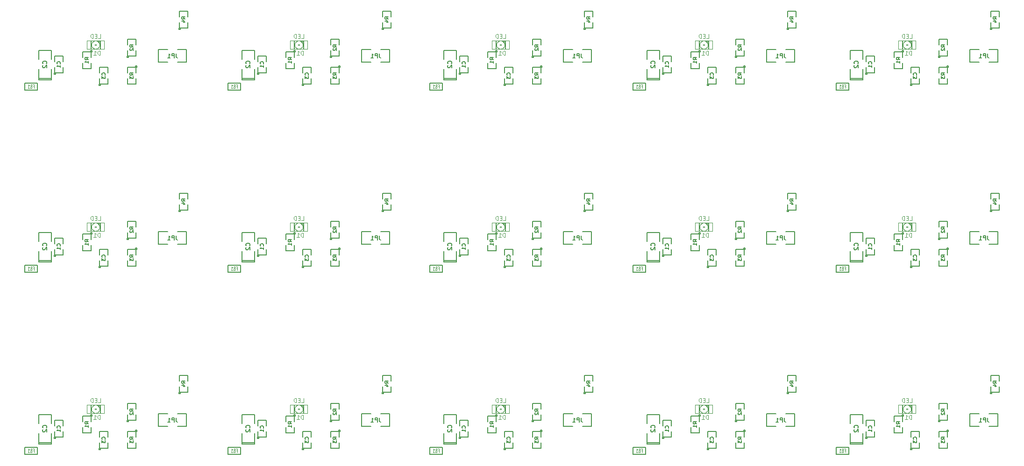
<source format=gbo>
G04 (created by PCBNEW-RS274X (2011-07-08)-stable) date Sun 14 Aug 2011 04:05:59 PM EDT*
G01*
G70*
G90*
%MOIN*%
G04 Gerber Fmt 3.4, Leading zero omitted, Abs format*
%FSLAX34Y34*%
G04 APERTURE LIST*
%ADD10C,0.006000*%
%ADD11C,0.005000*%
%ADD12C,0.002600*%
%ADD13C,0.004000*%
%ADD14C,0.004500*%
%ADD15C,0.003500*%
G04 APERTURE END LIST*
G54D10*
G54D11*
X75750Y-56050D02*
X76650Y-56050D01*
X76650Y-56050D02*
X76650Y-55550D01*
X76650Y-55550D02*
X75750Y-55550D01*
X75750Y-55550D02*
X75750Y-56050D01*
X86850Y-51650D02*
X86849Y-51659D01*
X86846Y-51669D01*
X86841Y-51677D01*
X86835Y-51685D01*
X86827Y-51691D01*
X86819Y-51696D01*
X86810Y-51698D01*
X86800Y-51699D01*
X86791Y-51699D01*
X86782Y-51696D01*
X86773Y-51691D01*
X86766Y-51685D01*
X86759Y-51678D01*
X86755Y-51669D01*
X86752Y-51660D01*
X86751Y-51650D01*
X86751Y-51641D01*
X86754Y-51632D01*
X86758Y-51623D01*
X86765Y-51616D01*
X86772Y-51609D01*
X86780Y-51605D01*
X86790Y-51602D01*
X86799Y-51601D01*
X86808Y-51601D01*
X86818Y-51604D01*
X86826Y-51608D01*
X86834Y-51614D01*
X86840Y-51622D01*
X86845Y-51630D01*
X86848Y-51639D01*
X86849Y-51649D01*
X86850Y-51650D01*
X86800Y-51200D02*
X86800Y-51600D01*
X86800Y-51600D02*
X87400Y-51600D01*
X87400Y-51600D02*
X87400Y-51200D01*
X87400Y-50800D02*
X87400Y-50400D01*
X87400Y-50400D02*
X86800Y-50400D01*
X86800Y-50400D02*
X86800Y-50800D01*
X77650Y-55200D02*
X77650Y-55300D01*
X77650Y-55300D02*
X76750Y-55300D01*
X76750Y-55300D02*
X76750Y-55200D01*
X77650Y-55200D02*
X76750Y-55200D01*
X76750Y-55200D02*
X76750Y-54550D01*
X77650Y-53850D02*
X77650Y-53200D01*
X77650Y-53200D02*
X76750Y-53200D01*
X76750Y-53200D02*
X76750Y-53850D01*
X77650Y-54550D02*
X77650Y-55200D01*
X87300Y-53150D02*
X87300Y-54050D01*
X87300Y-54050D02*
X86650Y-54050D01*
X85950Y-53150D02*
X85300Y-53150D01*
X85300Y-53150D02*
X85300Y-54050D01*
X85300Y-54050D02*
X85950Y-54050D01*
X86650Y-53150D02*
X87300Y-53150D01*
X77950Y-54850D02*
X77949Y-54859D01*
X77946Y-54869D01*
X77941Y-54877D01*
X77935Y-54885D01*
X77927Y-54891D01*
X77919Y-54896D01*
X77910Y-54898D01*
X77900Y-54899D01*
X77891Y-54899D01*
X77882Y-54896D01*
X77873Y-54891D01*
X77866Y-54885D01*
X77859Y-54878D01*
X77855Y-54869D01*
X77852Y-54860D01*
X77851Y-54850D01*
X77851Y-54841D01*
X77854Y-54832D01*
X77858Y-54823D01*
X77865Y-54816D01*
X77872Y-54809D01*
X77880Y-54805D01*
X77890Y-54802D01*
X77899Y-54801D01*
X77908Y-54801D01*
X77918Y-54804D01*
X77926Y-54808D01*
X77934Y-54814D01*
X77940Y-54822D01*
X77945Y-54830D01*
X77948Y-54839D01*
X77949Y-54849D01*
X77950Y-54850D01*
X77900Y-54400D02*
X77900Y-54800D01*
X77900Y-54800D02*
X78500Y-54800D01*
X78500Y-54800D02*
X78500Y-54400D01*
X78500Y-54000D02*
X78500Y-53600D01*
X78500Y-53600D02*
X77900Y-53600D01*
X77900Y-53600D02*
X77900Y-54000D01*
X81150Y-55650D02*
X81149Y-55659D01*
X81146Y-55669D01*
X81141Y-55677D01*
X81135Y-55685D01*
X81127Y-55691D01*
X81119Y-55696D01*
X81110Y-55698D01*
X81100Y-55699D01*
X81091Y-55699D01*
X81082Y-55696D01*
X81073Y-55691D01*
X81066Y-55685D01*
X81059Y-55678D01*
X81055Y-55669D01*
X81052Y-55660D01*
X81051Y-55650D01*
X81051Y-55641D01*
X81054Y-55632D01*
X81058Y-55623D01*
X81065Y-55616D01*
X81072Y-55609D01*
X81080Y-55605D01*
X81090Y-55602D01*
X81099Y-55601D01*
X81108Y-55601D01*
X81118Y-55604D01*
X81126Y-55608D01*
X81134Y-55614D01*
X81140Y-55622D01*
X81145Y-55630D01*
X81148Y-55639D01*
X81149Y-55649D01*
X81150Y-55650D01*
X81100Y-55200D02*
X81100Y-55600D01*
X81100Y-55600D02*
X81700Y-55600D01*
X81700Y-55600D02*
X81700Y-55200D01*
X81700Y-54800D02*
X81700Y-54400D01*
X81700Y-54400D02*
X81100Y-54400D01*
X81100Y-54400D02*
X81100Y-54800D01*
X80550Y-53250D02*
X80549Y-53259D01*
X80546Y-53269D01*
X80541Y-53277D01*
X80535Y-53285D01*
X80527Y-53291D01*
X80519Y-53296D01*
X80510Y-53298D01*
X80500Y-53299D01*
X80491Y-53299D01*
X80482Y-53296D01*
X80473Y-53291D01*
X80466Y-53285D01*
X80459Y-53278D01*
X80455Y-53269D01*
X80452Y-53260D01*
X80451Y-53250D01*
X80451Y-53241D01*
X80454Y-53232D01*
X80458Y-53223D01*
X80465Y-53216D01*
X80472Y-53209D01*
X80480Y-53205D01*
X80490Y-53202D01*
X80499Y-53201D01*
X80508Y-53201D01*
X80518Y-53204D01*
X80526Y-53208D01*
X80534Y-53214D01*
X80540Y-53222D01*
X80545Y-53230D01*
X80548Y-53239D01*
X80549Y-53249D01*
X80550Y-53250D01*
X80500Y-53700D02*
X80500Y-53300D01*
X80500Y-53300D02*
X79900Y-53300D01*
X79900Y-53300D02*
X79900Y-53700D01*
X79900Y-54100D02*
X79900Y-54500D01*
X79900Y-54500D02*
X80500Y-54500D01*
X80500Y-54500D02*
X80500Y-54100D01*
X83150Y-53650D02*
X83149Y-53659D01*
X83146Y-53669D01*
X83141Y-53677D01*
X83135Y-53685D01*
X83127Y-53691D01*
X83119Y-53696D01*
X83110Y-53698D01*
X83100Y-53699D01*
X83091Y-53699D01*
X83082Y-53696D01*
X83073Y-53691D01*
X83066Y-53685D01*
X83059Y-53678D01*
X83055Y-53669D01*
X83052Y-53660D01*
X83051Y-53650D01*
X83051Y-53641D01*
X83054Y-53632D01*
X83058Y-53623D01*
X83065Y-53616D01*
X83072Y-53609D01*
X83080Y-53605D01*
X83090Y-53602D01*
X83099Y-53601D01*
X83108Y-53601D01*
X83118Y-53604D01*
X83126Y-53608D01*
X83134Y-53614D01*
X83140Y-53622D01*
X83145Y-53630D01*
X83148Y-53639D01*
X83149Y-53649D01*
X83150Y-53650D01*
X83100Y-53200D02*
X83100Y-53600D01*
X83100Y-53600D02*
X83700Y-53600D01*
X83700Y-53600D02*
X83700Y-53200D01*
X83700Y-52800D02*
X83700Y-52400D01*
X83700Y-52400D02*
X83100Y-52400D01*
X83100Y-52400D02*
X83100Y-52800D01*
X83750Y-54350D02*
X83749Y-54359D01*
X83746Y-54369D01*
X83741Y-54377D01*
X83735Y-54385D01*
X83727Y-54391D01*
X83719Y-54396D01*
X83710Y-54398D01*
X83700Y-54399D01*
X83691Y-54399D01*
X83682Y-54396D01*
X83673Y-54391D01*
X83666Y-54385D01*
X83659Y-54378D01*
X83655Y-54369D01*
X83652Y-54360D01*
X83651Y-54350D01*
X83651Y-54341D01*
X83654Y-54332D01*
X83658Y-54323D01*
X83665Y-54316D01*
X83672Y-54309D01*
X83680Y-54305D01*
X83690Y-54302D01*
X83699Y-54301D01*
X83708Y-54301D01*
X83718Y-54304D01*
X83726Y-54308D01*
X83734Y-54314D01*
X83740Y-54322D01*
X83745Y-54330D01*
X83748Y-54339D01*
X83749Y-54349D01*
X83750Y-54350D01*
X83700Y-54800D02*
X83700Y-54400D01*
X83700Y-54400D02*
X83100Y-54400D01*
X83100Y-54400D02*
X83100Y-54800D01*
X83100Y-55200D02*
X83100Y-55600D01*
X83100Y-55600D02*
X83700Y-55600D01*
X83700Y-55600D02*
X83700Y-55200D01*
G54D12*
X80761Y-52761D02*
X80839Y-52761D01*
X80839Y-52761D02*
X80839Y-52839D01*
X80761Y-52839D02*
X80839Y-52839D01*
X80761Y-52761D02*
X80761Y-52839D01*
X80977Y-52525D02*
X81114Y-52525D01*
X81114Y-52525D02*
X81114Y-52623D01*
X80977Y-52623D02*
X81114Y-52623D01*
X80977Y-52525D02*
X80977Y-52623D01*
X81114Y-52525D02*
X81154Y-52525D01*
X81154Y-52525D02*
X81154Y-52996D01*
X81114Y-52996D02*
X81154Y-52996D01*
X81114Y-52525D02*
X81114Y-52996D01*
X81114Y-53016D02*
X81154Y-53016D01*
X81154Y-53016D02*
X81154Y-53075D01*
X81114Y-53075D02*
X81154Y-53075D01*
X81114Y-53016D02*
X81114Y-53075D01*
X80446Y-52525D02*
X80486Y-52525D01*
X80486Y-52525D02*
X80486Y-52996D01*
X80446Y-52996D02*
X80486Y-52996D01*
X80446Y-52525D02*
X80446Y-52996D01*
X80446Y-53016D02*
X80486Y-53016D01*
X80486Y-53016D02*
X80486Y-53075D01*
X80446Y-53075D02*
X80486Y-53075D01*
X80446Y-53016D02*
X80446Y-53075D01*
X80977Y-52525D02*
X81036Y-52525D01*
X81036Y-52525D02*
X81036Y-52623D01*
X80977Y-52623D02*
X81036Y-52623D01*
X80977Y-52525D02*
X80977Y-52623D01*
G54D13*
X81410Y-52505D02*
X80190Y-52505D01*
X80190Y-52505D02*
X80190Y-53095D01*
X80190Y-53095D02*
X81410Y-53095D01*
X81410Y-53095D02*
X81410Y-52505D01*
X81015Y-52605D02*
X80997Y-52587D01*
X80978Y-52571D01*
X80957Y-52556D01*
X80935Y-52543D01*
X80912Y-52532D01*
X80888Y-52523D01*
X80864Y-52517D01*
X80839Y-52512D01*
X80814Y-52510D01*
X80789Y-52510D01*
X80764Y-52512D01*
X80739Y-52516D01*
X80714Y-52523D01*
X80691Y-52531D01*
X80667Y-52542D01*
X80645Y-52554D01*
X80625Y-52569D01*
X80605Y-52585D01*
X80587Y-52603D01*
X80586Y-52604D01*
X80585Y-52605D02*
X80569Y-52625D01*
X80554Y-52645D01*
X80542Y-52667D01*
X80531Y-52691D01*
X80523Y-52714D01*
X80516Y-52739D01*
X80512Y-52764D01*
X80510Y-52789D01*
X80510Y-52814D01*
X80512Y-52839D01*
X80517Y-52864D01*
X80523Y-52888D01*
X80532Y-52912D01*
X80543Y-52935D01*
X80556Y-52957D01*
X80571Y-52978D01*
X80585Y-52995D01*
X80585Y-52995D02*
X80603Y-53013D01*
X80622Y-53029D01*
X80643Y-53044D01*
X80665Y-53057D01*
X80688Y-53068D01*
X80712Y-53077D01*
X80736Y-53083D01*
X80761Y-53088D01*
X80786Y-53090D01*
X80811Y-53090D01*
X80836Y-53088D01*
X80861Y-53084D01*
X80886Y-53077D01*
X80909Y-53069D01*
X80933Y-53058D01*
X80955Y-53046D01*
X80975Y-53031D01*
X80995Y-53015D01*
X81013Y-52997D01*
X81014Y-52996D01*
X81015Y-52995D02*
X81031Y-52975D01*
X81046Y-52955D01*
X81058Y-52933D01*
X81069Y-52909D01*
X81077Y-52886D01*
X81084Y-52861D01*
X81088Y-52836D01*
X81090Y-52811D01*
X81090Y-52786D01*
X81088Y-52761D01*
X81083Y-52736D01*
X81077Y-52712D01*
X81068Y-52688D01*
X81057Y-52665D01*
X81044Y-52643D01*
X81029Y-52622D01*
X81015Y-52605D01*
G54D11*
X46750Y-56050D02*
X47650Y-56050D01*
X47650Y-56050D02*
X47650Y-55550D01*
X47650Y-55550D02*
X46750Y-55550D01*
X46750Y-55550D02*
X46750Y-56050D01*
X57850Y-51650D02*
X57849Y-51659D01*
X57846Y-51669D01*
X57841Y-51677D01*
X57835Y-51685D01*
X57827Y-51691D01*
X57819Y-51696D01*
X57810Y-51698D01*
X57800Y-51699D01*
X57791Y-51699D01*
X57782Y-51696D01*
X57773Y-51691D01*
X57766Y-51685D01*
X57759Y-51678D01*
X57755Y-51669D01*
X57752Y-51660D01*
X57751Y-51650D01*
X57751Y-51641D01*
X57754Y-51632D01*
X57758Y-51623D01*
X57765Y-51616D01*
X57772Y-51609D01*
X57780Y-51605D01*
X57790Y-51602D01*
X57799Y-51601D01*
X57808Y-51601D01*
X57818Y-51604D01*
X57826Y-51608D01*
X57834Y-51614D01*
X57840Y-51622D01*
X57845Y-51630D01*
X57848Y-51639D01*
X57849Y-51649D01*
X57850Y-51650D01*
X57800Y-51200D02*
X57800Y-51600D01*
X57800Y-51600D02*
X58400Y-51600D01*
X58400Y-51600D02*
X58400Y-51200D01*
X58400Y-50800D02*
X58400Y-50400D01*
X58400Y-50400D02*
X57800Y-50400D01*
X57800Y-50400D02*
X57800Y-50800D01*
X48650Y-55200D02*
X48650Y-55300D01*
X48650Y-55300D02*
X47750Y-55300D01*
X47750Y-55300D02*
X47750Y-55200D01*
X48650Y-55200D02*
X47750Y-55200D01*
X47750Y-55200D02*
X47750Y-54550D01*
X48650Y-53850D02*
X48650Y-53200D01*
X48650Y-53200D02*
X47750Y-53200D01*
X47750Y-53200D02*
X47750Y-53850D01*
X48650Y-54550D02*
X48650Y-55200D01*
X58300Y-53150D02*
X58300Y-54050D01*
X58300Y-54050D02*
X57650Y-54050D01*
X56950Y-53150D02*
X56300Y-53150D01*
X56300Y-53150D02*
X56300Y-54050D01*
X56300Y-54050D02*
X56950Y-54050D01*
X57650Y-53150D02*
X58300Y-53150D01*
X48950Y-54850D02*
X48949Y-54859D01*
X48946Y-54869D01*
X48941Y-54877D01*
X48935Y-54885D01*
X48927Y-54891D01*
X48919Y-54896D01*
X48910Y-54898D01*
X48900Y-54899D01*
X48891Y-54899D01*
X48882Y-54896D01*
X48873Y-54891D01*
X48866Y-54885D01*
X48859Y-54878D01*
X48855Y-54869D01*
X48852Y-54860D01*
X48851Y-54850D01*
X48851Y-54841D01*
X48854Y-54832D01*
X48858Y-54823D01*
X48865Y-54816D01*
X48872Y-54809D01*
X48880Y-54805D01*
X48890Y-54802D01*
X48899Y-54801D01*
X48908Y-54801D01*
X48918Y-54804D01*
X48926Y-54808D01*
X48934Y-54814D01*
X48940Y-54822D01*
X48945Y-54830D01*
X48948Y-54839D01*
X48949Y-54849D01*
X48950Y-54850D01*
X48900Y-54400D02*
X48900Y-54800D01*
X48900Y-54800D02*
X49500Y-54800D01*
X49500Y-54800D02*
X49500Y-54400D01*
X49500Y-54000D02*
X49500Y-53600D01*
X49500Y-53600D02*
X48900Y-53600D01*
X48900Y-53600D02*
X48900Y-54000D01*
X52150Y-55650D02*
X52149Y-55659D01*
X52146Y-55669D01*
X52141Y-55677D01*
X52135Y-55685D01*
X52127Y-55691D01*
X52119Y-55696D01*
X52110Y-55698D01*
X52100Y-55699D01*
X52091Y-55699D01*
X52082Y-55696D01*
X52073Y-55691D01*
X52066Y-55685D01*
X52059Y-55678D01*
X52055Y-55669D01*
X52052Y-55660D01*
X52051Y-55650D01*
X52051Y-55641D01*
X52054Y-55632D01*
X52058Y-55623D01*
X52065Y-55616D01*
X52072Y-55609D01*
X52080Y-55605D01*
X52090Y-55602D01*
X52099Y-55601D01*
X52108Y-55601D01*
X52118Y-55604D01*
X52126Y-55608D01*
X52134Y-55614D01*
X52140Y-55622D01*
X52145Y-55630D01*
X52148Y-55639D01*
X52149Y-55649D01*
X52150Y-55650D01*
X52100Y-55200D02*
X52100Y-55600D01*
X52100Y-55600D02*
X52700Y-55600D01*
X52700Y-55600D02*
X52700Y-55200D01*
X52700Y-54800D02*
X52700Y-54400D01*
X52700Y-54400D02*
X52100Y-54400D01*
X52100Y-54400D02*
X52100Y-54800D01*
X51550Y-53250D02*
X51549Y-53259D01*
X51546Y-53269D01*
X51541Y-53277D01*
X51535Y-53285D01*
X51527Y-53291D01*
X51519Y-53296D01*
X51510Y-53298D01*
X51500Y-53299D01*
X51491Y-53299D01*
X51482Y-53296D01*
X51473Y-53291D01*
X51466Y-53285D01*
X51459Y-53278D01*
X51455Y-53269D01*
X51452Y-53260D01*
X51451Y-53250D01*
X51451Y-53241D01*
X51454Y-53232D01*
X51458Y-53223D01*
X51465Y-53216D01*
X51472Y-53209D01*
X51480Y-53205D01*
X51490Y-53202D01*
X51499Y-53201D01*
X51508Y-53201D01*
X51518Y-53204D01*
X51526Y-53208D01*
X51534Y-53214D01*
X51540Y-53222D01*
X51545Y-53230D01*
X51548Y-53239D01*
X51549Y-53249D01*
X51550Y-53250D01*
X51500Y-53700D02*
X51500Y-53300D01*
X51500Y-53300D02*
X50900Y-53300D01*
X50900Y-53300D02*
X50900Y-53700D01*
X50900Y-54100D02*
X50900Y-54500D01*
X50900Y-54500D02*
X51500Y-54500D01*
X51500Y-54500D02*
X51500Y-54100D01*
X54150Y-53650D02*
X54149Y-53659D01*
X54146Y-53669D01*
X54141Y-53677D01*
X54135Y-53685D01*
X54127Y-53691D01*
X54119Y-53696D01*
X54110Y-53698D01*
X54100Y-53699D01*
X54091Y-53699D01*
X54082Y-53696D01*
X54073Y-53691D01*
X54066Y-53685D01*
X54059Y-53678D01*
X54055Y-53669D01*
X54052Y-53660D01*
X54051Y-53650D01*
X54051Y-53641D01*
X54054Y-53632D01*
X54058Y-53623D01*
X54065Y-53616D01*
X54072Y-53609D01*
X54080Y-53605D01*
X54090Y-53602D01*
X54099Y-53601D01*
X54108Y-53601D01*
X54118Y-53604D01*
X54126Y-53608D01*
X54134Y-53614D01*
X54140Y-53622D01*
X54145Y-53630D01*
X54148Y-53639D01*
X54149Y-53649D01*
X54150Y-53650D01*
X54100Y-53200D02*
X54100Y-53600D01*
X54100Y-53600D02*
X54700Y-53600D01*
X54700Y-53600D02*
X54700Y-53200D01*
X54700Y-52800D02*
X54700Y-52400D01*
X54700Y-52400D02*
X54100Y-52400D01*
X54100Y-52400D02*
X54100Y-52800D01*
X54750Y-54350D02*
X54749Y-54359D01*
X54746Y-54369D01*
X54741Y-54377D01*
X54735Y-54385D01*
X54727Y-54391D01*
X54719Y-54396D01*
X54710Y-54398D01*
X54700Y-54399D01*
X54691Y-54399D01*
X54682Y-54396D01*
X54673Y-54391D01*
X54666Y-54385D01*
X54659Y-54378D01*
X54655Y-54369D01*
X54652Y-54360D01*
X54651Y-54350D01*
X54651Y-54341D01*
X54654Y-54332D01*
X54658Y-54323D01*
X54665Y-54316D01*
X54672Y-54309D01*
X54680Y-54305D01*
X54690Y-54302D01*
X54699Y-54301D01*
X54708Y-54301D01*
X54718Y-54304D01*
X54726Y-54308D01*
X54734Y-54314D01*
X54740Y-54322D01*
X54745Y-54330D01*
X54748Y-54339D01*
X54749Y-54349D01*
X54750Y-54350D01*
X54700Y-54800D02*
X54700Y-54400D01*
X54700Y-54400D02*
X54100Y-54400D01*
X54100Y-54400D02*
X54100Y-54800D01*
X54100Y-55200D02*
X54100Y-55600D01*
X54100Y-55600D02*
X54700Y-55600D01*
X54700Y-55600D02*
X54700Y-55200D01*
G54D12*
X51761Y-52761D02*
X51839Y-52761D01*
X51839Y-52761D02*
X51839Y-52839D01*
X51761Y-52839D02*
X51839Y-52839D01*
X51761Y-52761D02*
X51761Y-52839D01*
X51977Y-52525D02*
X52114Y-52525D01*
X52114Y-52525D02*
X52114Y-52623D01*
X51977Y-52623D02*
X52114Y-52623D01*
X51977Y-52525D02*
X51977Y-52623D01*
X52114Y-52525D02*
X52154Y-52525D01*
X52154Y-52525D02*
X52154Y-52996D01*
X52114Y-52996D02*
X52154Y-52996D01*
X52114Y-52525D02*
X52114Y-52996D01*
X52114Y-53016D02*
X52154Y-53016D01*
X52154Y-53016D02*
X52154Y-53075D01*
X52114Y-53075D02*
X52154Y-53075D01*
X52114Y-53016D02*
X52114Y-53075D01*
X51446Y-52525D02*
X51486Y-52525D01*
X51486Y-52525D02*
X51486Y-52996D01*
X51446Y-52996D02*
X51486Y-52996D01*
X51446Y-52525D02*
X51446Y-52996D01*
X51446Y-53016D02*
X51486Y-53016D01*
X51486Y-53016D02*
X51486Y-53075D01*
X51446Y-53075D02*
X51486Y-53075D01*
X51446Y-53016D02*
X51446Y-53075D01*
X51977Y-52525D02*
X52036Y-52525D01*
X52036Y-52525D02*
X52036Y-52623D01*
X51977Y-52623D02*
X52036Y-52623D01*
X51977Y-52525D02*
X51977Y-52623D01*
G54D13*
X52410Y-52505D02*
X51190Y-52505D01*
X51190Y-52505D02*
X51190Y-53095D01*
X51190Y-53095D02*
X52410Y-53095D01*
X52410Y-53095D02*
X52410Y-52505D01*
X52015Y-52605D02*
X51997Y-52587D01*
X51978Y-52571D01*
X51957Y-52556D01*
X51935Y-52543D01*
X51912Y-52532D01*
X51888Y-52523D01*
X51864Y-52517D01*
X51839Y-52512D01*
X51814Y-52510D01*
X51789Y-52510D01*
X51764Y-52512D01*
X51739Y-52516D01*
X51714Y-52523D01*
X51691Y-52531D01*
X51667Y-52542D01*
X51645Y-52554D01*
X51625Y-52569D01*
X51605Y-52585D01*
X51587Y-52603D01*
X51586Y-52604D01*
X51585Y-52605D02*
X51569Y-52625D01*
X51554Y-52645D01*
X51542Y-52667D01*
X51531Y-52691D01*
X51523Y-52714D01*
X51516Y-52739D01*
X51512Y-52764D01*
X51510Y-52789D01*
X51510Y-52814D01*
X51512Y-52839D01*
X51517Y-52864D01*
X51523Y-52888D01*
X51532Y-52912D01*
X51543Y-52935D01*
X51556Y-52957D01*
X51571Y-52978D01*
X51585Y-52995D01*
X51585Y-52995D02*
X51603Y-53013D01*
X51622Y-53029D01*
X51643Y-53044D01*
X51665Y-53057D01*
X51688Y-53068D01*
X51712Y-53077D01*
X51736Y-53083D01*
X51761Y-53088D01*
X51786Y-53090D01*
X51811Y-53090D01*
X51836Y-53088D01*
X51861Y-53084D01*
X51886Y-53077D01*
X51909Y-53069D01*
X51933Y-53058D01*
X51955Y-53046D01*
X51975Y-53031D01*
X51995Y-53015D01*
X52013Y-52997D01*
X52014Y-52996D01*
X52015Y-52995D02*
X52031Y-52975D01*
X52046Y-52955D01*
X52058Y-52933D01*
X52069Y-52909D01*
X52077Y-52886D01*
X52084Y-52861D01*
X52088Y-52836D01*
X52090Y-52811D01*
X52090Y-52786D01*
X52088Y-52761D01*
X52083Y-52736D01*
X52077Y-52712D01*
X52068Y-52688D01*
X52057Y-52665D01*
X52044Y-52643D01*
X52029Y-52622D01*
X52015Y-52605D01*
G54D12*
X66261Y-52761D02*
X66339Y-52761D01*
X66339Y-52761D02*
X66339Y-52839D01*
X66261Y-52839D02*
X66339Y-52839D01*
X66261Y-52761D02*
X66261Y-52839D01*
X66477Y-52525D02*
X66614Y-52525D01*
X66614Y-52525D02*
X66614Y-52623D01*
X66477Y-52623D02*
X66614Y-52623D01*
X66477Y-52525D02*
X66477Y-52623D01*
X66614Y-52525D02*
X66654Y-52525D01*
X66654Y-52525D02*
X66654Y-52996D01*
X66614Y-52996D02*
X66654Y-52996D01*
X66614Y-52525D02*
X66614Y-52996D01*
X66614Y-53016D02*
X66654Y-53016D01*
X66654Y-53016D02*
X66654Y-53075D01*
X66614Y-53075D02*
X66654Y-53075D01*
X66614Y-53016D02*
X66614Y-53075D01*
X65946Y-52525D02*
X65986Y-52525D01*
X65986Y-52525D02*
X65986Y-52996D01*
X65946Y-52996D02*
X65986Y-52996D01*
X65946Y-52525D02*
X65946Y-52996D01*
X65946Y-53016D02*
X65986Y-53016D01*
X65986Y-53016D02*
X65986Y-53075D01*
X65946Y-53075D02*
X65986Y-53075D01*
X65946Y-53016D02*
X65946Y-53075D01*
X66477Y-52525D02*
X66536Y-52525D01*
X66536Y-52525D02*
X66536Y-52623D01*
X66477Y-52623D02*
X66536Y-52623D01*
X66477Y-52525D02*
X66477Y-52623D01*
G54D13*
X66910Y-52505D02*
X65690Y-52505D01*
X65690Y-52505D02*
X65690Y-53095D01*
X65690Y-53095D02*
X66910Y-53095D01*
X66910Y-53095D02*
X66910Y-52505D01*
X66515Y-52605D02*
X66497Y-52587D01*
X66478Y-52571D01*
X66457Y-52556D01*
X66435Y-52543D01*
X66412Y-52532D01*
X66388Y-52523D01*
X66364Y-52517D01*
X66339Y-52512D01*
X66314Y-52510D01*
X66289Y-52510D01*
X66264Y-52512D01*
X66239Y-52516D01*
X66214Y-52523D01*
X66191Y-52531D01*
X66167Y-52542D01*
X66145Y-52554D01*
X66125Y-52569D01*
X66105Y-52585D01*
X66087Y-52603D01*
X66086Y-52604D01*
X66085Y-52605D02*
X66069Y-52625D01*
X66054Y-52645D01*
X66042Y-52667D01*
X66031Y-52691D01*
X66023Y-52714D01*
X66016Y-52739D01*
X66012Y-52764D01*
X66010Y-52789D01*
X66010Y-52814D01*
X66012Y-52839D01*
X66017Y-52864D01*
X66023Y-52888D01*
X66032Y-52912D01*
X66043Y-52935D01*
X66056Y-52957D01*
X66071Y-52978D01*
X66085Y-52995D01*
X66085Y-52995D02*
X66103Y-53013D01*
X66122Y-53029D01*
X66143Y-53044D01*
X66165Y-53057D01*
X66188Y-53068D01*
X66212Y-53077D01*
X66236Y-53083D01*
X66261Y-53088D01*
X66286Y-53090D01*
X66311Y-53090D01*
X66336Y-53088D01*
X66361Y-53084D01*
X66386Y-53077D01*
X66409Y-53069D01*
X66433Y-53058D01*
X66455Y-53046D01*
X66475Y-53031D01*
X66495Y-53015D01*
X66513Y-52997D01*
X66514Y-52996D01*
X66515Y-52995D02*
X66531Y-52975D01*
X66546Y-52955D01*
X66558Y-52933D01*
X66569Y-52909D01*
X66577Y-52886D01*
X66584Y-52861D01*
X66588Y-52836D01*
X66590Y-52811D01*
X66590Y-52786D01*
X66588Y-52761D01*
X66583Y-52736D01*
X66577Y-52712D01*
X66568Y-52688D01*
X66557Y-52665D01*
X66544Y-52643D01*
X66529Y-52622D01*
X66515Y-52605D01*
G54D11*
X69250Y-54350D02*
X69249Y-54359D01*
X69246Y-54369D01*
X69241Y-54377D01*
X69235Y-54385D01*
X69227Y-54391D01*
X69219Y-54396D01*
X69210Y-54398D01*
X69200Y-54399D01*
X69191Y-54399D01*
X69182Y-54396D01*
X69173Y-54391D01*
X69166Y-54385D01*
X69159Y-54378D01*
X69155Y-54369D01*
X69152Y-54360D01*
X69151Y-54350D01*
X69151Y-54341D01*
X69154Y-54332D01*
X69158Y-54323D01*
X69165Y-54316D01*
X69172Y-54309D01*
X69180Y-54305D01*
X69190Y-54302D01*
X69199Y-54301D01*
X69208Y-54301D01*
X69218Y-54304D01*
X69226Y-54308D01*
X69234Y-54314D01*
X69240Y-54322D01*
X69245Y-54330D01*
X69248Y-54339D01*
X69249Y-54349D01*
X69250Y-54350D01*
X69200Y-54800D02*
X69200Y-54400D01*
X69200Y-54400D02*
X68600Y-54400D01*
X68600Y-54400D02*
X68600Y-54800D01*
X68600Y-55200D02*
X68600Y-55600D01*
X68600Y-55600D02*
X69200Y-55600D01*
X69200Y-55600D02*
X69200Y-55200D01*
X68650Y-53650D02*
X68649Y-53659D01*
X68646Y-53669D01*
X68641Y-53677D01*
X68635Y-53685D01*
X68627Y-53691D01*
X68619Y-53696D01*
X68610Y-53698D01*
X68600Y-53699D01*
X68591Y-53699D01*
X68582Y-53696D01*
X68573Y-53691D01*
X68566Y-53685D01*
X68559Y-53678D01*
X68555Y-53669D01*
X68552Y-53660D01*
X68551Y-53650D01*
X68551Y-53641D01*
X68554Y-53632D01*
X68558Y-53623D01*
X68565Y-53616D01*
X68572Y-53609D01*
X68580Y-53605D01*
X68590Y-53602D01*
X68599Y-53601D01*
X68608Y-53601D01*
X68618Y-53604D01*
X68626Y-53608D01*
X68634Y-53614D01*
X68640Y-53622D01*
X68645Y-53630D01*
X68648Y-53639D01*
X68649Y-53649D01*
X68650Y-53650D01*
X68600Y-53200D02*
X68600Y-53600D01*
X68600Y-53600D02*
X69200Y-53600D01*
X69200Y-53600D02*
X69200Y-53200D01*
X69200Y-52800D02*
X69200Y-52400D01*
X69200Y-52400D02*
X68600Y-52400D01*
X68600Y-52400D02*
X68600Y-52800D01*
X66050Y-53250D02*
X66049Y-53259D01*
X66046Y-53269D01*
X66041Y-53277D01*
X66035Y-53285D01*
X66027Y-53291D01*
X66019Y-53296D01*
X66010Y-53298D01*
X66000Y-53299D01*
X65991Y-53299D01*
X65982Y-53296D01*
X65973Y-53291D01*
X65966Y-53285D01*
X65959Y-53278D01*
X65955Y-53269D01*
X65952Y-53260D01*
X65951Y-53250D01*
X65951Y-53241D01*
X65954Y-53232D01*
X65958Y-53223D01*
X65965Y-53216D01*
X65972Y-53209D01*
X65980Y-53205D01*
X65990Y-53202D01*
X65999Y-53201D01*
X66008Y-53201D01*
X66018Y-53204D01*
X66026Y-53208D01*
X66034Y-53214D01*
X66040Y-53222D01*
X66045Y-53230D01*
X66048Y-53239D01*
X66049Y-53249D01*
X66050Y-53250D01*
X66000Y-53700D02*
X66000Y-53300D01*
X66000Y-53300D02*
X65400Y-53300D01*
X65400Y-53300D02*
X65400Y-53700D01*
X65400Y-54100D02*
X65400Y-54500D01*
X65400Y-54500D02*
X66000Y-54500D01*
X66000Y-54500D02*
X66000Y-54100D01*
X66650Y-55650D02*
X66649Y-55659D01*
X66646Y-55669D01*
X66641Y-55677D01*
X66635Y-55685D01*
X66627Y-55691D01*
X66619Y-55696D01*
X66610Y-55698D01*
X66600Y-55699D01*
X66591Y-55699D01*
X66582Y-55696D01*
X66573Y-55691D01*
X66566Y-55685D01*
X66559Y-55678D01*
X66555Y-55669D01*
X66552Y-55660D01*
X66551Y-55650D01*
X66551Y-55641D01*
X66554Y-55632D01*
X66558Y-55623D01*
X66565Y-55616D01*
X66572Y-55609D01*
X66580Y-55605D01*
X66590Y-55602D01*
X66599Y-55601D01*
X66608Y-55601D01*
X66618Y-55604D01*
X66626Y-55608D01*
X66634Y-55614D01*
X66640Y-55622D01*
X66645Y-55630D01*
X66648Y-55639D01*
X66649Y-55649D01*
X66650Y-55650D01*
X66600Y-55200D02*
X66600Y-55600D01*
X66600Y-55600D02*
X67200Y-55600D01*
X67200Y-55600D02*
X67200Y-55200D01*
X67200Y-54800D02*
X67200Y-54400D01*
X67200Y-54400D02*
X66600Y-54400D01*
X66600Y-54400D02*
X66600Y-54800D01*
X63450Y-54850D02*
X63449Y-54859D01*
X63446Y-54869D01*
X63441Y-54877D01*
X63435Y-54885D01*
X63427Y-54891D01*
X63419Y-54896D01*
X63410Y-54898D01*
X63400Y-54899D01*
X63391Y-54899D01*
X63382Y-54896D01*
X63373Y-54891D01*
X63366Y-54885D01*
X63359Y-54878D01*
X63355Y-54869D01*
X63352Y-54860D01*
X63351Y-54850D01*
X63351Y-54841D01*
X63354Y-54832D01*
X63358Y-54823D01*
X63365Y-54816D01*
X63372Y-54809D01*
X63380Y-54805D01*
X63390Y-54802D01*
X63399Y-54801D01*
X63408Y-54801D01*
X63418Y-54804D01*
X63426Y-54808D01*
X63434Y-54814D01*
X63440Y-54822D01*
X63445Y-54830D01*
X63448Y-54839D01*
X63449Y-54849D01*
X63450Y-54850D01*
X63400Y-54400D02*
X63400Y-54800D01*
X63400Y-54800D02*
X64000Y-54800D01*
X64000Y-54800D02*
X64000Y-54400D01*
X64000Y-54000D02*
X64000Y-53600D01*
X64000Y-53600D02*
X63400Y-53600D01*
X63400Y-53600D02*
X63400Y-54000D01*
X72800Y-53150D02*
X72800Y-54050D01*
X72800Y-54050D02*
X72150Y-54050D01*
X71450Y-53150D02*
X70800Y-53150D01*
X70800Y-53150D02*
X70800Y-54050D01*
X70800Y-54050D02*
X71450Y-54050D01*
X72150Y-53150D02*
X72800Y-53150D01*
X63150Y-55200D02*
X63150Y-55300D01*
X63150Y-55300D02*
X62250Y-55300D01*
X62250Y-55300D02*
X62250Y-55200D01*
X63150Y-55200D02*
X62250Y-55200D01*
X62250Y-55200D02*
X62250Y-54550D01*
X63150Y-53850D02*
X63150Y-53200D01*
X63150Y-53200D02*
X62250Y-53200D01*
X62250Y-53200D02*
X62250Y-53850D01*
X63150Y-54550D02*
X63150Y-55200D01*
X72350Y-51650D02*
X72349Y-51659D01*
X72346Y-51669D01*
X72341Y-51677D01*
X72335Y-51685D01*
X72327Y-51691D01*
X72319Y-51696D01*
X72310Y-51698D01*
X72300Y-51699D01*
X72291Y-51699D01*
X72282Y-51696D01*
X72273Y-51691D01*
X72266Y-51685D01*
X72259Y-51678D01*
X72255Y-51669D01*
X72252Y-51660D01*
X72251Y-51650D01*
X72251Y-51641D01*
X72254Y-51632D01*
X72258Y-51623D01*
X72265Y-51616D01*
X72272Y-51609D01*
X72280Y-51605D01*
X72290Y-51602D01*
X72299Y-51601D01*
X72308Y-51601D01*
X72318Y-51604D01*
X72326Y-51608D01*
X72334Y-51614D01*
X72340Y-51622D01*
X72345Y-51630D01*
X72348Y-51639D01*
X72349Y-51649D01*
X72350Y-51650D01*
X72300Y-51200D02*
X72300Y-51600D01*
X72300Y-51600D02*
X72900Y-51600D01*
X72900Y-51600D02*
X72900Y-51200D01*
X72900Y-50800D02*
X72900Y-50400D01*
X72900Y-50400D02*
X72300Y-50400D01*
X72300Y-50400D02*
X72300Y-50800D01*
X61250Y-56050D02*
X62150Y-56050D01*
X62150Y-56050D02*
X62150Y-55550D01*
X62150Y-55550D02*
X61250Y-55550D01*
X61250Y-55550D02*
X61250Y-56050D01*
X32350Y-56050D02*
X33250Y-56050D01*
X33250Y-56050D02*
X33250Y-55550D01*
X33250Y-55550D02*
X32350Y-55550D01*
X32350Y-55550D02*
X32350Y-56050D01*
X43450Y-51650D02*
X43449Y-51659D01*
X43446Y-51669D01*
X43441Y-51677D01*
X43435Y-51685D01*
X43427Y-51691D01*
X43419Y-51696D01*
X43410Y-51698D01*
X43400Y-51699D01*
X43391Y-51699D01*
X43382Y-51696D01*
X43373Y-51691D01*
X43366Y-51685D01*
X43359Y-51678D01*
X43355Y-51669D01*
X43352Y-51660D01*
X43351Y-51650D01*
X43351Y-51641D01*
X43354Y-51632D01*
X43358Y-51623D01*
X43365Y-51616D01*
X43372Y-51609D01*
X43380Y-51605D01*
X43390Y-51602D01*
X43399Y-51601D01*
X43408Y-51601D01*
X43418Y-51604D01*
X43426Y-51608D01*
X43434Y-51614D01*
X43440Y-51622D01*
X43445Y-51630D01*
X43448Y-51639D01*
X43449Y-51649D01*
X43450Y-51650D01*
X43400Y-51200D02*
X43400Y-51600D01*
X43400Y-51600D02*
X44000Y-51600D01*
X44000Y-51600D02*
X44000Y-51200D01*
X44000Y-50800D02*
X44000Y-50400D01*
X44000Y-50400D02*
X43400Y-50400D01*
X43400Y-50400D02*
X43400Y-50800D01*
X34250Y-55200D02*
X34250Y-55300D01*
X34250Y-55300D02*
X33350Y-55300D01*
X33350Y-55300D02*
X33350Y-55200D01*
X34250Y-55200D02*
X33350Y-55200D01*
X33350Y-55200D02*
X33350Y-54550D01*
X34250Y-53850D02*
X34250Y-53200D01*
X34250Y-53200D02*
X33350Y-53200D01*
X33350Y-53200D02*
X33350Y-53850D01*
X34250Y-54550D02*
X34250Y-55200D01*
X43900Y-53150D02*
X43900Y-54050D01*
X43900Y-54050D02*
X43250Y-54050D01*
X42550Y-53150D02*
X41900Y-53150D01*
X41900Y-53150D02*
X41900Y-54050D01*
X41900Y-54050D02*
X42550Y-54050D01*
X43250Y-53150D02*
X43900Y-53150D01*
X34550Y-54850D02*
X34549Y-54859D01*
X34546Y-54869D01*
X34541Y-54877D01*
X34535Y-54885D01*
X34527Y-54891D01*
X34519Y-54896D01*
X34510Y-54898D01*
X34500Y-54899D01*
X34491Y-54899D01*
X34482Y-54896D01*
X34473Y-54891D01*
X34466Y-54885D01*
X34459Y-54878D01*
X34455Y-54869D01*
X34452Y-54860D01*
X34451Y-54850D01*
X34451Y-54841D01*
X34454Y-54832D01*
X34458Y-54823D01*
X34465Y-54816D01*
X34472Y-54809D01*
X34480Y-54805D01*
X34490Y-54802D01*
X34499Y-54801D01*
X34508Y-54801D01*
X34518Y-54804D01*
X34526Y-54808D01*
X34534Y-54814D01*
X34540Y-54822D01*
X34545Y-54830D01*
X34548Y-54839D01*
X34549Y-54849D01*
X34550Y-54850D01*
X34500Y-54400D02*
X34500Y-54800D01*
X34500Y-54800D02*
X35100Y-54800D01*
X35100Y-54800D02*
X35100Y-54400D01*
X35100Y-54000D02*
X35100Y-53600D01*
X35100Y-53600D02*
X34500Y-53600D01*
X34500Y-53600D02*
X34500Y-54000D01*
X37750Y-55650D02*
X37749Y-55659D01*
X37746Y-55669D01*
X37741Y-55677D01*
X37735Y-55685D01*
X37727Y-55691D01*
X37719Y-55696D01*
X37710Y-55698D01*
X37700Y-55699D01*
X37691Y-55699D01*
X37682Y-55696D01*
X37673Y-55691D01*
X37666Y-55685D01*
X37659Y-55678D01*
X37655Y-55669D01*
X37652Y-55660D01*
X37651Y-55650D01*
X37651Y-55641D01*
X37654Y-55632D01*
X37658Y-55623D01*
X37665Y-55616D01*
X37672Y-55609D01*
X37680Y-55605D01*
X37690Y-55602D01*
X37699Y-55601D01*
X37708Y-55601D01*
X37718Y-55604D01*
X37726Y-55608D01*
X37734Y-55614D01*
X37740Y-55622D01*
X37745Y-55630D01*
X37748Y-55639D01*
X37749Y-55649D01*
X37750Y-55650D01*
X37700Y-55200D02*
X37700Y-55600D01*
X37700Y-55600D02*
X38300Y-55600D01*
X38300Y-55600D02*
X38300Y-55200D01*
X38300Y-54800D02*
X38300Y-54400D01*
X38300Y-54400D02*
X37700Y-54400D01*
X37700Y-54400D02*
X37700Y-54800D01*
X37150Y-53250D02*
X37149Y-53259D01*
X37146Y-53269D01*
X37141Y-53277D01*
X37135Y-53285D01*
X37127Y-53291D01*
X37119Y-53296D01*
X37110Y-53298D01*
X37100Y-53299D01*
X37091Y-53299D01*
X37082Y-53296D01*
X37073Y-53291D01*
X37066Y-53285D01*
X37059Y-53278D01*
X37055Y-53269D01*
X37052Y-53260D01*
X37051Y-53250D01*
X37051Y-53241D01*
X37054Y-53232D01*
X37058Y-53223D01*
X37065Y-53216D01*
X37072Y-53209D01*
X37080Y-53205D01*
X37090Y-53202D01*
X37099Y-53201D01*
X37108Y-53201D01*
X37118Y-53204D01*
X37126Y-53208D01*
X37134Y-53214D01*
X37140Y-53222D01*
X37145Y-53230D01*
X37148Y-53239D01*
X37149Y-53249D01*
X37150Y-53250D01*
X37100Y-53700D02*
X37100Y-53300D01*
X37100Y-53300D02*
X36500Y-53300D01*
X36500Y-53300D02*
X36500Y-53700D01*
X36500Y-54100D02*
X36500Y-54500D01*
X36500Y-54500D02*
X37100Y-54500D01*
X37100Y-54500D02*
X37100Y-54100D01*
X39750Y-53650D02*
X39749Y-53659D01*
X39746Y-53669D01*
X39741Y-53677D01*
X39735Y-53685D01*
X39727Y-53691D01*
X39719Y-53696D01*
X39710Y-53698D01*
X39700Y-53699D01*
X39691Y-53699D01*
X39682Y-53696D01*
X39673Y-53691D01*
X39666Y-53685D01*
X39659Y-53678D01*
X39655Y-53669D01*
X39652Y-53660D01*
X39651Y-53650D01*
X39651Y-53641D01*
X39654Y-53632D01*
X39658Y-53623D01*
X39665Y-53616D01*
X39672Y-53609D01*
X39680Y-53605D01*
X39690Y-53602D01*
X39699Y-53601D01*
X39708Y-53601D01*
X39718Y-53604D01*
X39726Y-53608D01*
X39734Y-53614D01*
X39740Y-53622D01*
X39745Y-53630D01*
X39748Y-53639D01*
X39749Y-53649D01*
X39750Y-53650D01*
X39700Y-53200D02*
X39700Y-53600D01*
X39700Y-53600D02*
X40300Y-53600D01*
X40300Y-53600D02*
X40300Y-53200D01*
X40300Y-52800D02*
X40300Y-52400D01*
X40300Y-52400D02*
X39700Y-52400D01*
X39700Y-52400D02*
X39700Y-52800D01*
X40350Y-54350D02*
X40349Y-54359D01*
X40346Y-54369D01*
X40341Y-54377D01*
X40335Y-54385D01*
X40327Y-54391D01*
X40319Y-54396D01*
X40310Y-54398D01*
X40300Y-54399D01*
X40291Y-54399D01*
X40282Y-54396D01*
X40273Y-54391D01*
X40266Y-54385D01*
X40259Y-54378D01*
X40255Y-54369D01*
X40252Y-54360D01*
X40251Y-54350D01*
X40251Y-54341D01*
X40254Y-54332D01*
X40258Y-54323D01*
X40265Y-54316D01*
X40272Y-54309D01*
X40280Y-54305D01*
X40290Y-54302D01*
X40299Y-54301D01*
X40308Y-54301D01*
X40318Y-54304D01*
X40326Y-54308D01*
X40334Y-54314D01*
X40340Y-54322D01*
X40345Y-54330D01*
X40348Y-54339D01*
X40349Y-54349D01*
X40350Y-54350D01*
X40300Y-54800D02*
X40300Y-54400D01*
X40300Y-54400D02*
X39700Y-54400D01*
X39700Y-54400D02*
X39700Y-54800D01*
X39700Y-55200D02*
X39700Y-55600D01*
X39700Y-55600D02*
X40300Y-55600D01*
X40300Y-55600D02*
X40300Y-55200D01*
G54D12*
X37361Y-52761D02*
X37439Y-52761D01*
X37439Y-52761D02*
X37439Y-52839D01*
X37361Y-52839D02*
X37439Y-52839D01*
X37361Y-52761D02*
X37361Y-52839D01*
X37577Y-52525D02*
X37714Y-52525D01*
X37714Y-52525D02*
X37714Y-52623D01*
X37577Y-52623D02*
X37714Y-52623D01*
X37577Y-52525D02*
X37577Y-52623D01*
X37714Y-52525D02*
X37754Y-52525D01*
X37754Y-52525D02*
X37754Y-52996D01*
X37714Y-52996D02*
X37754Y-52996D01*
X37714Y-52525D02*
X37714Y-52996D01*
X37714Y-53016D02*
X37754Y-53016D01*
X37754Y-53016D02*
X37754Y-53075D01*
X37714Y-53075D02*
X37754Y-53075D01*
X37714Y-53016D02*
X37714Y-53075D01*
X37046Y-52525D02*
X37086Y-52525D01*
X37086Y-52525D02*
X37086Y-52996D01*
X37046Y-52996D02*
X37086Y-52996D01*
X37046Y-52525D02*
X37046Y-52996D01*
X37046Y-53016D02*
X37086Y-53016D01*
X37086Y-53016D02*
X37086Y-53075D01*
X37046Y-53075D02*
X37086Y-53075D01*
X37046Y-53016D02*
X37046Y-53075D01*
X37577Y-52525D02*
X37636Y-52525D01*
X37636Y-52525D02*
X37636Y-52623D01*
X37577Y-52623D02*
X37636Y-52623D01*
X37577Y-52525D02*
X37577Y-52623D01*
G54D13*
X38010Y-52505D02*
X36790Y-52505D01*
X36790Y-52505D02*
X36790Y-53095D01*
X36790Y-53095D02*
X38010Y-53095D01*
X38010Y-53095D02*
X38010Y-52505D01*
X37615Y-52605D02*
X37597Y-52587D01*
X37578Y-52571D01*
X37557Y-52556D01*
X37535Y-52543D01*
X37512Y-52532D01*
X37488Y-52523D01*
X37464Y-52517D01*
X37439Y-52512D01*
X37414Y-52510D01*
X37389Y-52510D01*
X37364Y-52512D01*
X37339Y-52516D01*
X37314Y-52523D01*
X37291Y-52531D01*
X37267Y-52542D01*
X37245Y-52554D01*
X37225Y-52569D01*
X37205Y-52585D01*
X37187Y-52603D01*
X37186Y-52604D01*
X37185Y-52605D02*
X37169Y-52625D01*
X37154Y-52645D01*
X37142Y-52667D01*
X37131Y-52691D01*
X37123Y-52714D01*
X37116Y-52739D01*
X37112Y-52764D01*
X37110Y-52789D01*
X37110Y-52814D01*
X37112Y-52839D01*
X37117Y-52864D01*
X37123Y-52888D01*
X37132Y-52912D01*
X37143Y-52935D01*
X37156Y-52957D01*
X37171Y-52978D01*
X37185Y-52995D01*
X37185Y-52995D02*
X37203Y-53013D01*
X37222Y-53029D01*
X37243Y-53044D01*
X37265Y-53057D01*
X37288Y-53068D01*
X37312Y-53077D01*
X37336Y-53083D01*
X37361Y-53088D01*
X37386Y-53090D01*
X37411Y-53090D01*
X37436Y-53088D01*
X37461Y-53084D01*
X37486Y-53077D01*
X37509Y-53069D01*
X37533Y-53058D01*
X37555Y-53046D01*
X37575Y-53031D01*
X37595Y-53015D01*
X37613Y-52997D01*
X37614Y-52996D01*
X37615Y-52995D02*
X37631Y-52975D01*
X37646Y-52955D01*
X37658Y-52933D01*
X37669Y-52909D01*
X37677Y-52886D01*
X37684Y-52861D01*
X37688Y-52836D01*
X37690Y-52811D01*
X37690Y-52786D01*
X37688Y-52761D01*
X37683Y-52736D01*
X37677Y-52712D01*
X37668Y-52688D01*
X37657Y-52665D01*
X37644Y-52643D01*
X37629Y-52622D01*
X37615Y-52605D01*
G54D12*
X22861Y-52761D02*
X22939Y-52761D01*
X22939Y-52761D02*
X22939Y-52839D01*
X22861Y-52839D02*
X22939Y-52839D01*
X22861Y-52761D02*
X22861Y-52839D01*
X23077Y-52525D02*
X23214Y-52525D01*
X23214Y-52525D02*
X23214Y-52623D01*
X23077Y-52623D02*
X23214Y-52623D01*
X23077Y-52525D02*
X23077Y-52623D01*
X23214Y-52525D02*
X23254Y-52525D01*
X23254Y-52525D02*
X23254Y-52996D01*
X23214Y-52996D02*
X23254Y-52996D01*
X23214Y-52525D02*
X23214Y-52996D01*
X23214Y-53016D02*
X23254Y-53016D01*
X23254Y-53016D02*
X23254Y-53075D01*
X23214Y-53075D02*
X23254Y-53075D01*
X23214Y-53016D02*
X23214Y-53075D01*
X22546Y-52525D02*
X22586Y-52525D01*
X22586Y-52525D02*
X22586Y-52996D01*
X22546Y-52996D02*
X22586Y-52996D01*
X22546Y-52525D02*
X22546Y-52996D01*
X22546Y-53016D02*
X22586Y-53016D01*
X22586Y-53016D02*
X22586Y-53075D01*
X22546Y-53075D02*
X22586Y-53075D01*
X22546Y-53016D02*
X22546Y-53075D01*
X23077Y-52525D02*
X23136Y-52525D01*
X23136Y-52525D02*
X23136Y-52623D01*
X23077Y-52623D02*
X23136Y-52623D01*
X23077Y-52525D02*
X23077Y-52623D01*
G54D13*
X23510Y-52505D02*
X22290Y-52505D01*
X22290Y-52505D02*
X22290Y-53095D01*
X22290Y-53095D02*
X23510Y-53095D01*
X23510Y-53095D02*
X23510Y-52505D01*
X23115Y-52605D02*
X23097Y-52587D01*
X23078Y-52571D01*
X23057Y-52556D01*
X23035Y-52543D01*
X23012Y-52532D01*
X22988Y-52523D01*
X22964Y-52517D01*
X22939Y-52512D01*
X22914Y-52510D01*
X22889Y-52510D01*
X22864Y-52512D01*
X22839Y-52516D01*
X22814Y-52523D01*
X22791Y-52531D01*
X22767Y-52542D01*
X22745Y-52554D01*
X22725Y-52569D01*
X22705Y-52585D01*
X22687Y-52603D01*
X22686Y-52604D01*
X22685Y-52605D02*
X22669Y-52625D01*
X22654Y-52645D01*
X22642Y-52667D01*
X22631Y-52691D01*
X22623Y-52714D01*
X22616Y-52739D01*
X22612Y-52764D01*
X22610Y-52789D01*
X22610Y-52814D01*
X22612Y-52839D01*
X22617Y-52864D01*
X22623Y-52888D01*
X22632Y-52912D01*
X22643Y-52935D01*
X22656Y-52957D01*
X22671Y-52978D01*
X22685Y-52995D01*
X22685Y-52995D02*
X22703Y-53013D01*
X22722Y-53029D01*
X22743Y-53044D01*
X22765Y-53057D01*
X22788Y-53068D01*
X22812Y-53077D01*
X22836Y-53083D01*
X22861Y-53088D01*
X22886Y-53090D01*
X22911Y-53090D01*
X22936Y-53088D01*
X22961Y-53084D01*
X22986Y-53077D01*
X23009Y-53069D01*
X23033Y-53058D01*
X23055Y-53046D01*
X23075Y-53031D01*
X23095Y-53015D01*
X23113Y-52997D01*
X23114Y-52996D01*
X23115Y-52995D02*
X23131Y-52975D01*
X23146Y-52955D01*
X23158Y-52933D01*
X23169Y-52909D01*
X23177Y-52886D01*
X23184Y-52861D01*
X23188Y-52836D01*
X23190Y-52811D01*
X23190Y-52786D01*
X23188Y-52761D01*
X23183Y-52736D01*
X23177Y-52712D01*
X23168Y-52688D01*
X23157Y-52665D01*
X23144Y-52643D01*
X23129Y-52622D01*
X23115Y-52605D01*
G54D11*
X25850Y-54350D02*
X25849Y-54359D01*
X25846Y-54369D01*
X25841Y-54377D01*
X25835Y-54385D01*
X25827Y-54391D01*
X25819Y-54396D01*
X25810Y-54398D01*
X25800Y-54399D01*
X25791Y-54399D01*
X25782Y-54396D01*
X25773Y-54391D01*
X25766Y-54385D01*
X25759Y-54378D01*
X25755Y-54369D01*
X25752Y-54360D01*
X25751Y-54350D01*
X25751Y-54341D01*
X25754Y-54332D01*
X25758Y-54323D01*
X25765Y-54316D01*
X25772Y-54309D01*
X25780Y-54305D01*
X25790Y-54302D01*
X25799Y-54301D01*
X25808Y-54301D01*
X25818Y-54304D01*
X25826Y-54308D01*
X25834Y-54314D01*
X25840Y-54322D01*
X25845Y-54330D01*
X25848Y-54339D01*
X25849Y-54349D01*
X25850Y-54350D01*
X25800Y-54800D02*
X25800Y-54400D01*
X25800Y-54400D02*
X25200Y-54400D01*
X25200Y-54400D02*
X25200Y-54800D01*
X25200Y-55200D02*
X25200Y-55600D01*
X25200Y-55600D02*
X25800Y-55600D01*
X25800Y-55600D02*
X25800Y-55200D01*
X25250Y-53650D02*
X25249Y-53659D01*
X25246Y-53669D01*
X25241Y-53677D01*
X25235Y-53685D01*
X25227Y-53691D01*
X25219Y-53696D01*
X25210Y-53698D01*
X25200Y-53699D01*
X25191Y-53699D01*
X25182Y-53696D01*
X25173Y-53691D01*
X25166Y-53685D01*
X25159Y-53678D01*
X25155Y-53669D01*
X25152Y-53660D01*
X25151Y-53650D01*
X25151Y-53641D01*
X25154Y-53632D01*
X25158Y-53623D01*
X25165Y-53616D01*
X25172Y-53609D01*
X25180Y-53605D01*
X25190Y-53602D01*
X25199Y-53601D01*
X25208Y-53601D01*
X25218Y-53604D01*
X25226Y-53608D01*
X25234Y-53614D01*
X25240Y-53622D01*
X25245Y-53630D01*
X25248Y-53639D01*
X25249Y-53649D01*
X25250Y-53650D01*
X25200Y-53200D02*
X25200Y-53600D01*
X25200Y-53600D02*
X25800Y-53600D01*
X25800Y-53600D02*
X25800Y-53200D01*
X25800Y-52800D02*
X25800Y-52400D01*
X25800Y-52400D02*
X25200Y-52400D01*
X25200Y-52400D02*
X25200Y-52800D01*
X22650Y-53250D02*
X22649Y-53259D01*
X22646Y-53269D01*
X22641Y-53277D01*
X22635Y-53285D01*
X22627Y-53291D01*
X22619Y-53296D01*
X22610Y-53298D01*
X22600Y-53299D01*
X22591Y-53299D01*
X22582Y-53296D01*
X22573Y-53291D01*
X22566Y-53285D01*
X22559Y-53278D01*
X22555Y-53269D01*
X22552Y-53260D01*
X22551Y-53250D01*
X22551Y-53241D01*
X22554Y-53232D01*
X22558Y-53223D01*
X22565Y-53216D01*
X22572Y-53209D01*
X22580Y-53205D01*
X22590Y-53202D01*
X22599Y-53201D01*
X22608Y-53201D01*
X22618Y-53204D01*
X22626Y-53208D01*
X22634Y-53214D01*
X22640Y-53222D01*
X22645Y-53230D01*
X22648Y-53239D01*
X22649Y-53249D01*
X22650Y-53250D01*
X22600Y-53700D02*
X22600Y-53300D01*
X22600Y-53300D02*
X22000Y-53300D01*
X22000Y-53300D02*
X22000Y-53700D01*
X22000Y-54100D02*
X22000Y-54500D01*
X22000Y-54500D02*
X22600Y-54500D01*
X22600Y-54500D02*
X22600Y-54100D01*
X23250Y-55650D02*
X23249Y-55659D01*
X23246Y-55669D01*
X23241Y-55677D01*
X23235Y-55685D01*
X23227Y-55691D01*
X23219Y-55696D01*
X23210Y-55698D01*
X23200Y-55699D01*
X23191Y-55699D01*
X23182Y-55696D01*
X23173Y-55691D01*
X23166Y-55685D01*
X23159Y-55678D01*
X23155Y-55669D01*
X23152Y-55660D01*
X23151Y-55650D01*
X23151Y-55641D01*
X23154Y-55632D01*
X23158Y-55623D01*
X23165Y-55616D01*
X23172Y-55609D01*
X23180Y-55605D01*
X23190Y-55602D01*
X23199Y-55601D01*
X23208Y-55601D01*
X23218Y-55604D01*
X23226Y-55608D01*
X23234Y-55614D01*
X23240Y-55622D01*
X23245Y-55630D01*
X23248Y-55639D01*
X23249Y-55649D01*
X23250Y-55650D01*
X23200Y-55200D02*
X23200Y-55600D01*
X23200Y-55600D02*
X23800Y-55600D01*
X23800Y-55600D02*
X23800Y-55200D01*
X23800Y-54800D02*
X23800Y-54400D01*
X23800Y-54400D02*
X23200Y-54400D01*
X23200Y-54400D02*
X23200Y-54800D01*
X20050Y-54850D02*
X20049Y-54859D01*
X20046Y-54869D01*
X20041Y-54877D01*
X20035Y-54885D01*
X20027Y-54891D01*
X20019Y-54896D01*
X20010Y-54898D01*
X20000Y-54899D01*
X19991Y-54899D01*
X19982Y-54896D01*
X19973Y-54891D01*
X19966Y-54885D01*
X19959Y-54878D01*
X19955Y-54869D01*
X19952Y-54860D01*
X19951Y-54850D01*
X19951Y-54841D01*
X19954Y-54832D01*
X19958Y-54823D01*
X19965Y-54816D01*
X19972Y-54809D01*
X19980Y-54805D01*
X19990Y-54802D01*
X19999Y-54801D01*
X20008Y-54801D01*
X20018Y-54804D01*
X20026Y-54808D01*
X20034Y-54814D01*
X20040Y-54822D01*
X20045Y-54830D01*
X20048Y-54839D01*
X20049Y-54849D01*
X20050Y-54850D01*
X20000Y-54400D02*
X20000Y-54800D01*
X20000Y-54800D02*
X20600Y-54800D01*
X20600Y-54800D02*
X20600Y-54400D01*
X20600Y-54000D02*
X20600Y-53600D01*
X20600Y-53600D02*
X20000Y-53600D01*
X20000Y-53600D02*
X20000Y-54000D01*
X29400Y-53150D02*
X29400Y-54050D01*
X29400Y-54050D02*
X28750Y-54050D01*
X28050Y-53150D02*
X27400Y-53150D01*
X27400Y-53150D02*
X27400Y-54050D01*
X27400Y-54050D02*
X28050Y-54050D01*
X28750Y-53150D02*
X29400Y-53150D01*
X19750Y-55200D02*
X19750Y-55300D01*
X19750Y-55300D02*
X18850Y-55300D01*
X18850Y-55300D02*
X18850Y-55200D01*
X19750Y-55200D02*
X18850Y-55200D01*
X18850Y-55200D02*
X18850Y-54550D01*
X19750Y-53850D02*
X19750Y-53200D01*
X19750Y-53200D02*
X18850Y-53200D01*
X18850Y-53200D02*
X18850Y-53850D01*
X19750Y-54550D02*
X19750Y-55200D01*
X28950Y-51650D02*
X28949Y-51659D01*
X28946Y-51669D01*
X28941Y-51677D01*
X28935Y-51685D01*
X28927Y-51691D01*
X28919Y-51696D01*
X28910Y-51698D01*
X28900Y-51699D01*
X28891Y-51699D01*
X28882Y-51696D01*
X28873Y-51691D01*
X28866Y-51685D01*
X28859Y-51678D01*
X28855Y-51669D01*
X28852Y-51660D01*
X28851Y-51650D01*
X28851Y-51641D01*
X28854Y-51632D01*
X28858Y-51623D01*
X28865Y-51616D01*
X28872Y-51609D01*
X28880Y-51605D01*
X28890Y-51602D01*
X28899Y-51601D01*
X28908Y-51601D01*
X28918Y-51604D01*
X28926Y-51608D01*
X28934Y-51614D01*
X28940Y-51622D01*
X28945Y-51630D01*
X28948Y-51639D01*
X28949Y-51649D01*
X28950Y-51650D01*
X28900Y-51200D02*
X28900Y-51600D01*
X28900Y-51600D02*
X29500Y-51600D01*
X29500Y-51600D02*
X29500Y-51200D01*
X29500Y-50800D02*
X29500Y-50400D01*
X29500Y-50400D02*
X28900Y-50400D01*
X28900Y-50400D02*
X28900Y-50800D01*
X17850Y-56050D02*
X18750Y-56050D01*
X18750Y-56050D02*
X18750Y-55550D01*
X18750Y-55550D02*
X17850Y-55550D01*
X17850Y-55550D02*
X17850Y-56050D01*
X17850Y-43050D02*
X18750Y-43050D01*
X18750Y-43050D02*
X18750Y-42550D01*
X18750Y-42550D02*
X17850Y-42550D01*
X17850Y-42550D02*
X17850Y-43050D01*
X28950Y-38650D02*
X28949Y-38659D01*
X28946Y-38669D01*
X28941Y-38677D01*
X28935Y-38685D01*
X28927Y-38691D01*
X28919Y-38696D01*
X28910Y-38698D01*
X28900Y-38699D01*
X28891Y-38699D01*
X28882Y-38696D01*
X28873Y-38691D01*
X28866Y-38685D01*
X28859Y-38678D01*
X28855Y-38669D01*
X28852Y-38660D01*
X28851Y-38650D01*
X28851Y-38641D01*
X28854Y-38632D01*
X28858Y-38623D01*
X28865Y-38616D01*
X28872Y-38609D01*
X28880Y-38605D01*
X28890Y-38602D01*
X28899Y-38601D01*
X28908Y-38601D01*
X28918Y-38604D01*
X28926Y-38608D01*
X28934Y-38614D01*
X28940Y-38622D01*
X28945Y-38630D01*
X28948Y-38639D01*
X28949Y-38649D01*
X28950Y-38650D01*
X28900Y-38200D02*
X28900Y-38600D01*
X28900Y-38600D02*
X29500Y-38600D01*
X29500Y-38600D02*
X29500Y-38200D01*
X29500Y-37800D02*
X29500Y-37400D01*
X29500Y-37400D02*
X28900Y-37400D01*
X28900Y-37400D02*
X28900Y-37800D01*
X19750Y-42200D02*
X19750Y-42300D01*
X19750Y-42300D02*
X18850Y-42300D01*
X18850Y-42300D02*
X18850Y-42200D01*
X19750Y-42200D02*
X18850Y-42200D01*
X18850Y-42200D02*
X18850Y-41550D01*
X19750Y-40850D02*
X19750Y-40200D01*
X19750Y-40200D02*
X18850Y-40200D01*
X18850Y-40200D02*
X18850Y-40850D01*
X19750Y-41550D02*
X19750Y-42200D01*
X29400Y-40150D02*
X29400Y-41050D01*
X29400Y-41050D02*
X28750Y-41050D01*
X28050Y-40150D02*
X27400Y-40150D01*
X27400Y-40150D02*
X27400Y-41050D01*
X27400Y-41050D02*
X28050Y-41050D01*
X28750Y-40150D02*
X29400Y-40150D01*
X20050Y-41850D02*
X20049Y-41859D01*
X20046Y-41869D01*
X20041Y-41877D01*
X20035Y-41885D01*
X20027Y-41891D01*
X20019Y-41896D01*
X20010Y-41898D01*
X20000Y-41899D01*
X19991Y-41899D01*
X19982Y-41896D01*
X19973Y-41891D01*
X19966Y-41885D01*
X19959Y-41878D01*
X19955Y-41869D01*
X19952Y-41860D01*
X19951Y-41850D01*
X19951Y-41841D01*
X19954Y-41832D01*
X19958Y-41823D01*
X19965Y-41816D01*
X19972Y-41809D01*
X19980Y-41805D01*
X19990Y-41802D01*
X19999Y-41801D01*
X20008Y-41801D01*
X20018Y-41804D01*
X20026Y-41808D01*
X20034Y-41814D01*
X20040Y-41822D01*
X20045Y-41830D01*
X20048Y-41839D01*
X20049Y-41849D01*
X20050Y-41850D01*
X20000Y-41400D02*
X20000Y-41800D01*
X20000Y-41800D02*
X20600Y-41800D01*
X20600Y-41800D02*
X20600Y-41400D01*
X20600Y-41000D02*
X20600Y-40600D01*
X20600Y-40600D02*
X20000Y-40600D01*
X20000Y-40600D02*
X20000Y-41000D01*
X23250Y-42650D02*
X23249Y-42659D01*
X23246Y-42669D01*
X23241Y-42677D01*
X23235Y-42685D01*
X23227Y-42691D01*
X23219Y-42696D01*
X23210Y-42698D01*
X23200Y-42699D01*
X23191Y-42699D01*
X23182Y-42696D01*
X23173Y-42691D01*
X23166Y-42685D01*
X23159Y-42678D01*
X23155Y-42669D01*
X23152Y-42660D01*
X23151Y-42650D01*
X23151Y-42641D01*
X23154Y-42632D01*
X23158Y-42623D01*
X23165Y-42616D01*
X23172Y-42609D01*
X23180Y-42605D01*
X23190Y-42602D01*
X23199Y-42601D01*
X23208Y-42601D01*
X23218Y-42604D01*
X23226Y-42608D01*
X23234Y-42614D01*
X23240Y-42622D01*
X23245Y-42630D01*
X23248Y-42639D01*
X23249Y-42649D01*
X23250Y-42650D01*
X23200Y-42200D02*
X23200Y-42600D01*
X23200Y-42600D02*
X23800Y-42600D01*
X23800Y-42600D02*
X23800Y-42200D01*
X23800Y-41800D02*
X23800Y-41400D01*
X23800Y-41400D02*
X23200Y-41400D01*
X23200Y-41400D02*
X23200Y-41800D01*
X22650Y-40250D02*
X22649Y-40259D01*
X22646Y-40269D01*
X22641Y-40277D01*
X22635Y-40285D01*
X22627Y-40291D01*
X22619Y-40296D01*
X22610Y-40298D01*
X22600Y-40299D01*
X22591Y-40299D01*
X22582Y-40296D01*
X22573Y-40291D01*
X22566Y-40285D01*
X22559Y-40278D01*
X22555Y-40269D01*
X22552Y-40260D01*
X22551Y-40250D01*
X22551Y-40241D01*
X22554Y-40232D01*
X22558Y-40223D01*
X22565Y-40216D01*
X22572Y-40209D01*
X22580Y-40205D01*
X22590Y-40202D01*
X22599Y-40201D01*
X22608Y-40201D01*
X22618Y-40204D01*
X22626Y-40208D01*
X22634Y-40214D01*
X22640Y-40222D01*
X22645Y-40230D01*
X22648Y-40239D01*
X22649Y-40249D01*
X22650Y-40250D01*
X22600Y-40700D02*
X22600Y-40300D01*
X22600Y-40300D02*
X22000Y-40300D01*
X22000Y-40300D02*
X22000Y-40700D01*
X22000Y-41100D02*
X22000Y-41500D01*
X22000Y-41500D02*
X22600Y-41500D01*
X22600Y-41500D02*
X22600Y-41100D01*
X25250Y-40650D02*
X25249Y-40659D01*
X25246Y-40669D01*
X25241Y-40677D01*
X25235Y-40685D01*
X25227Y-40691D01*
X25219Y-40696D01*
X25210Y-40698D01*
X25200Y-40699D01*
X25191Y-40699D01*
X25182Y-40696D01*
X25173Y-40691D01*
X25166Y-40685D01*
X25159Y-40678D01*
X25155Y-40669D01*
X25152Y-40660D01*
X25151Y-40650D01*
X25151Y-40641D01*
X25154Y-40632D01*
X25158Y-40623D01*
X25165Y-40616D01*
X25172Y-40609D01*
X25180Y-40605D01*
X25190Y-40602D01*
X25199Y-40601D01*
X25208Y-40601D01*
X25218Y-40604D01*
X25226Y-40608D01*
X25234Y-40614D01*
X25240Y-40622D01*
X25245Y-40630D01*
X25248Y-40639D01*
X25249Y-40649D01*
X25250Y-40650D01*
X25200Y-40200D02*
X25200Y-40600D01*
X25200Y-40600D02*
X25800Y-40600D01*
X25800Y-40600D02*
X25800Y-40200D01*
X25800Y-39800D02*
X25800Y-39400D01*
X25800Y-39400D02*
X25200Y-39400D01*
X25200Y-39400D02*
X25200Y-39800D01*
X25850Y-41350D02*
X25849Y-41359D01*
X25846Y-41369D01*
X25841Y-41377D01*
X25835Y-41385D01*
X25827Y-41391D01*
X25819Y-41396D01*
X25810Y-41398D01*
X25800Y-41399D01*
X25791Y-41399D01*
X25782Y-41396D01*
X25773Y-41391D01*
X25766Y-41385D01*
X25759Y-41378D01*
X25755Y-41369D01*
X25752Y-41360D01*
X25751Y-41350D01*
X25751Y-41341D01*
X25754Y-41332D01*
X25758Y-41323D01*
X25765Y-41316D01*
X25772Y-41309D01*
X25780Y-41305D01*
X25790Y-41302D01*
X25799Y-41301D01*
X25808Y-41301D01*
X25818Y-41304D01*
X25826Y-41308D01*
X25834Y-41314D01*
X25840Y-41322D01*
X25845Y-41330D01*
X25848Y-41339D01*
X25849Y-41349D01*
X25850Y-41350D01*
X25800Y-41800D02*
X25800Y-41400D01*
X25800Y-41400D02*
X25200Y-41400D01*
X25200Y-41400D02*
X25200Y-41800D01*
X25200Y-42200D02*
X25200Y-42600D01*
X25200Y-42600D02*
X25800Y-42600D01*
X25800Y-42600D02*
X25800Y-42200D01*
G54D12*
X22861Y-39761D02*
X22939Y-39761D01*
X22939Y-39761D02*
X22939Y-39839D01*
X22861Y-39839D02*
X22939Y-39839D01*
X22861Y-39761D02*
X22861Y-39839D01*
X23077Y-39525D02*
X23214Y-39525D01*
X23214Y-39525D02*
X23214Y-39623D01*
X23077Y-39623D02*
X23214Y-39623D01*
X23077Y-39525D02*
X23077Y-39623D01*
X23214Y-39525D02*
X23254Y-39525D01*
X23254Y-39525D02*
X23254Y-39996D01*
X23214Y-39996D02*
X23254Y-39996D01*
X23214Y-39525D02*
X23214Y-39996D01*
X23214Y-40016D02*
X23254Y-40016D01*
X23254Y-40016D02*
X23254Y-40075D01*
X23214Y-40075D02*
X23254Y-40075D01*
X23214Y-40016D02*
X23214Y-40075D01*
X22546Y-39525D02*
X22586Y-39525D01*
X22586Y-39525D02*
X22586Y-39996D01*
X22546Y-39996D02*
X22586Y-39996D01*
X22546Y-39525D02*
X22546Y-39996D01*
X22546Y-40016D02*
X22586Y-40016D01*
X22586Y-40016D02*
X22586Y-40075D01*
X22546Y-40075D02*
X22586Y-40075D01*
X22546Y-40016D02*
X22546Y-40075D01*
X23077Y-39525D02*
X23136Y-39525D01*
X23136Y-39525D02*
X23136Y-39623D01*
X23077Y-39623D02*
X23136Y-39623D01*
X23077Y-39525D02*
X23077Y-39623D01*
G54D13*
X23510Y-39505D02*
X22290Y-39505D01*
X22290Y-39505D02*
X22290Y-40095D01*
X22290Y-40095D02*
X23510Y-40095D01*
X23510Y-40095D02*
X23510Y-39505D01*
X23115Y-39605D02*
X23097Y-39587D01*
X23078Y-39571D01*
X23057Y-39556D01*
X23035Y-39543D01*
X23012Y-39532D01*
X22988Y-39523D01*
X22964Y-39517D01*
X22939Y-39512D01*
X22914Y-39510D01*
X22889Y-39510D01*
X22864Y-39512D01*
X22839Y-39516D01*
X22814Y-39523D01*
X22791Y-39531D01*
X22767Y-39542D01*
X22745Y-39554D01*
X22725Y-39569D01*
X22705Y-39585D01*
X22687Y-39603D01*
X22686Y-39604D01*
X22685Y-39605D02*
X22669Y-39625D01*
X22654Y-39645D01*
X22642Y-39667D01*
X22631Y-39691D01*
X22623Y-39714D01*
X22616Y-39739D01*
X22612Y-39764D01*
X22610Y-39789D01*
X22610Y-39814D01*
X22612Y-39839D01*
X22617Y-39864D01*
X22623Y-39888D01*
X22632Y-39912D01*
X22643Y-39935D01*
X22656Y-39957D01*
X22671Y-39978D01*
X22685Y-39995D01*
X22685Y-39995D02*
X22703Y-40013D01*
X22722Y-40029D01*
X22743Y-40044D01*
X22765Y-40057D01*
X22788Y-40068D01*
X22812Y-40077D01*
X22836Y-40083D01*
X22861Y-40088D01*
X22886Y-40090D01*
X22911Y-40090D01*
X22936Y-40088D01*
X22961Y-40084D01*
X22986Y-40077D01*
X23009Y-40069D01*
X23033Y-40058D01*
X23055Y-40046D01*
X23075Y-40031D01*
X23095Y-40015D01*
X23113Y-39997D01*
X23114Y-39996D01*
X23115Y-39995D02*
X23131Y-39975D01*
X23146Y-39955D01*
X23158Y-39933D01*
X23169Y-39909D01*
X23177Y-39886D01*
X23184Y-39861D01*
X23188Y-39836D01*
X23190Y-39811D01*
X23190Y-39786D01*
X23188Y-39761D01*
X23183Y-39736D01*
X23177Y-39712D01*
X23168Y-39688D01*
X23157Y-39665D01*
X23144Y-39643D01*
X23129Y-39622D01*
X23115Y-39605D01*
G54D12*
X37361Y-39761D02*
X37439Y-39761D01*
X37439Y-39761D02*
X37439Y-39839D01*
X37361Y-39839D02*
X37439Y-39839D01*
X37361Y-39761D02*
X37361Y-39839D01*
X37577Y-39525D02*
X37714Y-39525D01*
X37714Y-39525D02*
X37714Y-39623D01*
X37577Y-39623D02*
X37714Y-39623D01*
X37577Y-39525D02*
X37577Y-39623D01*
X37714Y-39525D02*
X37754Y-39525D01*
X37754Y-39525D02*
X37754Y-39996D01*
X37714Y-39996D02*
X37754Y-39996D01*
X37714Y-39525D02*
X37714Y-39996D01*
X37714Y-40016D02*
X37754Y-40016D01*
X37754Y-40016D02*
X37754Y-40075D01*
X37714Y-40075D02*
X37754Y-40075D01*
X37714Y-40016D02*
X37714Y-40075D01*
X37046Y-39525D02*
X37086Y-39525D01*
X37086Y-39525D02*
X37086Y-39996D01*
X37046Y-39996D02*
X37086Y-39996D01*
X37046Y-39525D02*
X37046Y-39996D01*
X37046Y-40016D02*
X37086Y-40016D01*
X37086Y-40016D02*
X37086Y-40075D01*
X37046Y-40075D02*
X37086Y-40075D01*
X37046Y-40016D02*
X37046Y-40075D01*
X37577Y-39525D02*
X37636Y-39525D01*
X37636Y-39525D02*
X37636Y-39623D01*
X37577Y-39623D02*
X37636Y-39623D01*
X37577Y-39525D02*
X37577Y-39623D01*
G54D13*
X38010Y-39505D02*
X36790Y-39505D01*
X36790Y-39505D02*
X36790Y-40095D01*
X36790Y-40095D02*
X38010Y-40095D01*
X38010Y-40095D02*
X38010Y-39505D01*
X37615Y-39605D02*
X37597Y-39587D01*
X37578Y-39571D01*
X37557Y-39556D01*
X37535Y-39543D01*
X37512Y-39532D01*
X37488Y-39523D01*
X37464Y-39517D01*
X37439Y-39512D01*
X37414Y-39510D01*
X37389Y-39510D01*
X37364Y-39512D01*
X37339Y-39516D01*
X37314Y-39523D01*
X37291Y-39531D01*
X37267Y-39542D01*
X37245Y-39554D01*
X37225Y-39569D01*
X37205Y-39585D01*
X37187Y-39603D01*
X37186Y-39604D01*
X37185Y-39605D02*
X37169Y-39625D01*
X37154Y-39645D01*
X37142Y-39667D01*
X37131Y-39691D01*
X37123Y-39714D01*
X37116Y-39739D01*
X37112Y-39764D01*
X37110Y-39789D01*
X37110Y-39814D01*
X37112Y-39839D01*
X37117Y-39864D01*
X37123Y-39888D01*
X37132Y-39912D01*
X37143Y-39935D01*
X37156Y-39957D01*
X37171Y-39978D01*
X37185Y-39995D01*
X37185Y-39995D02*
X37203Y-40013D01*
X37222Y-40029D01*
X37243Y-40044D01*
X37265Y-40057D01*
X37288Y-40068D01*
X37312Y-40077D01*
X37336Y-40083D01*
X37361Y-40088D01*
X37386Y-40090D01*
X37411Y-40090D01*
X37436Y-40088D01*
X37461Y-40084D01*
X37486Y-40077D01*
X37509Y-40069D01*
X37533Y-40058D01*
X37555Y-40046D01*
X37575Y-40031D01*
X37595Y-40015D01*
X37613Y-39997D01*
X37614Y-39996D01*
X37615Y-39995D02*
X37631Y-39975D01*
X37646Y-39955D01*
X37658Y-39933D01*
X37669Y-39909D01*
X37677Y-39886D01*
X37684Y-39861D01*
X37688Y-39836D01*
X37690Y-39811D01*
X37690Y-39786D01*
X37688Y-39761D01*
X37683Y-39736D01*
X37677Y-39712D01*
X37668Y-39688D01*
X37657Y-39665D01*
X37644Y-39643D01*
X37629Y-39622D01*
X37615Y-39605D01*
G54D11*
X40350Y-41350D02*
X40349Y-41359D01*
X40346Y-41369D01*
X40341Y-41377D01*
X40335Y-41385D01*
X40327Y-41391D01*
X40319Y-41396D01*
X40310Y-41398D01*
X40300Y-41399D01*
X40291Y-41399D01*
X40282Y-41396D01*
X40273Y-41391D01*
X40266Y-41385D01*
X40259Y-41378D01*
X40255Y-41369D01*
X40252Y-41360D01*
X40251Y-41350D01*
X40251Y-41341D01*
X40254Y-41332D01*
X40258Y-41323D01*
X40265Y-41316D01*
X40272Y-41309D01*
X40280Y-41305D01*
X40290Y-41302D01*
X40299Y-41301D01*
X40308Y-41301D01*
X40318Y-41304D01*
X40326Y-41308D01*
X40334Y-41314D01*
X40340Y-41322D01*
X40345Y-41330D01*
X40348Y-41339D01*
X40349Y-41349D01*
X40350Y-41350D01*
X40300Y-41800D02*
X40300Y-41400D01*
X40300Y-41400D02*
X39700Y-41400D01*
X39700Y-41400D02*
X39700Y-41800D01*
X39700Y-42200D02*
X39700Y-42600D01*
X39700Y-42600D02*
X40300Y-42600D01*
X40300Y-42600D02*
X40300Y-42200D01*
X39750Y-40650D02*
X39749Y-40659D01*
X39746Y-40669D01*
X39741Y-40677D01*
X39735Y-40685D01*
X39727Y-40691D01*
X39719Y-40696D01*
X39710Y-40698D01*
X39700Y-40699D01*
X39691Y-40699D01*
X39682Y-40696D01*
X39673Y-40691D01*
X39666Y-40685D01*
X39659Y-40678D01*
X39655Y-40669D01*
X39652Y-40660D01*
X39651Y-40650D01*
X39651Y-40641D01*
X39654Y-40632D01*
X39658Y-40623D01*
X39665Y-40616D01*
X39672Y-40609D01*
X39680Y-40605D01*
X39690Y-40602D01*
X39699Y-40601D01*
X39708Y-40601D01*
X39718Y-40604D01*
X39726Y-40608D01*
X39734Y-40614D01*
X39740Y-40622D01*
X39745Y-40630D01*
X39748Y-40639D01*
X39749Y-40649D01*
X39750Y-40650D01*
X39700Y-40200D02*
X39700Y-40600D01*
X39700Y-40600D02*
X40300Y-40600D01*
X40300Y-40600D02*
X40300Y-40200D01*
X40300Y-39800D02*
X40300Y-39400D01*
X40300Y-39400D02*
X39700Y-39400D01*
X39700Y-39400D02*
X39700Y-39800D01*
X37150Y-40250D02*
X37149Y-40259D01*
X37146Y-40269D01*
X37141Y-40277D01*
X37135Y-40285D01*
X37127Y-40291D01*
X37119Y-40296D01*
X37110Y-40298D01*
X37100Y-40299D01*
X37091Y-40299D01*
X37082Y-40296D01*
X37073Y-40291D01*
X37066Y-40285D01*
X37059Y-40278D01*
X37055Y-40269D01*
X37052Y-40260D01*
X37051Y-40250D01*
X37051Y-40241D01*
X37054Y-40232D01*
X37058Y-40223D01*
X37065Y-40216D01*
X37072Y-40209D01*
X37080Y-40205D01*
X37090Y-40202D01*
X37099Y-40201D01*
X37108Y-40201D01*
X37118Y-40204D01*
X37126Y-40208D01*
X37134Y-40214D01*
X37140Y-40222D01*
X37145Y-40230D01*
X37148Y-40239D01*
X37149Y-40249D01*
X37150Y-40250D01*
X37100Y-40700D02*
X37100Y-40300D01*
X37100Y-40300D02*
X36500Y-40300D01*
X36500Y-40300D02*
X36500Y-40700D01*
X36500Y-41100D02*
X36500Y-41500D01*
X36500Y-41500D02*
X37100Y-41500D01*
X37100Y-41500D02*
X37100Y-41100D01*
X37750Y-42650D02*
X37749Y-42659D01*
X37746Y-42669D01*
X37741Y-42677D01*
X37735Y-42685D01*
X37727Y-42691D01*
X37719Y-42696D01*
X37710Y-42698D01*
X37700Y-42699D01*
X37691Y-42699D01*
X37682Y-42696D01*
X37673Y-42691D01*
X37666Y-42685D01*
X37659Y-42678D01*
X37655Y-42669D01*
X37652Y-42660D01*
X37651Y-42650D01*
X37651Y-42641D01*
X37654Y-42632D01*
X37658Y-42623D01*
X37665Y-42616D01*
X37672Y-42609D01*
X37680Y-42605D01*
X37690Y-42602D01*
X37699Y-42601D01*
X37708Y-42601D01*
X37718Y-42604D01*
X37726Y-42608D01*
X37734Y-42614D01*
X37740Y-42622D01*
X37745Y-42630D01*
X37748Y-42639D01*
X37749Y-42649D01*
X37750Y-42650D01*
X37700Y-42200D02*
X37700Y-42600D01*
X37700Y-42600D02*
X38300Y-42600D01*
X38300Y-42600D02*
X38300Y-42200D01*
X38300Y-41800D02*
X38300Y-41400D01*
X38300Y-41400D02*
X37700Y-41400D01*
X37700Y-41400D02*
X37700Y-41800D01*
X34550Y-41850D02*
X34549Y-41859D01*
X34546Y-41869D01*
X34541Y-41877D01*
X34535Y-41885D01*
X34527Y-41891D01*
X34519Y-41896D01*
X34510Y-41898D01*
X34500Y-41899D01*
X34491Y-41899D01*
X34482Y-41896D01*
X34473Y-41891D01*
X34466Y-41885D01*
X34459Y-41878D01*
X34455Y-41869D01*
X34452Y-41860D01*
X34451Y-41850D01*
X34451Y-41841D01*
X34454Y-41832D01*
X34458Y-41823D01*
X34465Y-41816D01*
X34472Y-41809D01*
X34480Y-41805D01*
X34490Y-41802D01*
X34499Y-41801D01*
X34508Y-41801D01*
X34518Y-41804D01*
X34526Y-41808D01*
X34534Y-41814D01*
X34540Y-41822D01*
X34545Y-41830D01*
X34548Y-41839D01*
X34549Y-41849D01*
X34550Y-41850D01*
X34500Y-41400D02*
X34500Y-41800D01*
X34500Y-41800D02*
X35100Y-41800D01*
X35100Y-41800D02*
X35100Y-41400D01*
X35100Y-41000D02*
X35100Y-40600D01*
X35100Y-40600D02*
X34500Y-40600D01*
X34500Y-40600D02*
X34500Y-41000D01*
X43900Y-40150D02*
X43900Y-41050D01*
X43900Y-41050D02*
X43250Y-41050D01*
X42550Y-40150D02*
X41900Y-40150D01*
X41900Y-40150D02*
X41900Y-41050D01*
X41900Y-41050D02*
X42550Y-41050D01*
X43250Y-40150D02*
X43900Y-40150D01*
X34250Y-42200D02*
X34250Y-42300D01*
X34250Y-42300D02*
X33350Y-42300D01*
X33350Y-42300D02*
X33350Y-42200D01*
X34250Y-42200D02*
X33350Y-42200D01*
X33350Y-42200D02*
X33350Y-41550D01*
X34250Y-40850D02*
X34250Y-40200D01*
X34250Y-40200D02*
X33350Y-40200D01*
X33350Y-40200D02*
X33350Y-40850D01*
X34250Y-41550D02*
X34250Y-42200D01*
X43450Y-38650D02*
X43449Y-38659D01*
X43446Y-38669D01*
X43441Y-38677D01*
X43435Y-38685D01*
X43427Y-38691D01*
X43419Y-38696D01*
X43410Y-38698D01*
X43400Y-38699D01*
X43391Y-38699D01*
X43382Y-38696D01*
X43373Y-38691D01*
X43366Y-38685D01*
X43359Y-38678D01*
X43355Y-38669D01*
X43352Y-38660D01*
X43351Y-38650D01*
X43351Y-38641D01*
X43354Y-38632D01*
X43358Y-38623D01*
X43365Y-38616D01*
X43372Y-38609D01*
X43380Y-38605D01*
X43390Y-38602D01*
X43399Y-38601D01*
X43408Y-38601D01*
X43418Y-38604D01*
X43426Y-38608D01*
X43434Y-38614D01*
X43440Y-38622D01*
X43445Y-38630D01*
X43448Y-38639D01*
X43449Y-38649D01*
X43450Y-38650D01*
X43400Y-38200D02*
X43400Y-38600D01*
X43400Y-38600D02*
X44000Y-38600D01*
X44000Y-38600D02*
X44000Y-38200D01*
X44000Y-37800D02*
X44000Y-37400D01*
X44000Y-37400D02*
X43400Y-37400D01*
X43400Y-37400D02*
X43400Y-37800D01*
X32350Y-43050D02*
X33250Y-43050D01*
X33250Y-43050D02*
X33250Y-42550D01*
X33250Y-42550D02*
X32350Y-42550D01*
X32350Y-42550D02*
X32350Y-43050D01*
X61250Y-43050D02*
X62150Y-43050D01*
X62150Y-43050D02*
X62150Y-42550D01*
X62150Y-42550D02*
X61250Y-42550D01*
X61250Y-42550D02*
X61250Y-43050D01*
X72350Y-38650D02*
X72349Y-38659D01*
X72346Y-38669D01*
X72341Y-38677D01*
X72335Y-38685D01*
X72327Y-38691D01*
X72319Y-38696D01*
X72310Y-38698D01*
X72300Y-38699D01*
X72291Y-38699D01*
X72282Y-38696D01*
X72273Y-38691D01*
X72266Y-38685D01*
X72259Y-38678D01*
X72255Y-38669D01*
X72252Y-38660D01*
X72251Y-38650D01*
X72251Y-38641D01*
X72254Y-38632D01*
X72258Y-38623D01*
X72265Y-38616D01*
X72272Y-38609D01*
X72280Y-38605D01*
X72290Y-38602D01*
X72299Y-38601D01*
X72308Y-38601D01*
X72318Y-38604D01*
X72326Y-38608D01*
X72334Y-38614D01*
X72340Y-38622D01*
X72345Y-38630D01*
X72348Y-38639D01*
X72349Y-38649D01*
X72350Y-38650D01*
X72300Y-38200D02*
X72300Y-38600D01*
X72300Y-38600D02*
X72900Y-38600D01*
X72900Y-38600D02*
X72900Y-38200D01*
X72900Y-37800D02*
X72900Y-37400D01*
X72900Y-37400D02*
X72300Y-37400D01*
X72300Y-37400D02*
X72300Y-37800D01*
X63150Y-42200D02*
X63150Y-42300D01*
X63150Y-42300D02*
X62250Y-42300D01*
X62250Y-42300D02*
X62250Y-42200D01*
X63150Y-42200D02*
X62250Y-42200D01*
X62250Y-42200D02*
X62250Y-41550D01*
X63150Y-40850D02*
X63150Y-40200D01*
X63150Y-40200D02*
X62250Y-40200D01*
X62250Y-40200D02*
X62250Y-40850D01*
X63150Y-41550D02*
X63150Y-42200D01*
X72800Y-40150D02*
X72800Y-41050D01*
X72800Y-41050D02*
X72150Y-41050D01*
X71450Y-40150D02*
X70800Y-40150D01*
X70800Y-40150D02*
X70800Y-41050D01*
X70800Y-41050D02*
X71450Y-41050D01*
X72150Y-40150D02*
X72800Y-40150D01*
X63450Y-41850D02*
X63449Y-41859D01*
X63446Y-41869D01*
X63441Y-41877D01*
X63435Y-41885D01*
X63427Y-41891D01*
X63419Y-41896D01*
X63410Y-41898D01*
X63400Y-41899D01*
X63391Y-41899D01*
X63382Y-41896D01*
X63373Y-41891D01*
X63366Y-41885D01*
X63359Y-41878D01*
X63355Y-41869D01*
X63352Y-41860D01*
X63351Y-41850D01*
X63351Y-41841D01*
X63354Y-41832D01*
X63358Y-41823D01*
X63365Y-41816D01*
X63372Y-41809D01*
X63380Y-41805D01*
X63390Y-41802D01*
X63399Y-41801D01*
X63408Y-41801D01*
X63418Y-41804D01*
X63426Y-41808D01*
X63434Y-41814D01*
X63440Y-41822D01*
X63445Y-41830D01*
X63448Y-41839D01*
X63449Y-41849D01*
X63450Y-41850D01*
X63400Y-41400D02*
X63400Y-41800D01*
X63400Y-41800D02*
X64000Y-41800D01*
X64000Y-41800D02*
X64000Y-41400D01*
X64000Y-41000D02*
X64000Y-40600D01*
X64000Y-40600D02*
X63400Y-40600D01*
X63400Y-40600D02*
X63400Y-41000D01*
X66650Y-42650D02*
X66649Y-42659D01*
X66646Y-42669D01*
X66641Y-42677D01*
X66635Y-42685D01*
X66627Y-42691D01*
X66619Y-42696D01*
X66610Y-42698D01*
X66600Y-42699D01*
X66591Y-42699D01*
X66582Y-42696D01*
X66573Y-42691D01*
X66566Y-42685D01*
X66559Y-42678D01*
X66555Y-42669D01*
X66552Y-42660D01*
X66551Y-42650D01*
X66551Y-42641D01*
X66554Y-42632D01*
X66558Y-42623D01*
X66565Y-42616D01*
X66572Y-42609D01*
X66580Y-42605D01*
X66590Y-42602D01*
X66599Y-42601D01*
X66608Y-42601D01*
X66618Y-42604D01*
X66626Y-42608D01*
X66634Y-42614D01*
X66640Y-42622D01*
X66645Y-42630D01*
X66648Y-42639D01*
X66649Y-42649D01*
X66650Y-42650D01*
X66600Y-42200D02*
X66600Y-42600D01*
X66600Y-42600D02*
X67200Y-42600D01*
X67200Y-42600D02*
X67200Y-42200D01*
X67200Y-41800D02*
X67200Y-41400D01*
X67200Y-41400D02*
X66600Y-41400D01*
X66600Y-41400D02*
X66600Y-41800D01*
X66050Y-40250D02*
X66049Y-40259D01*
X66046Y-40269D01*
X66041Y-40277D01*
X66035Y-40285D01*
X66027Y-40291D01*
X66019Y-40296D01*
X66010Y-40298D01*
X66000Y-40299D01*
X65991Y-40299D01*
X65982Y-40296D01*
X65973Y-40291D01*
X65966Y-40285D01*
X65959Y-40278D01*
X65955Y-40269D01*
X65952Y-40260D01*
X65951Y-40250D01*
X65951Y-40241D01*
X65954Y-40232D01*
X65958Y-40223D01*
X65965Y-40216D01*
X65972Y-40209D01*
X65980Y-40205D01*
X65990Y-40202D01*
X65999Y-40201D01*
X66008Y-40201D01*
X66018Y-40204D01*
X66026Y-40208D01*
X66034Y-40214D01*
X66040Y-40222D01*
X66045Y-40230D01*
X66048Y-40239D01*
X66049Y-40249D01*
X66050Y-40250D01*
X66000Y-40700D02*
X66000Y-40300D01*
X66000Y-40300D02*
X65400Y-40300D01*
X65400Y-40300D02*
X65400Y-40700D01*
X65400Y-41100D02*
X65400Y-41500D01*
X65400Y-41500D02*
X66000Y-41500D01*
X66000Y-41500D02*
X66000Y-41100D01*
X68650Y-40650D02*
X68649Y-40659D01*
X68646Y-40669D01*
X68641Y-40677D01*
X68635Y-40685D01*
X68627Y-40691D01*
X68619Y-40696D01*
X68610Y-40698D01*
X68600Y-40699D01*
X68591Y-40699D01*
X68582Y-40696D01*
X68573Y-40691D01*
X68566Y-40685D01*
X68559Y-40678D01*
X68555Y-40669D01*
X68552Y-40660D01*
X68551Y-40650D01*
X68551Y-40641D01*
X68554Y-40632D01*
X68558Y-40623D01*
X68565Y-40616D01*
X68572Y-40609D01*
X68580Y-40605D01*
X68590Y-40602D01*
X68599Y-40601D01*
X68608Y-40601D01*
X68618Y-40604D01*
X68626Y-40608D01*
X68634Y-40614D01*
X68640Y-40622D01*
X68645Y-40630D01*
X68648Y-40639D01*
X68649Y-40649D01*
X68650Y-40650D01*
X68600Y-40200D02*
X68600Y-40600D01*
X68600Y-40600D02*
X69200Y-40600D01*
X69200Y-40600D02*
X69200Y-40200D01*
X69200Y-39800D02*
X69200Y-39400D01*
X69200Y-39400D02*
X68600Y-39400D01*
X68600Y-39400D02*
X68600Y-39800D01*
X69250Y-41350D02*
X69249Y-41359D01*
X69246Y-41369D01*
X69241Y-41377D01*
X69235Y-41385D01*
X69227Y-41391D01*
X69219Y-41396D01*
X69210Y-41398D01*
X69200Y-41399D01*
X69191Y-41399D01*
X69182Y-41396D01*
X69173Y-41391D01*
X69166Y-41385D01*
X69159Y-41378D01*
X69155Y-41369D01*
X69152Y-41360D01*
X69151Y-41350D01*
X69151Y-41341D01*
X69154Y-41332D01*
X69158Y-41323D01*
X69165Y-41316D01*
X69172Y-41309D01*
X69180Y-41305D01*
X69190Y-41302D01*
X69199Y-41301D01*
X69208Y-41301D01*
X69218Y-41304D01*
X69226Y-41308D01*
X69234Y-41314D01*
X69240Y-41322D01*
X69245Y-41330D01*
X69248Y-41339D01*
X69249Y-41349D01*
X69250Y-41350D01*
X69200Y-41800D02*
X69200Y-41400D01*
X69200Y-41400D02*
X68600Y-41400D01*
X68600Y-41400D02*
X68600Y-41800D01*
X68600Y-42200D02*
X68600Y-42600D01*
X68600Y-42600D02*
X69200Y-42600D01*
X69200Y-42600D02*
X69200Y-42200D01*
G54D12*
X66261Y-39761D02*
X66339Y-39761D01*
X66339Y-39761D02*
X66339Y-39839D01*
X66261Y-39839D02*
X66339Y-39839D01*
X66261Y-39761D02*
X66261Y-39839D01*
X66477Y-39525D02*
X66614Y-39525D01*
X66614Y-39525D02*
X66614Y-39623D01*
X66477Y-39623D02*
X66614Y-39623D01*
X66477Y-39525D02*
X66477Y-39623D01*
X66614Y-39525D02*
X66654Y-39525D01*
X66654Y-39525D02*
X66654Y-39996D01*
X66614Y-39996D02*
X66654Y-39996D01*
X66614Y-39525D02*
X66614Y-39996D01*
X66614Y-40016D02*
X66654Y-40016D01*
X66654Y-40016D02*
X66654Y-40075D01*
X66614Y-40075D02*
X66654Y-40075D01*
X66614Y-40016D02*
X66614Y-40075D01*
X65946Y-39525D02*
X65986Y-39525D01*
X65986Y-39525D02*
X65986Y-39996D01*
X65946Y-39996D02*
X65986Y-39996D01*
X65946Y-39525D02*
X65946Y-39996D01*
X65946Y-40016D02*
X65986Y-40016D01*
X65986Y-40016D02*
X65986Y-40075D01*
X65946Y-40075D02*
X65986Y-40075D01*
X65946Y-40016D02*
X65946Y-40075D01*
X66477Y-39525D02*
X66536Y-39525D01*
X66536Y-39525D02*
X66536Y-39623D01*
X66477Y-39623D02*
X66536Y-39623D01*
X66477Y-39525D02*
X66477Y-39623D01*
G54D13*
X66910Y-39505D02*
X65690Y-39505D01*
X65690Y-39505D02*
X65690Y-40095D01*
X65690Y-40095D02*
X66910Y-40095D01*
X66910Y-40095D02*
X66910Y-39505D01*
X66515Y-39605D02*
X66497Y-39587D01*
X66478Y-39571D01*
X66457Y-39556D01*
X66435Y-39543D01*
X66412Y-39532D01*
X66388Y-39523D01*
X66364Y-39517D01*
X66339Y-39512D01*
X66314Y-39510D01*
X66289Y-39510D01*
X66264Y-39512D01*
X66239Y-39516D01*
X66214Y-39523D01*
X66191Y-39531D01*
X66167Y-39542D01*
X66145Y-39554D01*
X66125Y-39569D01*
X66105Y-39585D01*
X66087Y-39603D01*
X66086Y-39604D01*
X66085Y-39605D02*
X66069Y-39625D01*
X66054Y-39645D01*
X66042Y-39667D01*
X66031Y-39691D01*
X66023Y-39714D01*
X66016Y-39739D01*
X66012Y-39764D01*
X66010Y-39789D01*
X66010Y-39814D01*
X66012Y-39839D01*
X66017Y-39864D01*
X66023Y-39888D01*
X66032Y-39912D01*
X66043Y-39935D01*
X66056Y-39957D01*
X66071Y-39978D01*
X66085Y-39995D01*
X66085Y-39995D02*
X66103Y-40013D01*
X66122Y-40029D01*
X66143Y-40044D01*
X66165Y-40057D01*
X66188Y-40068D01*
X66212Y-40077D01*
X66236Y-40083D01*
X66261Y-40088D01*
X66286Y-40090D01*
X66311Y-40090D01*
X66336Y-40088D01*
X66361Y-40084D01*
X66386Y-40077D01*
X66409Y-40069D01*
X66433Y-40058D01*
X66455Y-40046D01*
X66475Y-40031D01*
X66495Y-40015D01*
X66513Y-39997D01*
X66514Y-39996D01*
X66515Y-39995D02*
X66531Y-39975D01*
X66546Y-39955D01*
X66558Y-39933D01*
X66569Y-39909D01*
X66577Y-39886D01*
X66584Y-39861D01*
X66588Y-39836D01*
X66590Y-39811D01*
X66590Y-39786D01*
X66588Y-39761D01*
X66583Y-39736D01*
X66577Y-39712D01*
X66568Y-39688D01*
X66557Y-39665D01*
X66544Y-39643D01*
X66529Y-39622D01*
X66515Y-39605D01*
G54D12*
X51761Y-39761D02*
X51839Y-39761D01*
X51839Y-39761D02*
X51839Y-39839D01*
X51761Y-39839D02*
X51839Y-39839D01*
X51761Y-39761D02*
X51761Y-39839D01*
X51977Y-39525D02*
X52114Y-39525D01*
X52114Y-39525D02*
X52114Y-39623D01*
X51977Y-39623D02*
X52114Y-39623D01*
X51977Y-39525D02*
X51977Y-39623D01*
X52114Y-39525D02*
X52154Y-39525D01*
X52154Y-39525D02*
X52154Y-39996D01*
X52114Y-39996D02*
X52154Y-39996D01*
X52114Y-39525D02*
X52114Y-39996D01*
X52114Y-40016D02*
X52154Y-40016D01*
X52154Y-40016D02*
X52154Y-40075D01*
X52114Y-40075D02*
X52154Y-40075D01*
X52114Y-40016D02*
X52114Y-40075D01*
X51446Y-39525D02*
X51486Y-39525D01*
X51486Y-39525D02*
X51486Y-39996D01*
X51446Y-39996D02*
X51486Y-39996D01*
X51446Y-39525D02*
X51446Y-39996D01*
X51446Y-40016D02*
X51486Y-40016D01*
X51486Y-40016D02*
X51486Y-40075D01*
X51446Y-40075D02*
X51486Y-40075D01*
X51446Y-40016D02*
X51446Y-40075D01*
X51977Y-39525D02*
X52036Y-39525D01*
X52036Y-39525D02*
X52036Y-39623D01*
X51977Y-39623D02*
X52036Y-39623D01*
X51977Y-39525D02*
X51977Y-39623D01*
G54D13*
X52410Y-39505D02*
X51190Y-39505D01*
X51190Y-39505D02*
X51190Y-40095D01*
X51190Y-40095D02*
X52410Y-40095D01*
X52410Y-40095D02*
X52410Y-39505D01*
X52015Y-39605D02*
X51997Y-39587D01*
X51978Y-39571D01*
X51957Y-39556D01*
X51935Y-39543D01*
X51912Y-39532D01*
X51888Y-39523D01*
X51864Y-39517D01*
X51839Y-39512D01*
X51814Y-39510D01*
X51789Y-39510D01*
X51764Y-39512D01*
X51739Y-39516D01*
X51714Y-39523D01*
X51691Y-39531D01*
X51667Y-39542D01*
X51645Y-39554D01*
X51625Y-39569D01*
X51605Y-39585D01*
X51587Y-39603D01*
X51586Y-39604D01*
X51585Y-39605D02*
X51569Y-39625D01*
X51554Y-39645D01*
X51542Y-39667D01*
X51531Y-39691D01*
X51523Y-39714D01*
X51516Y-39739D01*
X51512Y-39764D01*
X51510Y-39789D01*
X51510Y-39814D01*
X51512Y-39839D01*
X51517Y-39864D01*
X51523Y-39888D01*
X51532Y-39912D01*
X51543Y-39935D01*
X51556Y-39957D01*
X51571Y-39978D01*
X51585Y-39995D01*
X51585Y-39995D02*
X51603Y-40013D01*
X51622Y-40029D01*
X51643Y-40044D01*
X51665Y-40057D01*
X51688Y-40068D01*
X51712Y-40077D01*
X51736Y-40083D01*
X51761Y-40088D01*
X51786Y-40090D01*
X51811Y-40090D01*
X51836Y-40088D01*
X51861Y-40084D01*
X51886Y-40077D01*
X51909Y-40069D01*
X51933Y-40058D01*
X51955Y-40046D01*
X51975Y-40031D01*
X51995Y-40015D01*
X52013Y-39997D01*
X52014Y-39996D01*
X52015Y-39995D02*
X52031Y-39975D01*
X52046Y-39955D01*
X52058Y-39933D01*
X52069Y-39909D01*
X52077Y-39886D01*
X52084Y-39861D01*
X52088Y-39836D01*
X52090Y-39811D01*
X52090Y-39786D01*
X52088Y-39761D01*
X52083Y-39736D01*
X52077Y-39712D01*
X52068Y-39688D01*
X52057Y-39665D01*
X52044Y-39643D01*
X52029Y-39622D01*
X52015Y-39605D01*
G54D11*
X54750Y-41350D02*
X54749Y-41359D01*
X54746Y-41369D01*
X54741Y-41377D01*
X54735Y-41385D01*
X54727Y-41391D01*
X54719Y-41396D01*
X54710Y-41398D01*
X54700Y-41399D01*
X54691Y-41399D01*
X54682Y-41396D01*
X54673Y-41391D01*
X54666Y-41385D01*
X54659Y-41378D01*
X54655Y-41369D01*
X54652Y-41360D01*
X54651Y-41350D01*
X54651Y-41341D01*
X54654Y-41332D01*
X54658Y-41323D01*
X54665Y-41316D01*
X54672Y-41309D01*
X54680Y-41305D01*
X54690Y-41302D01*
X54699Y-41301D01*
X54708Y-41301D01*
X54718Y-41304D01*
X54726Y-41308D01*
X54734Y-41314D01*
X54740Y-41322D01*
X54745Y-41330D01*
X54748Y-41339D01*
X54749Y-41349D01*
X54750Y-41350D01*
X54700Y-41800D02*
X54700Y-41400D01*
X54700Y-41400D02*
X54100Y-41400D01*
X54100Y-41400D02*
X54100Y-41800D01*
X54100Y-42200D02*
X54100Y-42600D01*
X54100Y-42600D02*
X54700Y-42600D01*
X54700Y-42600D02*
X54700Y-42200D01*
X54150Y-40650D02*
X54149Y-40659D01*
X54146Y-40669D01*
X54141Y-40677D01*
X54135Y-40685D01*
X54127Y-40691D01*
X54119Y-40696D01*
X54110Y-40698D01*
X54100Y-40699D01*
X54091Y-40699D01*
X54082Y-40696D01*
X54073Y-40691D01*
X54066Y-40685D01*
X54059Y-40678D01*
X54055Y-40669D01*
X54052Y-40660D01*
X54051Y-40650D01*
X54051Y-40641D01*
X54054Y-40632D01*
X54058Y-40623D01*
X54065Y-40616D01*
X54072Y-40609D01*
X54080Y-40605D01*
X54090Y-40602D01*
X54099Y-40601D01*
X54108Y-40601D01*
X54118Y-40604D01*
X54126Y-40608D01*
X54134Y-40614D01*
X54140Y-40622D01*
X54145Y-40630D01*
X54148Y-40639D01*
X54149Y-40649D01*
X54150Y-40650D01*
X54100Y-40200D02*
X54100Y-40600D01*
X54100Y-40600D02*
X54700Y-40600D01*
X54700Y-40600D02*
X54700Y-40200D01*
X54700Y-39800D02*
X54700Y-39400D01*
X54700Y-39400D02*
X54100Y-39400D01*
X54100Y-39400D02*
X54100Y-39800D01*
X51550Y-40250D02*
X51549Y-40259D01*
X51546Y-40269D01*
X51541Y-40277D01*
X51535Y-40285D01*
X51527Y-40291D01*
X51519Y-40296D01*
X51510Y-40298D01*
X51500Y-40299D01*
X51491Y-40299D01*
X51482Y-40296D01*
X51473Y-40291D01*
X51466Y-40285D01*
X51459Y-40278D01*
X51455Y-40269D01*
X51452Y-40260D01*
X51451Y-40250D01*
X51451Y-40241D01*
X51454Y-40232D01*
X51458Y-40223D01*
X51465Y-40216D01*
X51472Y-40209D01*
X51480Y-40205D01*
X51490Y-40202D01*
X51499Y-40201D01*
X51508Y-40201D01*
X51518Y-40204D01*
X51526Y-40208D01*
X51534Y-40214D01*
X51540Y-40222D01*
X51545Y-40230D01*
X51548Y-40239D01*
X51549Y-40249D01*
X51550Y-40250D01*
X51500Y-40700D02*
X51500Y-40300D01*
X51500Y-40300D02*
X50900Y-40300D01*
X50900Y-40300D02*
X50900Y-40700D01*
X50900Y-41100D02*
X50900Y-41500D01*
X50900Y-41500D02*
X51500Y-41500D01*
X51500Y-41500D02*
X51500Y-41100D01*
X52150Y-42650D02*
X52149Y-42659D01*
X52146Y-42669D01*
X52141Y-42677D01*
X52135Y-42685D01*
X52127Y-42691D01*
X52119Y-42696D01*
X52110Y-42698D01*
X52100Y-42699D01*
X52091Y-42699D01*
X52082Y-42696D01*
X52073Y-42691D01*
X52066Y-42685D01*
X52059Y-42678D01*
X52055Y-42669D01*
X52052Y-42660D01*
X52051Y-42650D01*
X52051Y-42641D01*
X52054Y-42632D01*
X52058Y-42623D01*
X52065Y-42616D01*
X52072Y-42609D01*
X52080Y-42605D01*
X52090Y-42602D01*
X52099Y-42601D01*
X52108Y-42601D01*
X52118Y-42604D01*
X52126Y-42608D01*
X52134Y-42614D01*
X52140Y-42622D01*
X52145Y-42630D01*
X52148Y-42639D01*
X52149Y-42649D01*
X52150Y-42650D01*
X52100Y-42200D02*
X52100Y-42600D01*
X52100Y-42600D02*
X52700Y-42600D01*
X52700Y-42600D02*
X52700Y-42200D01*
X52700Y-41800D02*
X52700Y-41400D01*
X52700Y-41400D02*
X52100Y-41400D01*
X52100Y-41400D02*
X52100Y-41800D01*
X48950Y-41850D02*
X48949Y-41859D01*
X48946Y-41869D01*
X48941Y-41877D01*
X48935Y-41885D01*
X48927Y-41891D01*
X48919Y-41896D01*
X48910Y-41898D01*
X48900Y-41899D01*
X48891Y-41899D01*
X48882Y-41896D01*
X48873Y-41891D01*
X48866Y-41885D01*
X48859Y-41878D01*
X48855Y-41869D01*
X48852Y-41860D01*
X48851Y-41850D01*
X48851Y-41841D01*
X48854Y-41832D01*
X48858Y-41823D01*
X48865Y-41816D01*
X48872Y-41809D01*
X48880Y-41805D01*
X48890Y-41802D01*
X48899Y-41801D01*
X48908Y-41801D01*
X48918Y-41804D01*
X48926Y-41808D01*
X48934Y-41814D01*
X48940Y-41822D01*
X48945Y-41830D01*
X48948Y-41839D01*
X48949Y-41849D01*
X48950Y-41850D01*
X48900Y-41400D02*
X48900Y-41800D01*
X48900Y-41800D02*
X49500Y-41800D01*
X49500Y-41800D02*
X49500Y-41400D01*
X49500Y-41000D02*
X49500Y-40600D01*
X49500Y-40600D02*
X48900Y-40600D01*
X48900Y-40600D02*
X48900Y-41000D01*
X58300Y-40150D02*
X58300Y-41050D01*
X58300Y-41050D02*
X57650Y-41050D01*
X56950Y-40150D02*
X56300Y-40150D01*
X56300Y-40150D02*
X56300Y-41050D01*
X56300Y-41050D02*
X56950Y-41050D01*
X57650Y-40150D02*
X58300Y-40150D01*
X48650Y-42200D02*
X48650Y-42300D01*
X48650Y-42300D02*
X47750Y-42300D01*
X47750Y-42300D02*
X47750Y-42200D01*
X48650Y-42200D02*
X47750Y-42200D01*
X47750Y-42200D02*
X47750Y-41550D01*
X48650Y-40850D02*
X48650Y-40200D01*
X48650Y-40200D02*
X47750Y-40200D01*
X47750Y-40200D02*
X47750Y-40850D01*
X48650Y-41550D02*
X48650Y-42200D01*
X57850Y-38650D02*
X57849Y-38659D01*
X57846Y-38669D01*
X57841Y-38677D01*
X57835Y-38685D01*
X57827Y-38691D01*
X57819Y-38696D01*
X57810Y-38698D01*
X57800Y-38699D01*
X57791Y-38699D01*
X57782Y-38696D01*
X57773Y-38691D01*
X57766Y-38685D01*
X57759Y-38678D01*
X57755Y-38669D01*
X57752Y-38660D01*
X57751Y-38650D01*
X57751Y-38641D01*
X57754Y-38632D01*
X57758Y-38623D01*
X57765Y-38616D01*
X57772Y-38609D01*
X57780Y-38605D01*
X57790Y-38602D01*
X57799Y-38601D01*
X57808Y-38601D01*
X57818Y-38604D01*
X57826Y-38608D01*
X57834Y-38614D01*
X57840Y-38622D01*
X57845Y-38630D01*
X57848Y-38639D01*
X57849Y-38649D01*
X57850Y-38650D01*
X57800Y-38200D02*
X57800Y-38600D01*
X57800Y-38600D02*
X58400Y-38600D01*
X58400Y-38600D02*
X58400Y-38200D01*
X58400Y-37800D02*
X58400Y-37400D01*
X58400Y-37400D02*
X57800Y-37400D01*
X57800Y-37400D02*
X57800Y-37800D01*
X46750Y-43050D02*
X47650Y-43050D01*
X47650Y-43050D02*
X47650Y-42550D01*
X47650Y-42550D02*
X46750Y-42550D01*
X46750Y-42550D02*
X46750Y-43050D01*
G54D12*
X80761Y-39761D02*
X80839Y-39761D01*
X80839Y-39761D02*
X80839Y-39839D01*
X80761Y-39839D02*
X80839Y-39839D01*
X80761Y-39761D02*
X80761Y-39839D01*
X80977Y-39525D02*
X81114Y-39525D01*
X81114Y-39525D02*
X81114Y-39623D01*
X80977Y-39623D02*
X81114Y-39623D01*
X80977Y-39525D02*
X80977Y-39623D01*
X81114Y-39525D02*
X81154Y-39525D01*
X81154Y-39525D02*
X81154Y-39996D01*
X81114Y-39996D02*
X81154Y-39996D01*
X81114Y-39525D02*
X81114Y-39996D01*
X81114Y-40016D02*
X81154Y-40016D01*
X81154Y-40016D02*
X81154Y-40075D01*
X81114Y-40075D02*
X81154Y-40075D01*
X81114Y-40016D02*
X81114Y-40075D01*
X80446Y-39525D02*
X80486Y-39525D01*
X80486Y-39525D02*
X80486Y-39996D01*
X80446Y-39996D02*
X80486Y-39996D01*
X80446Y-39525D02*
X80446Y-39996D01*
X80446Y-40016D02*
X80486Y-40016D01*
X80486Y-40016D02*
X80486Y-40075D01*
X80446Y-40075D02*
X80486Y-40075D01*
X80446Y-40016D02*
X80446Y-40075D01*
X80977Y-39525D02*
X81036Y-39525D01*
X81036Y-39525D02*
X81036Y-39623D01*
X80977Y-39623D02*
X81036Y-39623D01*
X80977Y-39525D02*
X80977Y-39623D01*
G54D13*
X81410Y-39505D02*
X80190Y-39505D01*
X80190Y-39505D02*
X80190Y-40095D01*
X80190Y-40095D02*
X81410Y-40095D01*
X81410Y-40095D02*
X81410Y-39505D01*
X81015Y-39605D02*
X80997Y-39587D01*
X80978Y-39571D01*
X80957Y-39556D01*
X80935Y-39543D01*
X80912Y-39532D01*
X80888Y-39523D01*
X80864Y-39517D01*
X80839Y-39512D01*
X80814Y-39510D01*
X80789Y-39510D01*
X80764Y-39512D01*
X80739Y-39516D01*
X80714Y-39523D01*
X80691Y-39531D01*
X80667Y-39542D01*
X80645Y-39554D01*
X80625Y-39569D01*
X80605Y-39585D01*
X80587Y-39603D01*
X80586Y-39604D01*
X80585Y-39605D02*
X80569Y-39625D01*
X80554Y-39645D01*
X80542Y-39667D01*
X80531Y-39691D01*
X80523Y-39714D01*
X80516Y-39739D01*
X80512Y-39764D01*
X80510Y-39789D01*
X80510Y-39814D01*
X80512Y-39839D01*
X80517Y-39864D01*
X80523Y-39888D01*
X80532Y-39912D01*
X80543Y-39935D01*
X80556Y-39957D01*
X80571Y-39978D01*
X80585Y-39995D01*
X80585Y-39995D02*
X80603Y-40013D01*
X80622Y-40029D01*
X80643Y-40044D01*
X80665Y-40057D01*
X80688Y-40068D01*
X80712Y-40077D01*
X80736Y-40083D01*
X80761Y-40088D01*
X80786Y-40090D01*
X80811Y-40090D01*
X80836Y-40088D01*
X80861Y-40084D01*
X80886Y-40077D01*
X80909Y-40069D01*
X80933Y-40058D01*
X80955Y-40046D01*
X80975Y-40031D01*
X80995Y-40015D01*
X81013Y-39997D01*
X81014Y-39996D01*
X81015Y-39995D02*
X81031Y-39975D01*
X81046Y-39955D01*
X81058Y-39933D01*
X81069Y-39909D01*
X81077Y-39886D01*
X81084Y-39861D01*
X81088Y-39836D01*
X81090Y-39811D01*
X81090Y-39786D01*
X81088Y-39761D01*
X81083Y-39736D01*
X81077Y-39712D01*
X81068Y-39688D01*
X81057Y-39665D01*
X81044Y-39643D01*
X81029Y-39622D01*
X81015Y-39605D01*
G54D11*
X83750Y-41350D02*
X83749Y-41359D01*
X83746Y-41369D01*
X83741Y-41377D01*
X83735Y-41385D01*
X83727Y-41391D01*
X83719Y-41396D01*
X83710Y-41398D01*
X83700Y-41399D01*
X83691Y-41399D01*
X83682Y-41396D01*
X83673Y-41391D01*
X83666Y-41385D01*
X83659Y-41378D01*
X83655Y-41369D01*
X83652Y-41360D01*
X83651Y-41350D01*
X83651Y-41341D01*
X83654Y-41332D01*
X83658Y-41323D01*
X83665Y-41316D01*
X83672Y-41309D01*
X83680Y-41305D01*
X83690Y-41302D01*
X83699Y-41301D01*
X83708Y-41301D01*
X83718Y-41304D01*
X83726Y-41308D01*
X83734Y-41314D01*
X83740Y-41322D01*
X83745Y-41330D01*
X83748Y-41339D01*
X83749Y-41349D01*
X83750Y-41350D01*
X83700Y-41800D02*
X83700Y-41400D01*
X83700Y-41400D02*
X83100Y-41400D01*
X83100Y-41400D02*
X83100Y-41800D01*
X83100Y-42200D02*
X83100Y-42600D01*
X83100Y-42600D02*
X83700Y-42600D01*
X83700Y-42600D02*
X83700Y-42200D01*
X83150Y-40650D02*
X83149Y-40659D01*
X83146Y-40669D01*
X83141Y-40677D01*
X83135Y-40685D01*
X83127Y-40691D01*
X83119Y-40696D01*
X83110Y-40698D01*
X83100Y-40699D01*
X83091Y-40699D01*
X83082Y-40696D01*
X83073Y-40691D01*
X83066Y-40685D01*
X83059Y-40678D01*
X83055Y-40669D01*
X83052Y-40660D01*
X83051Y-40650D01*
X83051Y-40641D01*
X83054Y-40632D01*
X83058Y-40623D01*
X83065Y-40616D01*
X83072Y-40609D01*
X83080Y-40605D01*
X83090Y-40602D01*
X83099Y-40601D01*
X83108Y-40601D01*
X83118Y-40604D01*
X83126Y-40608D01*
X83134Y-40614D01*
X83140Y-40622D01*
X83145Y-40630D01*
X83148Y-40639D01*
X83149Y-40649D01*
X83150Y-40650D01*
X83100Y-40200D02*
X83100Y-40600D01*
X83100Y-40600D02*
X83700Y-40600D01*
X83700Y-40600D02*
X83700Y-40200D01*
X83700Y-39800D02*
X83700Y-39400D01*
X83700Y-39400D02*
X83100Y-39400D01*
X83100Y-39400D02*
X83100Y-39800D01*
X80550Y-40250D02*
X80549Y-40259D01*
X80546Y-40269D01*
X80541Y-40277D01*
X80535Y-40285D01*
X80527Y-40291D01*
X80519Y-40296D01*
X80510Y-40298D01*
X80500Y-40299D01*
X80491Y-40299D01*
X80482Y-40296D01*
X80473Y-40291D01*
X80466Y-40285D01*
X80459Y-40278D01*
X80455Y-40269D01*
X80452Y-40260D01*
X80451Y-40250D01*
X80451Y-40241D01*
X80454Y-40232D01*
X80458Y-40223D01*
X80465Y-40216D01*
X80472Y-40209D01*
X80480Y-40205D01*
X80490Y-40202D01*
X80499Y-40201D01*
X80508Y-40201D01*
X80518Y-40204D01*
X80526Y-40208D01*
X80534Y-40214D01*
X80540Y-40222D01*
X80545Y-40230D01*
X80548Y-40239D01*
X80549Y-40249D01*
X80550Y-40250D01*
X80500Y-40700D02*
X80500Y-40300D01*
X80500Y-40300D02*
X79900Y-40300D01*
X79900Y-40300D02*
X79900Y-40700D01*
X79900Y-41100D02*
X79900Y-41500D01*
X79900Y-41500D02*
X80500Y-41500D01*
X80500Y-41500D02*
X80500Y-41100D01*
X81150Y-42650D02*
X81149Y-42659D01*
X81146Y-42669D01*
X81141Y-42677D01*
X81135Y-42685D01*
X81127Y-42691D01*
X81119Y-42696D01*
X81110Y-42698D01*
X81100Y-42699D01*
X81091Y-42699D01*
X81082Y-42696D01*
X81073Y-42691D01*
X81066Y-42685D01*
X81059Y-42678D01*
X81055Y-42669D01*
X81052Y-42660D01*
X81051Y-42650D01*
X81051Y-42641D01*
X81054Y-42632D01*
X81058Y-42623D01*
X81065Y-42616D01*
X81072Y-42609D01*
X81080Y-42605D01*
X81090Y-42602D01*
X81099Y-42601D01*
X81108Y-42601D01*
X81118Y-42604D01*
X81126Y-42608D01*
X81134Y-42614D01*
X81140Y-42622D01*
X81145Y-42630D01*
X81148Y-42639D01*
X81149Y-42649D01*
X81150Y-42650D01*
X81100Y-42200D02*
X81100Y-42600D01*
X81100Y-42600D02*
X81700Y-42600D01*
X81700Y-42600D02*
X81700Y-42200D01*
X81700Y-41800D02*
X81700Y-41400D01*
X81700Y-41400D02*
X81100Y-41400D01*
X81100Y-41400D02*
X81100Y-41800D01*
X77950Y-41850D02*
X77949Y-41859D01*
X77946Y-41869D01*
X77941Y-41877D01*
X77935Y-41885D01*
X77927Y-41891D01*
X77919Y-41896D01*
X77910Y-41898D01*
X77900Y-41899D01*
X77891Y-41899D01*
X77882Y-41896D01*
X77873Y-41891D01*
X77866Y-41885D01*
X77859Y-41878D01*
X77855Y-41869D01*
X77852Y-41860D01*
X77851Y-41850D01*
X77851Y-41841D01*
X77854Y-41832D01*
X77858Y-41823D01*
X77865Y-41816D01*
X77872Y-41809D01*
X77880Y-41805D01*
X77890Y-41802D01*
X77899Y-41801D01*
X77908Y-41801D01*
X77918Y-41804D01*
X77926Y-41808D01*
X77934Y-41814D01*
X77940Y-41822D01*
X77945Y-41830D01*
X77948Y-41839D01*
X77949Y-41849D01*
X77950Y-41850D01*
X77900Y-41400D02*
X77900Y-41800D01*
X77900Y-41800D02*
X78500Y-41800D01*
X78500Y-41800D02*
X78500Y-41400D01*
X78500Y-41000D02*
X78500Y-40600D01*
X78500Y-40600D02*
X77900Y-40600D01*
X77900Y-40600D02*
X77900Y-41000D01*
X87300Y-40150D02*
X87300Y-41050D01*
X87300Y-41050D02*
X86650Y-41050D01*
X85950Y-40150D02*
X85300Y-40150D01*
X85300Y-40150D02*
X85300Y-41050D01*
X85300Y-41050D02*
X85950Y-41050D01*
X86650Y-40150D02*
X87300Y-40150D01*
X77650Y-42200D02*
X77650Y-42300D01*
X77650Y-42300D02*
X76750Y-42300D01*
X76750Y-42300D02*
X76750Y-42200D01*
X77650Y-42200D02*
X76750Y-42200D01*
X76750Y-42200D02*
X76750Y-41550D01*
X77650Y-40850D02*
X77650Y-40200D01*
X77650Y-40200D02*
X76750Y-40200D01*
X76750Y-40200D02*
X76750Y-40850D01*
X77650Y-41550D02*
X77650Y-42200D01*
X86850Y-38650D02*
X86849Y-38659D01*
X86846Y-38669D01*
X86841Y-38677D01*
X86835Y-38685D01*
X86827Y-38691D01*
X86819Y-38696D01*
X86810Y-38698D01*
X86800Y-38699D01*
X86791Y-38699D01*
X86782Y-38696D01*
X86773Y-38691D01*
X86766Y-38685D01*
X86759Y-38678D01*
X86755Y-38669D01*
X86752Y-38660D01*
X86751Y-38650D01*
X86751Y-38641D01*
X86754Y-38632D01*
X86758Y-38623D01*
X86765Y-38616D01*
X86772Y-38609D01*
X86780Y-38605D01*
X86790Y-38602D01*
X86799Y-38601D01*
X86808Y-38601D01*
X86818Y-38604D01*
X86826Y-38608D01*
X86834Y-38614D01*
X86840Y-38622D01*
X86845Y-38630D01*
X86848Y-38639D01*
X86849Y-38649D01*
X86850Y-38650D01*
X86800Y-38200D02*
X86800Y-38600D01*
X86800Y-38600D02*
X87400Y-38600D01*
X87400Y-38600D02*
X87400Y-38200D01*
X87400Y-37800D02*
X87400Y-37400D01*
X87400Y-37400D02*
X86800Y-37400D01*
X86800Y-37400D02*
X86800Y-37800D01*
X75750Y-43050D02*
X76650Y-43050D01*
X76650Y-43050D02*
X76650Y-42550D01*
X76650Y-42550D02*
X75750Y-42550D01*
X75750Y-42550D02*
X75750Y-43050D01*
X75750Y-30050D02*
X76650Y-30050D01*
X76650Y-30050D02*
X76650Y-29550D01*
X76650Y-29550D02*
X75750Y-29550D01*
X75750Y-29550D02*
X75750Y-30050D01*
X86850Y-25650D02*
X86849Y-25659D01*
X86846Y-25669D01*
X86841Y-25677D01*
X86835Y-25685D01*
X86827Y-25691D01*
X86819Y-25696D01*
X86810Y-25698D01*
X86800Y-25699D01*
X86791Y-25699D01*
X86782Y-25696D01*
X86773Y-25691D01*
X86766Y-25685D01*
X86759Y-25678D01*
X86755Y-25669D01*
X86752Y-25660D01*
X86751Y-25650D01*
X86751Y-25641D01*
X86754Y-25632D01*
X86758Y-25623D01*
X86765Y-25616D01*
X86772Y-25609D01*
X86780Y-25605D01*
X86790Y-25602D01*
X86799Y-25601D01*
X86808Y-25601D01*
X86818Y-25604D01*
X86826Y-25608D01*
X86834Y-25614D01*
X86840Y-25622D01*
X86845Y-25630D01*
X86848Y-25639D01*
X86849Y-25649D01*
X86850Y-25650D01*
X86800Y-25200D02*
X86800Y-25600D01*
X86800Y-25600D02*
X87400Y-25600D01*
X87400Y-25600D02*
X87400Y-25200D01*
X87400Y-24800D02*
X87400Y-24400D01*
X87400Y-24400D02*
X86800Y-24400D01*
X86800Y-24400D02*
X86800Y-24800D01*
X77650Y-29200D02*
X77650Y-29300D01*
X77650Y-29300D02*
X76750Y-29300D01*
X76750Y-29300D02*
X76750Y-29200D01*
X77650Y-29200D02*
X76750Y-29200D01*
X76750Y-29200D02*
X76750Y-28550D01*
X77650Y-27850D02*
X77650Y-27200D01*
X77650Y-27200D02*
X76750Y-27200D01*
X76750Y-27200D02*
X76750Y-27850D01*
X77650Y-28550D02*
X77650Y-29200D01*
X87300Y-27150D02*
X87300Y-28050D01*
X87300Y-28050D02*
X86650Y-28050D01*
X85950Y-27150D02*
X85300Y-27150D01*
X85300Y-27150D02*
X85300Y-28050D01*
X85300Y-28050D02*
X85950Y-28050D01*
X86650Y-27150D02*
X87300Y-27150D01*
X77950Y-28850D02*
X77949Y-28859D01*
X77946Y-28869D01*
X77941Y-28877D01*
X77935Y-28885D01*
X77927Y-28891D01*
X77919Y-28896D01*
X77910Y-28898D01*
X77900Y-28899D01*
X77891Y-28899D01*
X77882Y-28896D01*
X77873Y-28891D01*
X77866Y-28885D01*
X77859Y-28878D01*
X77855Y-28869D01*
X77852Y-28860D01*
X77851Y-28850D01*
X77851Y-28841D01*
X77854Y-28832D01*
X77858Y-28823D01*
X77865Y-28816D01*
X77872Y-28809D01*
X77880Y-28805D01*
X77890Y-28802D01*
X77899Y-28801D01*
X77908Y-28801D01*
X77918Y-28804D01*
X77926Y-28808D01*
X77934Y-28814D01*
X77940Y-28822D01*
X77945Y-28830D01*
X77948Y-28839D01*
X77949Y-28849D01*
X77950Y-28850D01*
X77900Y-28400D02*
X77900Y-28800D01*
X77900Y-28800D02*
X78500Y-28800D01*
X78500Y-28800D02*
X78500Y-28400D01*
X78500Y-28000D02*
X78500Y-27600D01*
X78500Y-27600D02*
X77900Y-27600D01*
X77900Y-27600D02*
X77900Y-28000D01*
X81150Y-29650D02*
X81149Y-29659D01*
X81146Y-29669D01*
X81141Y-29677D01*
X81135Y-29685D01*
X81127Y-29691D01*
X81119Y-29696D01*
X81110Y-29698D01*
X81100Y-29699D01*
X81091Y-29699D01*
X81082Y-29696D01*
X81073Y-29691D01*
X81066Y-29685D01*
X81059Y-29678D01*
X81055Y-29669D01*
X81052Y-29660D01*
X81051Y-29650D01*
X81051Y-29641D01*
X81054Y-29632D01*
X81058Y-29623D01*
X81065Y-29616D01*
X81072Y-29609D01*
X81080Y-29605D01*
X81090Y-29602D01*
X81099Y-29601D01*
X81108Y-29601D01*
X81118Y-29604D01*
X81126Y-29608D01*
X81134Y-29614D01*
X81140Y-29622D01*
X81145Y-29630D01*
X81148Y-29639D01*
X81149Y-29649D01*
X81150Y-29650D01*
X81100Y-29200D02*
X81100Y-29600D01*
X81100Y-29600D02*
X81700Y-29600D01*
X81700Y-29600D02*
X81700Y-29200D01*
X81700Y-28800D02*
X81700Y-28400D01*
X81700Y-28400D02*
X81100Y-28400D01*
X81100Y-28400D02*
X81100Y-28800D01*
X80550Y-27250D02*
X80549Y-27259D01*
X80546Y-27269D01*
X80541Y-27277D01*
X80535Y-27285D01*
X80527Y-27291D01*
X80519Y-27296D01*
X80510Y-27298D01*
X80500Y-27299D01*
X80491Y-27299D01*
X80482Y-27296D01*
X80473Y-27291D01*
X80466Y-27285D01*
X80459Y-27278D01*
X80455Y-27269D01*
X80452Y-27260D01*
X80451Y-27250D01*
X80451Y-27241D01*
X80454Y-27232D01*
X80458Y-27223D01*
X80465Y-27216D01*
X80472Y-27209D01*
X80480Y-27205D01*
X80490Y-27202D01*
X80499Y-27201D01*
X80508Y-27201D01*
X80518Y-27204D01*
X80526Y-27208D01*
X80534Y-27214D01*
X80540Y-27222D01*
X80545Y-27230D01*
X80548Y-27239D01*
X80549Y-27249D01*
X80550Y-27250D01*
X80500Y-27700D02*
X80500Y-27300D01*
X80500Y-27300D02*
X79900Y-27300D01*
X79900Y-27300D02*
X79900Y-27700D01*
X79900Y-28100D02*
X79900Y-28500D01*
X79900Y-28500D02*
X80500Y-28500D01*
X80500Y-28500D02*
X80500Y-28100D01*
X83150Y-27650D02*
X83149Y-27659D01*
X83146Y-27669D01*
X83141Y-27677D01*
X83135Y-27685D01*
X83127Y-27691D01*
X83119Y-27696D01*
X83110Y-27698D01*
X83100Y-27699D01*
X83091Y-27699D01*
X83082Y-27696D01*
X83073Y-27691D01*
X83066Y-27685D01*
X83059Y-27678D01*
X83055Y-27669D01*
X83052Y-27660D01*
X83051Y-27650D01*
X83051Y-27641D01*
X83054Y-27632D01*
X83058Y-27623D01*
X83065Y-27616D01*
X83072Y-27609D01*
X83080Y-27605D01*
X83090Y-27602D01*
X83099Y-27601D01*
X83108Y-27601D01*
X83118Y-27604D01*
X83126Y-27608D01*
X83134Y-27614D01*
X83140Y-27622D01*
X83145Y-27630D01*
X83148Y-27639D01*
X83149Y-27649D01*
X83150Y-27650D01*
X83100Y-27200D02*
X83100Y-27600D01*
X83100Y-27600D02*
X83700Y-27600D01*
X83700Y-27600D02*
X83700Y-27200D01*
X83700Y-26800D02*
X83700Y-26400D01*
X83700Y-26400D02*
X83100Y-26400D01*
X83100Y-26400D02*
X83100Y-26800D01*
X83750Y-28350D02*
X83749Y-28359D01*
X83746Y-28369D01*
X83741Y-28377D01*
X83735Y-28385D01*
X83727Y-28391D01*
X83719Y-28396D01*
X83710Y-28398D01*
X83700Y-28399D01*
X83691Y-28399D01*
X83682Y-28396D01*
X83673Y-28391D01*
X83666Y-28385D01*
X83659Y-28378D01*
X83655Y-28369D01*
X83652Y-28360D01*
X83651Y-28350D01*
X83651Y-28341D01*
X83654Y-28332D01*
X83658Y-28323D01*
X83665Y-28316D01*
X83672Y-28309D01*
X83680Y-28305D01*
X83690Y-28302D01*
X83699Y-28301D01*
X83708Y-28301D01*
X83718Y-28304D01*
X83726Y-28308D01*
X83734Y-28314D01*
X83740Y-28322D01*
X83745Y-28330D01*
X83748Y-28339D01*
X83749Y-28349D01*
X83750Y-28350D01*
X83700Y-28800D02*
X83700Y-28400D01*
X83700Y-28400D02*
X83100Y-28400D01*
X83100Y-28400D02*
X83100Y-28800D01*
X83100Y-29200D02*
X83100Y-29600D01*
X83100Y-29600D02*
X83700Y-29600D01*
X83700Y-29600D02*
X83700Y-29200D01*
G54D12*
X80761Y-26761D02*
X80839Y-26761D01*
X80839Y-26761D02*
X80839Y-26839D01*
X80761Y-26839D02*
X80839Y-26839D01*
X80761Y-26761D02*
X80761Y-26839D01*
X80977Y-26525D02*
X81114Y-26525D01*
X81114Y-26525D02*
X81114Y-26623D01*
X80977Y-26623D02*
X81114Y-26623D01*
X80977Y-26525D02*
X80977Y-26623D01*
X81114Y-26525D02*
X81154Y-26525D01*
X81154Y-26525D02*
X81154Y-26996D01*
X81114Y-26996D02*
X81154Y-26996D01*
X81114Y-26525D02*
X81114Y-26996D01*
X81114Y-27016D02*
X81154Y-27016D01*
X81154Y-27016D02*
X81154Y-27075D01*
X81114Y-27075D02*
X81154Y-27075D01*
X81114Y-27016D02*
X81114Y-27075D01*
X80446Y-26525D02*
X80486Y-26525D01*
X80486Y-26525D02*
X80486Y-26996D01*
X80446Y-26996D02*
X80486Y-26996D01*
X80446Y-26525D02*
X80446Y-26996D01*
X80446Y-27016D02*
X80486Y-27016D01*
X80486Y-27016D02*
X80486Y-27075D01*
X80446Y-27075D02*
X80486Y-27075D01*
X80446Y-27016D02*
X80446Y-27075D01*
X80977Y-26525D02*
X81036Y-26525D01*
X81036Y-26525D02*
X81036Y-26623D01*
X80977Y-26623D02*
X81036Y-26623D01*
X80977Y-26525D02*
X80977Y-26623D01*
G54D13*
X81410Y-26505D02*
X80190Y-26505D01*
X80190Y-26505D02*
X80190Y-27095D01*
X80190Y-27095D02*
X81410Y-27095D01*
X81410Y-27095D02*
X81410Y-26505D01*
X81015Y-26605D02*
X80997Y-26587D01*
X80978Y-26571D01*
X80957Y-26556D01*
X80935Y-26543D01*
X80912Y-26532D01*
X80888Y-26523D01*
X80864Y-26517D01*
X80839Y-26512D01*
X80814Y-26510D01*
X80789Y-26510D01*
X80764Y-26512D01*
X80739Y-26516D01*
X80714Y-26523D01*
X80691Y-26531D01*
X80667Y-26542D01*
X80645Y-26554D01*
X80625Y-26569D01*
X80605Y-26585D01*
X80587Y-26603D01*
X80586Y-26604D01*
X80585Y-26605D02*
X80569Y-26625D01*
X80554Y-26645D01*
X80542Y-26667D01*
X80531Y-26691D01*
X80523Y-26714D01*
X80516Y-26739D01*
X80512Y-26764D01*
X80510Y-26789D01*
X80510Y-26814D01*
X80512Y-26839D01*
X80517Y-26864D01*
X80523Y-26888D01*
X80532Y-26912D01*
X80543Y-26935D01*
X80556Y-26957D01*
X80571Y-26978D01*
X80585Y-26995D01*
X80585Y-26995D02*
X80603Y-27013D01*
X80622Y-27029D01*
X80643Y-27044D01*
X80665Y-27057D01*
X80688Y-27068D01*
X80712Y-27077D01*
X80736Y-27083D01*
X80761Y-27088D01*
X80786Y-27090D01*
X80811Y-27090D01*
X80836Y-27088D01*
X80861Y-27084D01*
X80886Y-27077D01*
X80909Y-27069D01*
X80933Y-27058D01*
X80955Y-27046D01*
X80975Y-27031D01*
X80995Y-27015D01*
X81013Y-26997D01*
X81014Y-26996D01*
X81015Y-26995D02*
X81031Y-26975D01*
X81046Y-26955D01*
X81058Y-26933D01*
X81069Y-26909D01*
X81077Y-26886D01*
X81084Y-26861D01*
X81088Y-26836D01*
X81090Y-26811D01*
X81090Y-26786D01*
X81088Y-26761D01*
X81083Y-26736D01*
X81077Y-26712D01*
X81068Y-26688D01*
X81057Y-26665D01*
X81044Y-26643D01*
X81029Y-26622D01*
X81015Y-26605D01*
G54D11*
X46750Y-30050D02*
X47650Y-30050D01*
X47650Y-30050D02*
X47650Y-29550D01*
X47650Y-29550D02*
X46750Y-29550D01*
X46750Y-29550D02*
X46750Y-30050D01*
X57850Y-25650D02*
X57849Y-25659D01*
X57846Y-25669D01*
X57841Y-25677D01*
X57835Y-25685D01*
X57827Y-25691D01*
X57819Y-25696D01*
X57810Y-25698D01*
X57800Y-25699D01*
X57791Y-25699D01*
X57782Y-25696D01*
X57773Y-25691D01*
X57766Y-25685D01*
X57759Y-25678D01*
X57755Y-25669D01*
X57752Y-25660D01*
X57751Y-25650D01*
X57751Y-25641D01*
X57754Y-25632D01*
X57758Y-25623D01*
X57765Y-25616D01*
X57772Y-25609D01*
X57780Y-25605D01*
X57790Y-25602D01*
X57799Y-25601D01*
X57808Y-25601D01*
X57818Y-25604D01*
X57826Y-25608D01*
X57834Y-25614D01*
X57840Y-25622D01*
X57845Y-25630D01*
X57848Y-25639D01*
X57849Y-25649D01*
X57850Y-25650D01*
X57800Y-25200D02*
X57800Y-25600D01*
X57800Y-25600D02*
X58400Y-25600D01*
X58400Y-25600D02*
X58400Y-25200D01*
X58400Y-24800D02*
X58400Y-24400D01*
X58400Y-24400D02*
X57800Y-24400D01*
X57800Y-24400D02*
X57800Y-24800D01*
X48650Y-29200D02*
X48650Y-29300D01*
X48650Y-29300D02*
X47750Y-29300D01*
X47750Y-29300D02*
X47750Y-29200D01*
X48650Y-29200D02*
X47750Y-29200D01*
X47750Y-29200D02*
X47750Y-28550D01*
X48650Y-27850D02*
X48650Y-27200D01*
X48650Y-27200D02*
X47750Y-27200D01*
X47750Y-27200D02*
X47750Y-27850D01*
X48650Y-28550D02*
X48650Y-29200D01*
X58300Y-27150D02*
X58300Y-28050D01*
X58300Y-28050D02*
X57650Y-28050D01*
X56950Y-27150D02*
X56300Y-27150D01*
X56300Y-27150D02*
X56300Y-28050D01*
X56300Y-28050D02*
X56950Y-28050D01*
X57650Y-27150D02*
X58300Y-27150D01*
X48950Y-28850D02*
X48949Y-28859D01*
X48946Y-28869D01*
X48941Y-28877D01*
X48935Y-28885D01*
X48927Y-28891D01*
X48919Y-28896D01*
X48910Y-28898D01*
X48900Y-28899D01*
X48891Y-28899D01*
X48882Y-28896D01*
X48873Y-28891D01*
X48866Y-28885D01*
X48859Y-28878D01*
X48855Y-28869D01*
X48852Y-28860D01*
X48851Y-28850D01*
X48851Y-28841D01*
X48854Y-28832D01*
X48858Y-28823D01*
X48865Y-28816D01*
X48872Y-28809D01*
X48880Y-28805D01*
X48890Y-28802D01*
X48899Y-28801D01*
X48908Y-28801D01*
X48918Y-28804D01*
X48926Y-28808D01*
X48934Y-28814D01*
X48940Y-28822D01*
X48945Y-28830D01*
X48948Y-28839D01*
X48949Y-28849D01*
X48950Y-28850D01*
X48900Y-28400D02*
X48900Y-28800D01*
X48900Y-28800D02*
X49500Y-28800D01*
X49500Y-28800D02*
X49500Y-28400D01*
X49500Y-28000D02*
X49500Y-27600D01*
X49500Y-27600D02*
X48900Y-27600D01*
X48900Y-27600D02*
X48900Y-28000D01*
X52150Y-29650D02*
X52149Y-29659D01*
X52146Y-29669D01*
X52141Y-29677D01*
X52135Y-29685D01*
X52127Y-29691D01*
X52119Y-29696D01*
X52110Y-29698D01*
X52100Y-29699D01*
X52091Y-29699D01*
X52082Y-29696D01*
X52073Y-29691D01*
X52066Y-29685D01*
X52059Y-29678D01*
X52055Y-29669D01*
X52052Y-29660D01*
X52051Y-29650D01*
X52051Y-29641D01*
X52054Y-29632D01*
X52058Y-29623D01*
X52065Y-29616D01*
X52072Y-29609D01*
X52080Y-29605D01*
X52090Y-29602D01*
X52099Y-29601D01*
X52108Y-29601D01*
X52118Y-29604D01*
X52126Y-29608D01*
X52134Y-29614D01*
X52140Y-29622D01*
X52145Y-29630D01*
X52148Y-29639D01*
X52149Y-29649D01*
X52150Y-29650D01*
X52100Y-29200D02*
X52100Y-29600D01*
X52100Y-29600D02*
X52700Y-29600D01*
X52700Y-29600D02*
X52700Y-29200D01*
X52700Y-28800D02*
X52700Y-28400D01*
X52700Y-28400D02*
X52100Y-28400D01*
X52100Y-28400D02*
X52100Y-28800D01*
X51550Y-27250D02*
X51549Y-27259D01*
X51546Y-27269D01*
X51541Y-27277D01*
X51535Y-27285D01*
X51527Y-27291D01*
X51519Y-27296D01*
X51510Y-27298D01*
X51500Y-27299D01*
X51491Y-27299D01*
X51482Y-27296D01*
X51473Y-27291D01*
X51466Y-27285D01*
X51459Y-27278D01*
X51455Y-27269D01*
X51452Y-27260D01*
X51451Y-27250D01*
X51451Y-27241D01*
X51454Y-27232D01*
X51458Y-27223D01*
X51465Y-27216D01*
X51472Y-27209D01*
X51480Y-27205D01*
X51490Y-27202D01*
X51499Y-27201D01*
X51508Y-27201D01*
X51518Y-27204D01*
X51526Y-27208D01*
X51534Y-27214D01*
X51540Y-27222D01*
X51545Y-27230D01*
X51548Y-27239D01*
X51549Y-27249D01*
X51550Y-27250D01*
X51500Y-27700D02*
X51500Y-27300D01*
X51500Y-27300D02*
X50900Y-27300D01*
X50900Y-27300D02*
X50900Y-27700D01*
X50900Y-28100D02*
X50900Y-28500D01*
X50900Y-28500D02*
X51500Y-28500D01*
X51500Y-28500D02*
X51500Y-28100D01*
X54150Y-27650D02*
X54149Y-27659D01*
X54146Y-27669D01*
X54141Y-27677D01*
X54135Y-27685D01*
X54127Y-27691D01*
X54119Y-27696D01*
X54110Y-27698D01*
X54100Y-27699D01*
X54091Y-27699D01*
X54082Y-27696D01*
X54073Y-27691D01*
X54066Y-27685D01*
X54059Y-27678D01*
X54055Y-27669D01*
X54052Y-27660D01*
X54051Y-27650D01*
X54051Y-27641D01*
X54054Y-27632D01*
X54058Y-27623D01*
X54065Y-27616D01*
X54072Y-27609D01*
X54080Y-27605D01*
X54090Y-27602D01*
X54099Y-27601D01*
X54108Y-27601D01*
X54118Y-27604D01*
X54126Y-27608D01*
X54134Y-27614D01*
X54140Y-27622D01*
X54145Y-27630D01*
X54148Y-27639D01*
X54149Y-27649D01*
X54150Y-27650D01*
X54100Y-27200D02*
X54100Y-27600D01*
X54100Y-27600D02*
X54700Y-27600D01*
X54700Y-27600D02*
X54700Y-27200D01*
X54700Y-26800D02*
X54700Y-26400D01*
X54700Y-26400D02*
X54100Y-26400D01*
X54100Y-26400D02*
X54100Y-26800D01*
X54750Y-28350D02*
X54749Y-28359D01*
X54746Y-28369D01*
X54741Y-28377D01*
X54735Y-28385D01*
X54727Y-28391D01*
X54719Y-28396D01*
X54710Y-28398D01*
X54700Y-28399D01*
X54691Y-28399D01*
X54682Y-28396D01*
X54673Y-28391D01*
X54666Y-28385D01*
X54659Y-28378D01*
X54655Y-28369D01*
X54652Y-28360D01*
X54651Y-28350D01*
X54651Y-28341D01*
X54654Y-28332D01*
X54658Y-28323D01*
X54665Y-28316D01*
X54672Y-28309D01*
X54680Y-28305D01*
X54690Y-28302D01*
X54699Y-28301D01*
X54708Y-28301D01*
X54718Y-28304D01*
X54726Y-28308D01*
X54734Y-28314D01*
X54740Y-28322D01*
X54745Y-28330D01*
X54748Y-28339D01*
X54749Y-28349D01*
X54750Y-28350D01*
X54700Y-28800D02*
X54700Y-28400D01*
X54700Y-28400D02*
X54100Y-28400D01*
X54100Y-28400D02*
X54100Y-28800D01*
X54100Y-29200D02*
X54100Y-29600D01*
X54100Y-29600D02*
X54700Y-29600D01*
X54700Y-29600D02*
X54700Y-29200D01*
G54D12*
X51761Y-26761D02*
X51839Y-26761D01*
X51839Y-26761D02*
X51839Y-26839D01*
X51761Y-26839D02*
X51839Y-26839D01*
X51761Y-26761D02*
X51761Y-26839D01*
X51977Y-26525D02*
X52114Y-26525D01*
X52114Y-26525D02*
X52114Y-26623D01*
X51977Y-26623D02*
X52114Y-26623D01*
X51977Y-26525D02*
X51977Y-26623D01*
X52114Y-26525D02*
X52154Y-26525D01*
X52154Y-26525D02*
X52154Y-26996D01*
X52114Y-26996D02*
X52154Y-26996D01*
X52114Y-26525D02*
X52114Y-26996D01*
X52114Y-27016D02*
X52154Y-27016D01*
X52154Y-27016D02*
X52154Y-27075D01*
X52114Y-27075D02*
X52154Y-27075D01*
X52114Y-27016D02*
X52114Y-27075D01*
X51446Y-26525D02*
X51486Y-26525D01*
X51486Y-26525D02*
X51486Y-26996D01*
X51446Y-26996D02*
X51486Y-26996D01*
X51446Y-26525D02*
X51446Y-26996D01*
X51446Y-27016D02*
X51486Y-27016D01*
X51486Y-27016D02*
X51486Y-27075D01*
X51446Y-27075D02*
X51486Y-27075D01*
X51446Y-27016D02*
X51446Y-27075D01*
X51977Y-26525D02*
X52036Y-26525D01*
X52036Y-26525D02*
X52036Y-26623D01*
X51977Y-26623D02*
X52036Y-26623D01*
X51977Y-26525D02*
X51977Y-26623D01*
G54D13*
X52410Y-26505D02*
X51190Y-26505D01*
X51190Y-26505D02*
X51190Y-27095D01*
X51190Y-27095D02*
X52410Y-27095D01*
X52410Y-27095D02*
X52410Y-26505D01*
X52015Y-26605D02*
X51997Y-26587D01*
X51978Y-26571D01*
X51957Y-26556D01*
X51935Y-26543D01*
X51912Y-26532D01*
X51888Y-26523D01*
X51864Y-26517D01*
X51839Y-26512D01*
X51814Y-26510D01*
X51789Y-26510D01*
X51764Y-26512D01*
X51739Y-26516D01*
X51714Y-26523D01*
X51691Y-26531D01*
X51667Y-26542D01*
X51645Y-26554D01*
X51625Y-26569D01*
X51605Y-26585D01*
X51587Y-26603D01*
X51586Y-26604D01*
X51585Y-26605D02*
X51569Y-26625D01*
X51554Y-26645D01*
X51542Y-26667D01*
X51531Y-26691D01*
X51523Y-26714D01*
X51516Y-26739D01*
X51512Y-26764D01*
X51510Y-26789D01*
X51510Y-26814D01*
X51512Y-26839D01*
X51517Y-26864D01*
X51523Y-26888D01*
X51532Y-26912D01*
X51543Y-26935D01*
X51556Y-26957D01*
X51571Y-26978D01*
X51585Y-26995D01*
X51585Y-26995D02*
X51603Y-27013D01*
X51622Y-27029D01*
X51643Y-27044D01*
X51665Y-27057D01*
X51688Y-27068D01*
X51712Y-27077D01*
X51736Y-27083D01*
X51761Y-27088D01*
X51786Y-27090D01*
X51811Y-27090D01*
X51836Y-27088D01*
X51861Y-27084D01*
X51886Y-27077D01*
X51909Y-27069D01*
X51933Y-27058D01*
X51955Y-27046D01*
X51975Y-27031D01*
X51995Y-27015D01*
X52013Y-26997D01*
X52014Y-26996D01*
X52015Y-26995D02*
X52031Y-26975D01*
X52046Y-26955D01*
X52058Y-26933D01*
X52069Y-26909D01*
X52077Y-26886D01*
X52084Y-26861D01*
X52088Y-26836D01*
X52090Y-26811D01*
X52090Y-26786D01*
X52088Y-26761D01*
X52083Y-26736D01*
X52077Y-26712D01*
X52068Y-26688D01*
X52057Y-26665D01*
X52044Y-26643D01*
X52029Y-26622D01*
X52015Y-26605D01*
G54D12*
X66261Y-26761D02*
X66339Y-26761D01*
X66339Y-26761D02*
X66339Y-26839D01*
X66261Y-26839D02*
X66339Y-26839D01*
X66261Y-26761D02*
X66261Y-26839D01*
X66477Y-26525D02*
X66614Y-26525D01*
X66614Y-26525D02*
X66614Y-26623D01*
X66477Y-26623D02*
X66614Y-26623D01*
X66477Y-26525D02*
X66477Y-26623D01*
X66614Y-26525D02*
X66654Y-26525D01*
X66654Y-26525D02*
X66654Y-26996D01*
X66614Y-26996D02*
X66654Y-26996D01*
X66614Y-26525D02*
X66614Y-26996D01*
X66614Y-27016D02*
X66654Y-27016D01*
X66654Y-27016D02*
X66654Y-27075D01*
X66614Y-27075D02*
X66654Y-27075D01*
X66614Y-27016D02*
X66614Y-27075D01*
X65946Y-26525D02*
X65986Y-26525D01*
X65986Y-26525D02*
X65986Y-26996D01*
X65946Y-26996D02*
X65986Y-26996D01*
X65946Y-26525D02*
X65946Y-26996D01*
X65946Y-27016D02*
X65986Y-27016D01*
X65986Y-27016D02*
X65986Y-27075D01*
X65946Y-27075D02*
X65986Y-27075D01*
X65946Y-27016D02*
X65946Y-27075D01*
X66477Y-26525D02*
X66536Y-26525D01*
X66536Y-26525D02*
X66536Y-26623D01*
X66477Y-26623D02*
X66536Y-26623D01*
X66477Y-26525D02*
X66477Y-26623D01*
G54D13*
X66910Y-26505D02*
X65690Y-26505D01*
X65690Y-26505D02*
X65690Y-27095D01*
X65690Y-27095D02*
X66910Y-27095D01*
X66910Y-27095D02*
X66910Y-26505D01*
X66515Y-26605D02*
X66497Y-26587D01*
X66478Y-26571D01*
X66457Y-26556D01*
X66435Y-26543D01*
X66412Y-26532D01*
X66388Y-26523D01*
X66364Y-26517D01*
X66339Y-26512D01*
X66314Y-26510D01*
X66289Y-26510D01*
X66264Y-26512D01*
X66239Y-26516D01*
X66214Y-26523D01*
X66191Y-26531D01*
X66167Y-26542D01*
X66145Y-26554D01*
X66125Y-26569D01*
X66105Y-26585D01*
X66087Y-26603D01*
X66086Y-26604D01*
X66085Y-26605D02*
X66069Y-26625D01*
X66054Y-26645D01*
X66042Y-26667D01*
X66031Y-26691D01*
X66023Y-26714D01*
X66016Y-26739D01*
X66012Y-26764D01*
X66010Y-26789D01*
X66010Y-26814D01*
X66012Y-26839D01*
X66017Y-26864D01*
X66023Y-26888D01*
X66032Y-26912D01*
X66043Y-26935D01*
X66056Y-26957D01*
X66071Y-26978D01*
X66085Y-26995D01*
X66085Y-26995D02*
X66103Y-27013D01*
X66122Y-27029D01*
X66143Y-27044D01*
X66165Y-27057D01*
X66188Y-27068D01*
X66212Y-27077D01*
X66236Y-27083D01*
X66261Y-27088D01*
X66286Y-27090D01*
X66311Y-27090D01*
X66336Y-27088D01*
X66361Y-27084D01*
X66386Y-27077D01*
X66409Y-27069D01*
X66433Y-27058D01*
X66455Y-27046D01*
X66475Y-27031D01*
X66495Y-27015D01*
X66513Y-26997D01*
X66514Y-26996D01*
X66515Y-26995D02*
X66531Y-26975D01*
X66546Y-26955D01*
X66558Y-26933D01*
X66569Y-26909D01*
X66577Y-26886D01*
X66584Y-26861D01*
X66588Y-26836D01*
X66590Y-26811D01*
X66590Y-26786D01*
X66588Y-26761D01*
X66583Y-26736D01*
X66577Y-26712D01*
X66568Y-26688D01*
X66557Y-26665D01*
X66544Y-26643D01*
X66529Y-26622D01*
X66515Y-26605D01*
G54D11*
X69250Y-28350D02*
X69249Y-28359D01*
X69246Y-28369D01*
X69241Y-28377D01*
X69235Y-28385D01*
X69227Y-28391D01*
X69219Y-28396D01*
X69210Y-28398D01*
X69200Y-28399D01*
X69191Y-28399D01*
X69182Y-28396D01*
X69173Y-28391D01*
X69166Y-28385D01*
X69159Y-28378D01*
X69155Y-28369D01*
X69152Y-28360D01*
X69151Y-28350D01*
X69151Y-28341D01*
X69154Y-28332D01*
X69158Y-28323D01*
X69165Y-28316D01*
X69172Y-28309D01*
X69180Y-28305D01*
X69190Y-28302D01*
X69199Y-28301D01*
X69208Y-28301D01*
X69218Y-28304D01*
X69226Y-28308D01*
X69234Y-28314D01*
X69240Y-28322D01*
X69245Y-28330D01*
X69248Y-28339D01*
X69249Y-28349D01*
X69250Y-28350D01*
X69200Y-28800D02*
X69200Y-28400D01*
X69200Y-28400D02*
X68600Y-28400D01*
X68600Y-28400D02*
X68600Y-28800D01*
X68600Y-29200D02*
X68600Y-29600D01*
X68600Y-29600D02*
X69200Y-29600D01*
X69200Y-29600D02*
X69200Y-29200D01*
X68650Y-27650D02*
X68649Y-27659D01*
X68646Y-27669D01*
X68641Y-27677D01*
X68635Y-27685D01*
X68627Y-27691D01*
X68619Y-27696D01*
X68610Y-27698D01*
X68600Y-27699D01*
X68591Y-27699D01*
X68582Y-27696D01*
X68573Y-27691D01*
X68566Y-27685D01*
X68559Y-27678D01*
X68555Y-27669D01*
X68552Y-27660D01*
X68551Y-27650D01*
X68551Y-27641D01*
X68554Y-27632D01*
X68558Y-27623D01*
X68565Y-27616D01*
X68572Y-27609D01*
X68580Y-27605D01*
X68590Y-27602D01*
X68599Y-27601D01*
X68608Y-27601D01*
X68618Y-27604D01*
X68626Y-27608D01*
X68634Y-27614D01*
X68640Y-27622D01*
X68645Y-27630D01*
X68648Y-27639D01*
X68649Y-27649D01*
X68650Y-27650D01*
X68600Y-27200D02*
X68600Y-27600D01*
X68600Y-27600D02*
X69200Y-27600D01*
X69200Y-27600D02*
X69200Y-27200D01*
X69200Y-26800D02*
X69200Y-26400D01*
X69200Y-26400D02*
X68600Y-26400D01*
X68600Y-26400D02*
X68600Y-26800D01*
X66050Y-27250D02*
X66049Y-27259D01*
X66046Y-27269D01*
X66041Y-27277D01*
X66035Y-27285D01*
X66027Y-27291D01*
X66019Y-27296D01*
X66010Y-27298D01*
X66000Y-27299D01*
X65991Y-27299D01*
X65982Y-27296D01*
X65973Y-27291D01*
X65966Y-27285D01*
X65959Y-27278D01*
X65955Y-27269D01*
X65952Y-27260D01*
X65951Y-27250D01*
X65951Y-27241D01*
X65954Y-27232D01*
X65958Y-27223D01*
X65965Y-27216D01*
X65972Y-27209D01*
X65980Y-27205D01*
X65990Y-27202D01*
X65999Y-27201D01*
X66008Y-27201D01*
X66018Y-27204D01*
X66026Y-27208D01*
X66034Y-27214D01*
X66040Y-27222D01*
X66045Y-27230D01*
X66048Y-27239D01*
X66049Y-27249D01*
X66050Y-27250D01*
X66000Y-27700D02*
X66000Y-27300D01*
X66000Y-27300D02*
X65400Y-27300D01*
X65400Y-27300D02*
X65400Y-27700D01*
X65400Y-28100D02*
X65400Y-28500D01*
X65400Y-28500D02*
X66000Y-28500D01*
X66000Y-28500D02*
X66000Y-28100D01*
X66650Y-29650D02*
X66649Y-29659D01*
X66646Y-29669D01*
X66641Y-29677D01*
X66635Y-29685D01*
X66627Y-29691D01*
X66619Y-29696D01*
X66610Y-29698D01*
X66600Y-29699D01*
X66591Y-29699D01*
X66582Y-29696D01*
X66573Y-29691D01*
X66566Y-29685D01*
X66559Y-29678D01*
X66555Y-29669D01*
X66552Y-29660D01*
X66551Y-29650D01*
X66551Y-29641D01*
X66554Y-29632D01*
X66558Y-29623D01*
X66565Y-29616D01*
X66572Y-29609D01*
X66580Y-29605D01*
X66590Y-29602D01*
X66599Y-29601D01*
X66608Y-29601D01*
X66618Y-29604D01*
X66626Y-29608D01*
X66634Y-29614D01*
X66640Y-29622D01*
X66645Y-29630D01*
X66648Y-29639D01*
X66649Y-29649D01*
X66650Y-29650D01*
X66600Y-29200D02*
X66600Y-29600D01*
X66600Y-29600D02*
X67200Y-29600D01*
X67200Y-29600D02*
X67200Y-29200D01*
X67200Y-28800D02*
X67200Y-28400D01*
X67200Y-28400D02*
X66600Y-28400D01*
X66600Y-28400D02*
X66600Y-28800D01*
X63450Y-28850D02*
X63449Y-28859D01*
X63446Y-28869D01*
X63441Y-28877D01*
X63435Y-28885D01*
X63427Y-28891D01*
X63419Y-28896D01*
X63410Y-28898D01*
X63400Y-28899D01*
X63391Y-28899D01*
X63382Y-28896D01*
X63373Y-28891D01*
X63366Y-28885D01*
X63359Y-28878D01*
X63355Y-28869D01*
X63352Y-28860D01*
X63351Y-28850D01*
X63351Y-28841D01*
X63354Y-28832D01*
X63358Y-28823D01*
X63365Y-28816D01*
X63372Y-28809D01*
X63380Y-28805D01*
X63390Y-28802D01*
X63399Y-28801D01*
X63408Y-28801D01*
X63418Y-28804D01*
X63426Y-28808D01*
X63434Y-28814D01*
X63440Y-28822D01*
X63445Y-28830D01*
X63448Y-28839D01*
X63449Y-28849D01*
X63450Y-28850D01*
X63400Y-28400D02*
X63400Y-28800D01*
X63400Y-28800D02*
X64000Y-28800D01*
X64000Y-28800D02*
X64000Y-28400D01*
X64000Y-28000D02*
X64000Y-27600D01*
X64000Y-27600D02*
X63400Y-27600D01*
X63400Y-27600D02*
X63400Y-28000D01*
X72800Y-27150D02*
X72800Y-28050D01*
X72800Y-28050D02*
X72150Y-28050D01*
X71450Y-27150D02*
X70800Y-27150D01*
X70800Y-27150D02*
X70800Y-28050D01*
X70800Y-28050D02*
X71450Y-28050D01*
X72150Y-27150D02*
X72800Y-27150D01*
X63150Y-29200D02*
X63150Y-29300D01*
X63150Y-29300D02*
X62250Y-29300D01*
X62250Y-29300D02*
X62250Y-29200D01*
X63150Y-29200D02*
X62250Y-29200D01*
X62250Y-29200D02*
X62250Y-28550D01*
X63150Y-27850D02*
X63150Y-27200D01*
X63150Y-27200D02*
X62250Y-27200D01*
X62250Y-27200D02*
X62250Y-27850D01*
X63150Y-28550D02*
X63150Y-29200D01*
X72350Y-25650D02*
X72349Y-25659D01*
X72346Y-25669D01*
X72341Y-25677D01*
X72335Y-25685D01*
X72327Y-25691D01*
X72319Y-25696D01*
X72310Y-25698D01*
X72300Y-25699D01*
X72291Y-25699D01*
X72282Y-25696D01*
X72273Y-25691D01*
X72266Y-25685D01*
X72259Y-25678D01*
X72255Y-25669D01*
X72252Y-25660D01*
X72251Y-25650D01*
X72251Y-25641D01*
X72254Y-25632D01*
X72258Y-25623D01*
X72265Y-25616D01*
X72272Y-25609D01*
X72280Y-25605D01*
X72290Y-25602D01*
X72299Y-25601D01*
X72308Y-25601D01*
X72318Y-25604D01*
X72326Y-25608D01*
X72334Y-25614D01*
X72340Y-25622D01*
X72345Y-25630D01*
X72348Y-25639D01*
X72349Y-25649D01*
X72350Y-25650D01*
X72300Y-25200D02*
X72300Y-25600D01*
X72300Y-25600D02*
X72900Y-25600D01*
X72900Y-25600D02*
X72900Y-25200D01*
X72900Y-24800D02*
X72900Y-24400D01*
X72900Y-24400D02*
X72300Y-24400D01*
X72300Y-24400D02*
X72300Y-24800D01*
X61250Y-30050D02*
X62150Y-30050D01*
X62150Y-30050D02*
X62150Y-29550D01*
X62150Y-29550D02*
X61250Y-29550D01*
X61250Y-29550D02*
X61250Y-30050D01*
X32350Y-30050D02*
X33250Y-30050D01*
X33250Y-30050D02*
X33250Y-29550D01*
X33250Y-29550D02*
X32350Y-29550D01*
X32350Y-29550D02*
X32350Y-30050D01*
X43450Y-25650D02*
X43449Y-25659D01*
X43446Y-25669D01*
X43441Y-25677D01*
X43435Y-25685D01*
X43427Y-25691D01*
X43419Y-25696D01*
X43410Y-25698D01*
X43400Y-25699D01*
X43391Y-25699D01*
X43382Y-25696D01*
X43373Y-25691D01*
X43366Y-25685D01*
X43359Y-25678D01*
X43355Y-25669D01*
X43352Y-25660D01*
X43351Y-25650D01*
X43351Y-25641D01*
X43354Y-25632D01*
X43358Y-25623D01*
X43365Y-25616D01*
X43372Y-25609D01*
X43380Y-25605D01*
X43390Y-25602D01*
X43399Y-25601D01*
X43408Y-25601D01*
X43418Y-25604D01*
X43426Y-25608D01*
X43434Y-25614D01*
X43440Y-25622D01*
X43445Y-25630D01*
X43448Y-25639D01*
X43449Y-25649D01*
X43450Y-25650D01*
X43400Y-25200D02*
X43400Y-25600D01*
X43400Y-25600D02*
X44000Y-25600D01*
X44000Y-25600D02*
X44000Y-25200D01*
X44000Y-24800D02*
X44000Y-24400D01*
X44000Y-24400D02*
X43400Y-24400D01*
X43400Y-24400D02*
X43400Y-24800D01*
X34250Y-29200D02*
X34250Y-29300D01*
X34250Y-29300D02*
X33350Y-29300D01*
X33350Y-29300D02*
X33350Y-29200D01*
X34250Y-29200D02*
X33350Y-29200D01*
X33350Y-29200D02*
X33350Y-28550D01*
X34250Y-27850D02*
X34250Y-27200D01*
X34250Y-27200D02*
X33350Y-27200D01*
X33350Y-27200D02*
X33350Y-27850D01*
X34250Y-28550D02*
X34250Y-29200D01*
X43900Y-27150D02*
X43900Y-28050D01*
X43900Y-28050D02*
X43250Y-28050D01*
X42550Y-27150D02*
X41900Y-27150D01*
X41900Y-27150D02*
X41900Y-28050D01*
X41900Y-28050D02*
X42550Y-28050D01*
X43250Y-27150D02*
X43900Y-27150D01*
X34550Y-28850D02*
X34549Y-28859D01*
X34546Y-28869D01*
X34541Y-28877D01*
X34535Y-28885D01*
X34527Y-28891D01*
X34519Y-28896D01*
X34510Y-28898D01*
X34500Y-28899D01*
X34491Y-28899D01*
X34482Y-28896D01*
X34473Y-28891D01*
X34466Y-28885D01*
X34459Y-28878D01*
X34455Y-28869D01*
X34452Y-28860D01*
X34451Y-28850D01*
X34451Y-28841D01*
X34454Y-28832D01*
X34458Y-28823D01*
X34465Y-28816D01*
X34472Y-28809D01*
X34480Y-28805D01*
X34490Y-28802D01*
X34499Y-28801D01*
X34508Y-28801D01*
X34518Y-28804D01*
X34526Y-28808D01*
X34534Y-28814D01*
X34540Y-28822D01*
X34545Y-28830D01*
X34548Y-28839D01*
X34549Y-28849D01*
X34550Y-28850D01*
X34500Y-28400D02*
X34500Y-28800D01*
X34500Y-28800D02*
X35100Y-28800D01*
X35100Y-28800D02*
X35100Y-28400D01*
X35100Y-28000D02*
X35100Y-27600D01*
X35100Y-27600D02*
X34500Y-27600D01*
X34500Y-27600D02*
X34500Y-28000D01*
X37750Y-29650D02*
X37749Y-29659D01*
X37746Y-29669D01*
X37741Y-29677D01*
X37735Y-29685D01*
X37727Y-29691D01*
X37719Y-29696D01*
X37710Y-29698D01*
X37700Y-29699D01*
X37691Y-29699D01*
X37682Y-29696D01*
X37673Y-29691D01*
X37666Y-29685D01*
X37659Y-29678D01*
X37655Y-29669D01*
X37652Y-29660D01*
X37651Y-29650D01*
X37651Y-29641D01*
X37654Y-29632D01*
X37658Y-29623D01*
X37665Y-29616D01*
X37672Y-29609D01*
X37680Y-29605D01*
X37690Y-29602D01*
X37699Y-29601D01*
X37708Y-29601D01*
X37718Y-29604D01*
X37726Y-29608D01*
X37734Y-29614D01*
X37740Y-29622D01*
X37745Y-29630D01*
X37748Y-29639D01*
X37749Y-29649D01*
X37750Y-29650D01*
X37700Y-29200D02*
X37700Y-29600D01*
X37700Y-29600D02*
X38300Y-29600D01*
X38300Y-29600D02*
X38300Y-29200D01*
X38300Y-28800D02*
X38300Y-28400D01*
X38300Y-28400D02*
X37700Y-28400D01*
X37700Y-28400D02*
X37700Y-28800D01*
X37150Y-27250D02*
X37149Y-27259D01*
X37146Y-27269D01*
X37141Y-27277D01*
X37135Y-27285D01*
X37127Y-27291D01*
X37119Y-27296D01*
X37110Y-27298D01*
X37100Y-27299D01*
X37091Y-27299D01*
X37082Y-27296D01*
X37073Y-27291D01*
X37066Y-27285D01*
X37059Y-27278D01*
X37055Y-27269D01*
X37052Y-27260D01*
X37051Y-27250D01*
X37051Y-27241D01*
X37054Y-27232D01*
X37058Y-27223D01*
X37065Y-27216D01*
X37072Y-27209D01*
X37080Y-27205D01*
X37090Y-27202D01*
X37099Y-27201D01*
X37108Y-27201D01*
X37118Y-27204D01*
X37126Y-27208D01*
X37134Y-27214D01*
X37140Y-27222D01*
X37145Y-27230D01*
X37148Y-27239D01*
X37149Y-27249D01*
X37150Y-27250D01*
X37100Y-27700D02*
X37100Y-27300D01*
X37100Y-27300D02*
X36500Y-27300D01*
X36500Y-27300D02*
X36500Y-27700D01*
X36500Y-28100D02*
X36500Y-28500D01*
X36500Y-28500D02*
X37100Y-28500D01*
X37100Y-28500D02*
X37100Y-28100D01*
X39750Y-27650D02*
X39749Y-27659D01*
X39746Y-27669D01*
X39741Y-27677D01*
X39735Y-27685D01*
X39727Y-27691D01*
X39719Y-27696D01*
X39710Y-27698D01*
X39700Y-27699D01*
X39691Y-27699D01*
X39682Y-27696D01*
X39673Y-27691D01*
X39666Y-27685D01*
X39659Y-27678D01*
X39655Y-27669D01*
X39652Y-27660D01*
X39651Y-27650D01*
X39651Y-27641D01*
X39654Y-27632D01*
X39658Y-27623D01*
X39665Y-27616D01*
X39672Y-27609D01*
X39680Y-27605D01*
X39690Y-27602D01*
X39699Y-27601D01*
X39708Y-27601D01*
X39718Y-27604D01*
X39726Y-27608D01*
X39734Y-27614D01*
X39740Y-27622D01*
X39745Y-27630D01*
X39748Y-27639D01*
X39749Y-27649D01*
X39750Y-27650D01*
X39700Y-27200D02*
X39700Y-27600D01*
X39700Y-27600D02*
X40300Y-27600D01*
X40300Y-27600D02*
X40300Y-27200D01*
X40300Y-26800D02*
X40300Y-26400D01*
X40300Y-26400D02*
X39700Y-26400D01*
X39700Y-26400D02*
X39700Y-26800D01*
X40350Y-28350D02*
X40349Y-28359D01*
X40346Y-28369D01*
X40341Y-28377D01*
X40335Y-28385D01*
X40327Y-28391D01*
X40319Y-28396D01*
X40310Y-28398D01*
X40300Y-28399D01*
X40291Y-28399D01*
X40282Y-28396D01*
X40273Y-28391D01*
X40266Y-28385D01*
X40259Y-28378D01*
X40255Y-28369D01*
X40252Y-28360D01*
X40251Y-28350D01*
X40251Y-28341D01*
X40254Y-28332D01*
X40258Y-28323D01*
X40265Y-28316D01*
X40272Y-28309D01*
X40280Y-28305D01*
X40290Y-28302D01*
X40299Y-28301D01*
X40308Y-28301D01*
X40318Y-28304D01*
X40326Y-28308D01*
X40334Y-28314D01*
X40340Y-28322D01*
X40345Y-28330D01*
X40348Y-28339D01*
X40349Y-28349D01*
X40350Y-28350D01*
X40300Y-28800D02*
X40300Y-28400D01*
X40300Y-28400D02*
X39700Y-28400D01*
X39700Y-28400D02*
X39700Y-28800D01*
X39700Y-29200D02*
X39700Y-29600D01*
X39700Y-29600D02*
X40300Y-29600D01*
X40300Y-29600D02*
X40300Y-29200D01*
G54D12*
X37361Y-26761D02*
X37439Y-26761D01*
X37439Y-26761D02*
X37439Y-26839D01*
X37361Y-26839D02*
X37439Y-26839D01*
X37361Y-26761D02*
X37361Y-26839D01*
X37577Y-26525D02*
X37714Y-26525D01*
X37714Y-26525D02*
X37714Y-26623D01*
X37577Y-26623D02*
X37714Y-26623D01*
X37577Y-26525D02*
X37577Y-26623D01*
X37714Y-26525D02*
X37754Y-26525D01*
X37754Y-26525D02*
X37754Y-26996D01*
X37714Y-26996D02*
X37754Y-26996D01*
X37714Y-26525D02*
X37714Y-26996D01*
X37714Y-27016D02*
X37754Y-27016D01*
X37754Y-27016D02*
X37754Y-27075D01*
X37714Y-27075D02*
X37754Y-27075D01*
X37714Y-27016D02*
X37714Y-27075D01*
X37046Y-26525D02*
X37086Y-26525D01*
X37086Y-26525D02*
X37086Y-26996D01*
X37046Y-26996D02*
X37086Y-26996D01*
X37046Y-26525D02*
X37046Y-26996D01*
X37046Y-27016D02*
X37086Y-27016D01*
X37086Y-27016D02*
X37086Y-27075D01*
X37046Y-27075D02*
X37086Y-27075D01*
X37046Y-27016D02*
X37046Y-27075D01*
X37577Y-26525D02*
X37636Y-26525D01*
X37636Y-26525D02*
X37636Y-26623D01*
X37577Y-26623D02*
X37636Y-26623D01*
X37577Y-26525D02*
X37577Y-26623D01*
G54D13*
X38010Y-26505D02*
X36790Y-26505D01*
X36790Y-26505D02*
X36790Y-27095D01*
X36790Y-27095D02*
X38010Y-27095D01*
X38010Y-27095D02*
X38010Y-26505D01*
X37615Y-26605D02*
X37597Y-26587D01*
X37578Y-26571D01*
X37557Y-26556D01*
X37535Y-26543D01*
X37512Y-26532D01*
X37488Y-26523D01*
X37464Y-26517D01*
X37439Y-26512D01*
X37414Y-26510D01*
X37389Y-26510D01*
X37364Y-26512D01*
X37339Y-26516D01*
X37314Y-26523D01*
X37291Y-26531D01*
X37267Y-26542D01*
X37245Y-26554D01*
X37225Y-26569D01*
X37205Y-26585D01*
X37187Y-26603D01*
X37186Y-26604D01*
X37185Y-26605D02*
X37169Y-26625D01*
X37154Y-26645D01*
X37142Y-26667D01*
X37131Y-26691D01*
X37123Y-26714D01*
X37116Y-26739D01*
X37112Y-26764D01*
X37110Y-26789D01*
X37110Y-26814D01*
X37112Y-26839D01*
X37117Y-26864D01*
X37123Y-26888D01*
X37132Y-26912D01*
X37143Y-26935D01*
X37156Y-26957D01*
X37171Y-26978D01*
X37185Y-26995D01*
X37185Y-26995D02*
X37203Y-27013D01*
X37222Y-27029D01*
X37243Y-27044D01*
X37265Y-27057D01*
X37288Y-27068D01*
X37312Y-27077D01*
X37336Y-27083D01*
X37361Y-27088D01*
X37386Y-27090D01*
X37411Y-27090D01*
X37436Y-27088D01*
X37461Y-27084D01*
X37486Y-27077D01*
X37509Y-27069D01*
X37533Y-27058D01*
X37555Y-27046D01*
X37575Y-27031D01*
X37595Y-27015D01*
X37613Y-26997D01*
X37614Y-26996D01*
X37615Y-26995D02*
X37631Y-26975D01*
X37646Y-26955D01*
X37658Y-26933D01*
X37669Y-26909D01*
X37677Y-26886D01*
X37684Y-26861D01*
X37688Y-26836D01*
X37690Y-26811D01*
X37690Y-26786D01*
X37688Y-26761D01*
X37683Y-26736D01*
X37677Y-26712D01*
X37668Y-26688D01*
X37657Y-26665D01*
X37644Y-26643D01*
X37629Y-26622D01*
X37615Y-26605D01*
G54D12*
X22861Y-26761D02*
X22939Y-26761D01*
X22939Y-26761D02*
X22939Y-26839D01*
X22861Y-26839D02*
X22939Y-26839D01*
X22861Y-26761D02*
X22861Y-26839D01*
X23077Y-26525D02*
X23214Y-26525D01*
X23214Y-26525D02*
X23214Y-26623D01*
X23077Y-26623D02*
X23214Y-26623D01*
X23077Y-26525D02*
X23077Y-26623D01*
X23214Y-26525D02*
X23254Y-26525D01*
X23254Y-26525D02*
X23254Y-26996D01*
X23214Y-26996D02*
X23254Y-26996D01*
X23214Y-26525D02*
X23214Y-26996D01*
X23214Y-27016D02*
X23254Y-27016D01*
X23254Y-27016D02*
X23254Y-27075D01*
X23214Y-27075D02*
X23254Y-27075D01*
X23214Y-27016D02*
X23214Y-27075D01*
X22546Y-26525D02*
X22586Y-26525D01*
X22586Y-26525D02*
X22586Y-26996D01*
X22546Y-26996D02*
X22586Y-26996D01*
X22546Y-26525D02*
X22546Y-26996D01*
X22546Y-27016D02*
X22586Y-27016D01*
X22586Y-27016D02*
X22586Y-27075D01*
X22546Y-27075D02*
X22586Y-27075D01*
X22546Y-27016D02*
X22546Y-27075D01*
X23077Y-26525D02*
X23136Y-26525D01*
X23136Y-26525D02*
X23136Y-26623D01*
X23077Y-26623D02*
X23136Y-26623D01*
X23077Y-26525D02*
X23077Y-26623D01*
G54D13*
X23510Y-26505D02*
X22290Y-26505D01*
X22290Y-26505D02*
X22290Y-27095D01*
X22290Y-27095D02*
X23510Y-27095D01*
X23510Y-27095D02*
X23510Y-26505D01*
X23115Y-26605D02*
X23097Y-26587D01*
X23078Y-26571D01*
X23057Y-26556D01*
X23035Y-26543D01*
X23012Y-26532D01*
X22988Y-26523D01*
X22964Y-26517D01*
X22939Y-26512D01*
X22914Y-26510D01*
X22889Y-26510D01*
X22864Y-26512D01*
X22839Y-26516D01*
X22814Y-26523D01*
X22791Y-26531D01*
X22767Y-26542D01*
X22745Y-26554D01*
X22725Y-26569D01*
X22705Y-26585D01*
X22687Y-26603D01*
X22686Y-26604D01*
X22685Y-26605D02*
X22669Y-26625D01*
X22654Y-26645D01*
X22642Y-26667D01*
X22631Y-26691D01*
X22623Y-26714D01*
X22616Y-26739D01*
X22612Y-26764D01*
X22610Y-26789D01*
X22610Y-26814D01*
X22612Y-26839D01*
X22617Y-26864D01*
X22623Y-26888D01*
X22632Y-26912D01*
X22643Y-26935D01*
X22656Y-26957D01*
X22671Y-26978D01*
X22685Y-26995D01*
X22685Y-26995D02*
X22703Y-27013D01*
X22722Y-27029D01*
X22743Y-27044D01*
X22765Y-27057D01*
X22788Y-27068D01*
X22812Y-27077D01*
X22836Y-27083D01*
X22861Y-27088D01*
X22886Y-27090D01*
X22911Y-27090D01*
X22936Y-27088D01*
X22961Y-27084D01*
X22986Y-27077D01*
X23009Y-27069D01*
X23033Y-27058D01*
X23055Y-27046D01*
X23075Y-27031D01*
X23095Y-27015D01*
X23113Y-26997D01*
X23114Y-26996D01*
X23115Y-26995D02*
X23131Y-26975D01*
X23146Y-26955D01*
X23158Y-26933D01*
X23169Y-26909D01*
X23177Y-26886D01*
X23184Y-26861D01*
X23188Y-26836D01*
X23190Y-26811D01*
X23190Y-26786D01*
X23188Y-26761D01*
X23183Y-26736D01*
X23177Y-26712D01*
X23168Y-26688D01*
X23157Y-26665D01*
X23144Y-26643D01*
X23129Y-26622D01*
X23115Y-26605D01*
G54D11*
X25850Y-28350D02*
X25849Y-28359D01*
X25846Y-28369D01*
X25841Y-28377D01*
X25835Y-28385D01*
X25827Y-28391D01*
X25819Y-28396D01*
X25810Y-28398D01*
X25800Y-28399D01*
X25791Y-28399D01*
X25782Y-28396D01*
X25773Y-28391D01*
X25766Y-28385D01*
X25759Y-28378D01*
X25755Y-28369D01*
X25752Y-28360D01*
X25751Y-28350D01*
X25751Y-28341D01*
X25754Y-28332D01*
X25758Y-28323D01*
X25765Y-28316D01*
X25772Y-28309D01*
X25780Y-28305D01*
X25790Y-28302D01*
X25799Y-28301D01*
X25808Y-28301D01*
X25818Y-28304D01*
X25826Y-28308D01*
X25834Y-28314D01*
X25840Y-28322D01*
X25845Y-28330D01*
X25848Y-28339D01*
X25849Y-28349D01*
X25850Y-28350D01*
X25800Y-28800D02*
X25800Y-28400D01*
X25800Y-28400D02*
X25200Y-28400D01*
X25200Y-28400D02*
X25200Y-28800D01*
X25200Y-29200D02*
X25200Y-29600D01*
X25200Y-29600D02*
X25800Y-29600D01*
X25800Y-29600D02*
X25800Y-29200D01*
X25250Y-27650D02*
X25249Y-27659D01*
X25246Y-27669D01*
X25241Y-27677D01*
X25235Y-27685D01*
X25227Y-27691D01*
X25219Y-27696D01*
X25210Y-27698D01*
X25200Y-27699D01*
X25191Y-27699D01*
X25182Y-27696D01*
X25173Y-27691D01*
X25166Y-27685D01*
X25159Y-27678D01*
X25155Y-27669D01*
X25152Y-27660D01*
X25151Y-27650D01*
X25151Y-27641D01*
X25154Y-27632D01*
X25158Y-27623D01*
X25165Y-27616D01*
X25172Y-27609D01*
X25180Y-27605D01*
X25190Y-27602D01*
X25199Y-27601D01*
X25208Y-27601D01*
X25218Y-27604D01*
X25226Y-27608D01*
X25234Y-27614D01*
X25240Y-27622D01*
X25245Y-27630D01*
X25248Y-27639D01*
X25249Y-27649D01*
X25250Y-27650D01*
X25200Y-27200D02*
X25200Y-27600D01*
X25200Y-27600D02*
X25800Y-27600D01*
X25800Y-27600D02*
X25800Y-27200D01*
X25800Y-26800D02*
X25800Y-26400D01*
X25800Y-26400D02*
X25200Y-26400D01*
X25200Y-26400D02*
X25200Y-26800D01*
X22650Y-27250D02*
X22649Y-27259D01*
X22646Y-27269D01*
X22641Y-27277D01*
X22635Y-27285D01*
X22627Y-27291D01*
X22619Y-27296D01*
X22610Y-27298D01*
X22600Y-27299D01*
X22591Y-27299D01*
X22582Y-27296D01*
X22573Y-27291D01*
X22566Y-27285D01*
X22559Y-27278D01*
X22555Y-27269D01*
X22552Y-27260D01*
X22551Y-27250D01*
X22551Y-27241D01*
X22554Y-27232D01*
X22558Y-27223D01*
X22565Y-27216D01*
X22572Y-27209D01*
X22580Y-27205D01*
X22590Y-27202D01*
X22599Y-27201D01*
X22608Y-27201D01*
X22618Y-27204D01*
X22626Y-27208D01*
X22634Y-27214D01*
X22640Y-27222D01*
X22645Y-27230D01*
X22648Y-27239D01*
X22649Y-27249D01*
X22650Y-27250D01*
X22600Y-27700D02*
X22600Y-27300D01*
X22600Y-27300D02*
X22000Y-27300D01*
X22000Y-27300D02*
X22000Y-27700D01*
X22000Y-28100D02*
X22000Y-28500D01*
X22000Y-28500D02*
X22600Y-28500D01*
X22600Y-28500D02*
X22600Y-28100D01*
X23250Y-29650D02*
X23249Y-29659D01*
X23246Y-29669D01*
X23241Y-29677D01*
X23235Y-29685D01*
X23227Y-29691D01*
X23219Y-29696D01*
X23210Y-29698D01*
X23200Y-29699D01*
X23191Y-29699D01*
X23182Y-29696D01*
X23173Y-29691D01*
X23166Y-29685D01*
X23159Y-29678D01*
X23155Y-29669D01*
X23152Y-29660D01*
X23151Y-29650D01*
X23151Y-29641D01*
X23154Y-29632D01*
X23158Y-29623D01*
X23165Y-29616D01*
X23172Y-29609D01*
X23180Y-29605D01*
X23190Y-29602D01*
X23199Y-29601D01*
X23208Y-29601D01*
X23218Y-29604D01*
X23226Y-29608D01*
X23234Y-29614D01*
X23240Y-29622D01*
X23245Y-29630D01*
X23248Y-29639D01*
X23249Y-29649D01*
X23250Y-29650D01*
X23200Y-29200D02*
X23200Y-29600D01*
X23200Y-29600D02*
X23800Y-29600D01*
X23800Y-29600D02*
X23800Y-29200D01*
X23800Y-28800D02*
X23800Y-28400D01*
X23800Y-28400D02*
X23200Y-28400D01*
X23200Y-28400D02*
X23200Y-28800D01*
X20050Y-28850D02*
X20049Y-28859D01*
X20046Y-28869D01*
X20041Y-28877D01*
X20035Y-28885D01*
X20027Y-28891D01*
X20019Y-28896D01*
X20010Y-28898D01*
X20000Y-28899D01*
X19991Y-28899D01*
X19982Y-28896D01*
X19973Y-28891D01*
X19966Y-28885D01*
X19959Y-28878D01*
X19955Y-28869D01*
X19952Y-28860D01*
X19951Y-28850D01*
X19951Y-28841D01*
X19954Y-28832D01*
X19958Y-28823D01*
X19965Y-28816D01*
X19972Y-28809D01*
X19980Y-28805D01*
X19990Y-28802D01*
X19999Y-28801D01*
X20008Y-28801D01*
X20018Y-28804D01*
X20026Y-28808D01*
X20034Y-28814D01*
X20040Y-28822D01*
X20045Y-28830D01*
X20048Y-28839D01*
X20049Y-28849D01*
X20050Y-28850D01*
X20000Y-28400D02*
X20000Y-28800D01*
X20000Y-28800D02*
X20600Y-28800D01*
X20600Y-28800D02*
X20600Y-28400D01*
X20600Y-28000D02*
X20600Y-27600D01*
X20600Y-27600D02*
X20000Y-27600D01*
X20000Y-27600D02*
X20000Y-28000D01*
X29400Y-27150D02*
X29400Y-28050D01*
X29400Y-28050D02*
X28750Y-28050D01*
X28050Y-27150D02*
X27400Y-27150D01*
X27400Y-27150D02*
X27400Y-28050D01*
X27400Y-28050D02*
X28050Y-28050D01*
X28750Y-27150D02*
X29400Y-27150D01*
X19750Y-29200D02*
X19750Y-29300D01*
X19750Y-29300D02*
X18850Y-29300D01*
X18850Y-29300D02*
X18850Y-29200D01*
X19750Y-29200D02*
X18850Y-29200D01*
X18850Y-29200D02*
X18850Y-28550D01*
X19750Y-27850D02*
X19750Y-27200D01*
X19750Y-27200D02*
X18850Y-27200D01*
X18850Y-27200D02*
X18850Y-27850D01*
X19750Y-28550D02*
X19750Y-29200D01*
X28950Y-25650D02*
X28949Y-25659D01*
X28946Y-25669D01*
X28941Y-25677D01*
X28935Y-25685D01*
X28927Y-25691D01*
X28919Y-25696D01*
X28910Y-25698D01*
X28900Y-25699D01*
X28891Y-25699D01*
X28882Y-25696D01*
X28873Y-25691D01*
X28866Y-25685D01*
X28859Y-25678D01*
X28855Y-25669D01*
X28852Y-25660D01*
X28851Y-25650D01*
X28851Y-25641D01*
X28854Y-25632D01*
X28858Y-25623D01*
X28865Y-25616D01*
X28872Y-25609D01*
X28880Y-25605D01*
X28890Y-25602D01*
X28899Y-25601D01*
X28908Y-25601D01*
X28918Y-25604D01*
X28926Y-25608D01*
X28934Y-25614D01*
X28940Y-25622D01*
X28945Y-25630D01*
X28948Y-25639D01*
X28949Y-25649D01*
X28950Y-25650D01*
X28900Y-25200D02*
X28900Y-25600D01*
X28900Y-25600D02*
X29500Y-25600D01*
X29500Y-25600D02*
X29500Y-25200D01*
X29500Y-24800D02*
X29500Y-24400D01*
X29500Y-24400D02*
X28900Y-24400D01*
X28900Y-24400D02*
X28900Y-24800D01*
X17850Y-30050D02*
X18750Y-30050D01*
X18750Y-30050D02*
X18750Y-29550D01*
X18750Y-29550D02*
X17850Y-29550D01*
X17850Y-29550D02*
X17850Y-30050D01*
G54D14*
X76349Y-55767D02*
X76409Y-55767D01*
X76409Y-55913D02*
X76409Y-55633D01*
X76323Y-55633D01*
X76195Y-55767D02*
X76169Y-55780D01*
X76161Y-55793D01*
X76152Y-55820D01*
X76152Y-55860D01*
X76161Y-55887D01*
X76169Y-55900D01*
X76187Y-55913D01*
X76255Y-55913D01*
X76255Y-55633D01*
X76195Y-55633D01*
X76178Y-55647D01*
X76169Y-55660D01*
X76161Y-55687D01*
X76161Y-55713D01*
X76169Y-55740D01*
X76178Y-55753D01*
X76195Y-55767D01*
X76255Y-55767D01*
X75981Y-55913D02*
X76084Y-55913D01*
X76032Y-55913D02*
X76032Y-55633D01*
X76049Y-55673D01*
X76067Y-55700D01*
X76084Y-55713D01*
G54D11*
X87201Y-50958D02*
X87082Y-50875D01*
X87201Y-50816D02*
X86951Y-50816D01*
X86951Y-50911D01*
X86963Y-50935D01*
X86975Y-50946D01*
X86999Y-50958D01*
X87035Y-50958D01*
X87058Y-50946D01*
X87070Y-50935D01*
X87082Y-50911D01*
X87082Y-50816D01*
X87035Y-51173D02*
X87201Y-51173D01*
X86939Y-51113D02*
X87118Y-51054D01*
X87118Y-51208D01*
X77293Y-54150D02*
X77307Y-54136D01*
X77321Y-54093D01*
X77321Y-54064D01*
X77307Y-54021D01*
X77279Y-53993D01*
X77250Y-53978D01*
X77193Y-53964D01*
X77150Y-53964D01*
X77093Y-53978D01*
X77064Y-53993D01*
X77036Y-54021D01*
X77021Y-54064D01*
X77021Y-54093D01*
X77036Y-54136D01*
X77050Y-54150D01*
X77050Y-54264D02*
X77036Y-54278D01*
X77021Y-54307D01*
X77021Y-54378D01*
X77036Y-54407D01*
X77050Y-54421D01*
X77079Y-54436D01*
X77107Y-54436D01*
X77150Y-54421D01*
X77321Y-54250D01*
X77321Y-54436D01*
X86550Y-53421D02*
X86550Y-53636D01*
X86564Y-53679D01*
X86593Y-53707D01*
X86636Y-53721D01*
X86664Y-53721D01*
X86407Y-53721D02*
X86407Y-53421D01*
X86292Y-53421D01*
X86264Y-53436D01*
X86249Y-53450D01*
X86235Y-53479D01*
X86235Y-53521D01*
X86249Y-53550D01*
X86264Y-53564D01*
X86292Y-53579D01*
X86407Y-53579D01*
X85949Y-53721D02*
X86121Y-53721D01*
X86035Y-53721D02*
X86035Y-53421D01*
X86064Y-53464D01*
X86092Y-53493D01*
X86121Y-53507D01*
X78277Y-54158D02*
X78289Y-54146D01*
X78301Y-54111D01*
X78301Y-54087D01*
X78289Y-54051D01*
X78265Y-54027D01*
X78242Y-54016D01*
X78194Y-54004D01*
X78158Y-54004D01*
X78111Y-54016D01*
X78087Y-54027D01*
X78063Y-54051D01*
X78051Y-54087D01*
X78051Y-54111D01*
X78063Y-54146D01*
X78075Y-54158D01*
X78301Y-54396D02*
X78301Y-54254D01*
X78301Y-54325D02*
X78051Y-54325D01*
X78087Y-54301D01*
X78111Y-54277D01*
X78123Y-54254D01*
X81477Y-54958D02*
X81489Y-54946D01*
X81501Y-54911D01*
X81501Y-54887D01*
X81489Y-54851D01*
X81465Y-54827D01*
X81442Y-54816D01*
X81394Y-54804D01*
X81358Y-54804D01*
X81311Y-54816D01*
X81287Y-54827D01*
X81263Y-54851D01*
X81251Y-54887D01*
X81251Y-54911D01*
X81263Y-54946D01*
X81275Y-54958D01*
X81251Y-55042D02*
X81251Y-55196D01*
X81346Y-55113D01*
X81346Y-55149D01*
X81358Y-55173D01*
X81370Y-55185D01*
X81394Y-55196D01*
X81454Y-55196D01*
X81477Y-55185D01*
X81489Y-55173D01*
X81501Y-55149D01*
X81501Y-55077D01*
X81489Y-55054D01*
X81477Y-55042D01*
X80301Y-53858D02*
X80182Y-53775D01*
X80301Y-53716D02*
X80051Y-53716D01*
X80051Y-53811D01*
X80063Y-53835D01*
X80075Y-53846D01*
X80099Y-53858D01*
X80135Y-53858D01*
X80158Y-53846D01*
X80170Y-53835D01*
X80182Y-53811D01*
X80182Y-53716D01*
X80301Y-54096D02*
X80301Y-53954D01*
X80301Y-54025D02*
X80051Y-54025D01*
X80087Y-54001D01*
X80111Y-53977D01*
X80123Y-53954D01*
X83501Y-52958D02*
X83382Y-52875D01*
X83501Y-52816D02*
X83251Y-52816D01*
X83251Y-52911D01*
X83263Y-52935D01*
X83275Y-52946D01*
X83299Y-52958D01*
X83335Y-52958D01*
X83358Y-52946D01*
X83370Y-52935D01*
X83382Y-52911D01*
X83382Y-52816D01*
X83275Y-53054D02*
X83263Y-53066D01*
X83251Y-53089D01*
X83251Y-53149D01*
X83263Y-53173D01*
X83275Y-53185D01*
X83299Y-53196D01*
X83323Y-53196D01*
X83358Y-53185D01*
X83501Y-53042D01*
X83501Y-53196D01*
X83501Y-54958D02*
X83382Y-54875D01*
X83501Y-54816D02*
X83251Y-54816D01*
X83251Y-54911D01*
X83263Y-54935D01*
X83275Y-54946D01*
X83299Y-54958D01*
X83335Y-54958D01*
X83358Y-54946D01*
X83370Y-54935D01*
X83382Y-54911D01*
X83382Y-54816D01*
X83251Y-55042D02*
X83251Y-55196D01*
X83346Y-55113D01*
X83346Y-55149D01*
X83358Y-55173D01*
X83370Y-55185D01*
X83394Y-55196D01*
X83454Y-55196D01*
X83477Y-55185D01*
X83489Y-55173D01*
X83501Y-55149D01*
X83501Y-55077D01*
X83489Y-55054D01*
X83477Y-55042D01*
G54D15*
X81122Y-53521D02*
X81122Y-53221D01*
X81050Y-53221D01*
X81007Y-53236D01*
X80979Y-53264D01*
X80964Y-53293D01*
X80950Y-53350D01*
X80950Y-53393D01*
X80964Y-53450D01*
X80979Y-53479D01*
X81007Y-53507D01*
X81050Y-53521D01*
X81122Y-53521D01*
X80664Y-53521D02*
X80836Y-53521D01*
X80750Y-53521D02*
X80750Y-53221D01*
X80779Y-53264D01*
X80807Y-53293D01*
X80836Y-53307D01*
X80993Y-52321D02*
X81136Y-52321D01*
X81136Y-52021D01*
X80893Y-52164D02*
X80793Y-52164D01*
X80750Y-52321D02*
X80893Y-52321D01*
X80893Y-52021D01*
X80750Y-52021D01*
X80622Y-52321D02*
X80622Y-52021D01*
X80550Y-52021D01*
X80507Y-52036D01*
X80479Y-52064D01*
X80464Y-52093D01*
X80450Y-52150D01*
X80450Y-52193D01*
X80464Y-52250D01*
X80479Y-52279D01*
X80507Y-52307D01*
X80550Y-52321D01*
X80622Y-52321D01*
G54D14*
X47349Y-55767D02*
X47409Y-55767D01*
X47409Y-55913D02*
X47409Y-55633D01*
X47323Y-55633D01*
X47195Y-55767D02*
X47169Y-55780D01*
X47161Y-55793D01*
X47152Y-55820D01*
X47152Y-55860D01*
X47161Y-55887D01*
X47169Y-55900D01*
X47187Y-55913D01*
X47255Y-55913D01*
X47255Y-55633D01*
X47195Y-55633D01*
X47178Y-55647D01*
X47169Y-55660D01*
X47161Y-55687D01*
X47161Y-55713D01*
X47169Y-55740D01*
X47178Y-55753D01*
X47195Y-55767D01*
X47255Y-55767D01*
X46981Y-55913D02*
X47084Y-55913D01*
X47032Y-55913D02*
X47032Y-55633D01*
X47049Y-55673D01*
X47067Y-55700D01*
X47084Y-55713D01*
G54D11*
X58201Y-50958D02*
X58082Y-50875D01*
X58201Y-50816D02*
X57951Y-50816D01*
X57951Y-50911D01*
X57963Y-50935D01*
X57975Y-50946D01*
X57999Y-50958D01*
X58035Y-50958D01*
X58058Y-50946D01*
X58070Y-50935D01*
X58082Y-50911D01*
X58082Y-50816D01*
X58035Y-51173D02*
X58201Y-51173D01*
X57939Y-51113D02*
X58118Y-51054D01*
X58118Y-51208D01*
X48293Y-54150D02*
X48307Y-54136D01*
X48321Y-54093D01*
X48321Y-54064D01*
X48307Y-54021D01*
X48279Y-53993D01*
X48250Y-53978D01*
X48193Y-53964D01*
X48150Y-53964D01*
X48093Y-53978D01*
X48064Y-53993D01*
X48036Y-54021D01*
X48021Y-54064D01*
X48021Y-54093D01*
X48036Y-54136D01*
X48050Y-54150D01*
X48050Y-54264D02*
X48036Y-54278D01*
X48021Y-54307D01*
X48021Y-54378D01*
X48036Y-54407D01*
X48050Y-54421D01*
X48079Y-54436D01*
X48107Y-54436D01*
X48150Y-54421D01*
X48321Y-54250D01*
X48321Y-54436D01*
X57550Y-53421D02*
X57550Y-53636D01*
X57564Y-53679D01*
X57593Y-53707D01*
X57636Y-53721D01*
X57664Y-53721D01*
X57407Y-53721D02*
X57407Y-53421D01*
X57292Y-53421D01*
X57264Y-53436D01*
X57249Y-53450D01*
X57235Y-53479D01*
X57235Y-53521D01*
X57249Y-53550D01*
X57264Y-53564D01*
X57292Y-53579D01*
X57407Y-53579D01*
X56949Y-53721D02*
X57121Y-53721D01*
X57035Y-53721D02*
X57035Y-53421D01*
X57064Y-53464D01*
X57092Y-53493D01*
X57121Y-53507D01*
X49277Y-54158D02*
X49289Y-54146D01*
X49301Y-54111D01*
X49301Y-54087D01*
X49289Y-54051D01*
X49265Y-54027D01*
X49242Y-54016D01*
X49194Y-54004D01*
X49158Y-54004D01*
X49111Y-54016D01*
X49087Y-54027D01*
X49063Y-54051D01*
X49051Y-54087D01*
X49051Y-54111D01*
X49063Y-54146D01*
X49075Y-54158D01*
X49301Y-54396D02*
X49301Y-54254D01*
X49301Y-54325D02*
X49051Y-54325D01*
X49087Y-54301D01*
X49111Y-54277D01*
X49123Y-54254D01*
X52477Y-54958D02*
X52489Y-54946D01*
X52501Y-54911D01*
X52501Y-54887D01*
X52489Y-54851D01*
X52465Y-54827D01*
X52442Y-54816D01*
X52394Y-54804D01*
X52358Y-54804D01*
X52311Y-54816D01*
X52287Y-54827D01*
X52263Y-54851D01*
X52251Y-54887D01*
X52251Y-54911D01*
X52263Y-54946D01*
X52275Y-54958D01*
X52251Y-55042D02*
X52251Y-55196D01*
X52346Y-55113D01*
X52346Y-55149D01*
X52358Y-55173D01*
X52370Y-55185D01*
X52394Y-55196D01*
X52454Y-55196D01*
X52477Y-55185D01*
X52489Y-55173D01*
X52501Y-55149D01*
X52501Y-55077D01*
X52489Y-55054D01*
X52477Y-55042D01*
X51301Y-53858D02*
X51182Y-53775D01*
X51301Y-53716D02*
X51051Y-53716D01*
X51051Y-53811D01*
X51063Y-53835D01*
X51075Y-53846D01*
X51099Y-53858D01*
X51135Y-53858D01*
X51158Y-53846D01*
X51170Y-53835D01*
X51182Y-53811D01*
X51182Y-53716D01*
X51301Y-54096D02*
X51301Y-53954D01*
X51301Y-54025D02*
X51051Y-54025D01*
X51087Y-54001D01*
X51111Y-53977D01*
X51123Y-53954D01*
X54501Y-52958D02*
X54382Y-52875D01*
X54501Y-52816D02*
X54251Y-52816D01*
X54251Y-52911D01*
X54263Y-52935D01*
X54275Y-52946D01*
X54299Y-52958D01*
X54335Y-52958D01*
X54358Y-52946D01*
X54370Y-52935D01*
X54382Y-52911D01*
X54382Y-52816D01*
X54275Y-53054D02*
X54263Y-53066D01*
X54251Y-53089D01*
X54251Y-53149D01*
X54263Y-53173D01*
X54275Y-53185D01*
X54299Y-53196D01*
X54323Y-53196D01*
X54358Y-53185D01*
X54501Y-53042D01*
X54501Y-53196D01*
X54501Y-54958D02*
X54382Y-54875D01*
X54501Y-54816D02*
X54251Y-54816D01*
X54251Y-54911D01*
X54263Y-54935D01*
X54275Y-54946D01*
X54299Y-54958D01*
X54335Y-54958D01*
X54358Y-54946D01*
X54370Y-54935D01*
X54382Y-54911D01*
X54382Y-54816D01*
X54251Y-55042D02*
X54251Y-55196D01*
X54346Y-55113D01*
X54346Y-55149D01*
X54358Y-55173D01*
X54370Y-55185D01*
X54394Y-55196D01*
X54454Y-55196D01*
X54477Y-55185D01*
X54489Y-55173D01*
X54501Y-55149D01*
X54501Y-55077D01*
X54489Y-55054D01*
X54477Y-55042D01*
G54D15*
X52122Y-53521D02*
X52122Y-53221D01*
X52050Y-53221D01*
X52007Y-53236D01*
X51979Y-53264D01*
X51964Y-53293D01*
X51950Y-53350D01*
X51950Y-53393D01*
X51964Y-53450D01*
X51979Y-53479D01*
X52007Y-53507D01*
X52050Y-53521D01*
X52122Y-53521D01*
X51664Y-53521D02*
X51836Y-53521D01*
X51750Y-53521D02*
X51750Y-53221D01*
X51779Y-53264D01*
X51807Y-53293D01*
X51836Y-53307D01*
X51993Y-52321D02*
X52136Y-52321D01*
X52136Y-52021D01*
X51893Y-52164D02*
X51793Y-52164D01*
X51750Y-52321D02*
X51893Y-52321D01*
X51893Y-52021D01*
X51750Y-52021D01*
X51622Y-52321D02*
X51622Y-52021D01*
X51550Y-52021D01*
X51507Y-52036D01*
X51479Y-52064D01*
X51464Y-52093D01*
X51450Y-52150D01*
X51450Y-52193D01*
X51464Y-52250D01*
X51479Y-52279D01*
X51507Y-52307D01*
X51550Y-52321D01*
X51622Y-52321D01*
X66622Y-53521D02*
X66622Y-53221D01*
X66550Y-53221D01*
X66507Y-53236D01*
X66479Y-53264D01*
X66464Y-53293D01*
X66450Y-53350D01*
X66450Y-53393D01*
X66464Y-53450D01*
X66479Y-53479D01*
X66507Y-53507D01*
X66550Y-53521D01*
X66622Y-53521D01*
X66164Y-53521D02*
X66336Y-53521D01*
X66250Y-53521D02*
X66250Y-53221D01*
X66279Y-53264D01*
X66307Y-53293D01*
X66336Y-53307D01*
X66493Y-52321D02*
X66636Y-52321D01*
X66636Y-52021D01*
X66393Y-52164D02*
X66293Y-52164D01*
X66250Y-52321D02*
X66393Y-52321D01*
X66393Y-52021D01*
X66250Y-52021D01*
X66122Y-52321D02*
X66122Y-52021D01*
X66050Y-52021D01*
X66007Y-52036D01*
X65979Y-52064D01*
X65964Y-52093D01*
X65950Y-52150D01*
X65950Y-52193D01*
X65964Y-52250D01*
X65979Y-52279D01*
X66007Y-52307D01*
X66050Y-52321D01*
X66122Y-52321D01*
G54D11*
X69001Y-54958D02*
X68882Y-54875D01*
X69001Y-54816D02*
X68751Y-54816D01*
X68751Y-54911D01*
X68763Y-54935D01*
X68775Y-54946D01*
X68799Y-54958D01*
X68835Y-54958D01*
X68858Y-54946D01*
X68870Y-54935D01*
X68882Y-54911D01*
X68882Y-54816D01*
X68751Y-55042D02*
X68751Y-55196D01*
X68846Y-55113D01*
X68846Y-55149D01*
X68858Y-55173D01*
X68870Y-55185D01*
X68894Y-55196D01*
X68954Y-55196D01*
X68977Y-55185D01*
X68989Y-55173D01*
X69001Y-55149D01*
X69001Y-55077D01*
X68989Y-55054D01*
X68977Y-55042D01*
X69001Y-52958D02*
X68882Y-52875D01*
X69001Y-52816D02*
X68751Y-52816D01*
X68751Y-52911D01*
X68763Y-52935D01*
X68775Y-52946D01*
X68799Y-52958D01*
X68835Y-52958D01*
X68858Y-52946D01*
X68870Y-52935D01*
X68882Y-52911D01*
X68882Y-52816D01*
X68775Y-53054D02*
X68763Y-53066D01*
X68751Y-53089D01*
X68751Y-53149D01*
X68763Y-53173D01*
X68775Y-53185D01*
X68799Y-53196D01*
X68823Y-53196D01*
X68858Y-53185D01*
X69001Y-53042D01*
X69001Y-53196D01*
X65801Y-53858D02*
X65682Y-53775D01*
X65801Y-53716D02*
X65551Y-53716D01*
X65551Y-53811D01*
X65563Y-53835D01*
X65575Y-53846D01*
X65599Y-53858D01*
X65635Y-53858D01*
X65658Y-53846D01*
X65670Y-53835D01*
X65682Y-53811D01*
X65682Y-53716D01*
X65801Y-54096D02*
X65801Y-53954D01*
X65801Y-54025D02*
X65551Y-54025D01*
X65587Y-54001D01*
X65611Y-53977D01*
X65623Y-53954D01*
X66977Y-54958D02*
X66989Y-54946D01*
X67001Y-54911D01*
X67001Y-54887D01*
X66989Y-54851D01*
X66965Y-54827D01*
X66942Y-54816D01*
X66894Y-54804D01*
X66858Y-54804D01*
X66811Y-54816D01*
X66787Y-54827D01*
X66763Y-54851D01*
X66751Y-54887D01*
X66751Y-54911D01*
X66763Y-54946D01*
X66775Y-54958D01*
X66751Y-55042D02*
X66751Y-55196D01*
X66846Y-55113D01*
X66846Y-55149D01*
X66858Y-55173D01*
X66870Y-55185D01*
X66894Y-55196D01*
X66954Y-55196D01*
X66977Y-55185D01*
X66989Y-55173D01*
X67001Y-55149D01*
X67001Y-55077D01*
X66989Y-55054D01*
X66977Y-55042D01*
X63777Y-54158D02*
X63789Y-54146D01*
X63801Y-54111D01*
X63801Y-54087D01*
X63789Y-54051D01*
X63765Y-54027D01*
X63742Y-54016D01*
X63694Y-54004D01*
X63658Y-54004D01*
X63611Y-54016D01*
X63587Y-54027D01*
X63563Y-54051D01*
X63551Y-54087D01*
X63551Y-54111D01*
X63563Y-54146D01*
X63575Y-54158D01*
X63801Y-54396D02*
X63801Y-54254D01*
X63801Y-54325D02*
X63551Y-54325D01*
X63587Y-54301D01*
X63611Y-54277D01*
X63623Y-54254D01*
X72050Y-53421D02*
X72050Y-53636D01*
X72064Y-53679D01*
X72093Y-53707D01*
X72136Y-53721D01*
X72164Y-53721D01*
X71907Y-53721D02*
X71907Y-53421D01*
X71792Y-53421D01*
X71764Y-53436D01*
X71749Y-53450D01*
X71735Y-53479D01*
X71735Y-53521D01*
X71749Y-53550D01*
X71764Y-53564D01*
X71792Y-53579D01*
X71907Y-53579D01*
X71449Y-53721D02*
X71621Y-53721D01*
X71535Y-53721D02*
X71535Y-53421D01*
X71564Y-53464D01*
X71592Y-53493D01*
X71621Y-53507D01*
X62793Y-54150D02*
X62807Y-54136D01*
X62821Y-54093D01*
X62821Y-54064D01*
X62807Y-54021D01*
X62779Y-53993D01*
X62750Y-53978D01*
X62693Y-53964D01*
X62650Y-53964D01*
X62593Y-53978D01*
X62564Y-53993D01*
X62536Y-54021D01*
X62521Y-54064D01*
X62521Y-54093D01*
X62536Y-54136D01*
X62550Y-54150D01*
X62550Y-54264D02*
X62536Y-54278D01*
X62521Y-54307D01*
X62521Y-54378D01*
X62536Y-54407D01*
X62550Y-54421D01*
X62579Y-54436D01*
X62607Y-54436D01*
X62650Y-54421D01*
X62821Y-54250D01*
X62821Y-54436D01*
X72701Y-50958D02*
X72582Y-50875D01*
X72701Y-50816D02*
X72451Y-50816D01*
X72451Y-50911D01*
X72463Y-50935D01*
X72475Y-50946D01*
X72499Y-50958D01*
X72535Y-50958D01*
X72558Y-50946D01*
X72570Y-50935D01*
X72582Y-50911D01*
X72582Y-50816D01*
X72535Y-51173D02*
X72701Y-51173D01*
X72439Y-51113D02*
X72618Y-51054D01*
X72618Y-51208D01*
G54D14*
X61849Y-55767D02*
X61909Y-55767D01*
X61909Y-55913D02*
X61909Y-55633D01*
X61823Y-55633D01*
X61695Y-55767D02*
X61669Y-55780D01*
X61661Y-55793D01*
X61652Y-55820D01*
X61652Y-55860D01*
X61661Y-55887D01*
X61669Y-55900D01*
X61687Y-55913D01*
X61755Y-55913D01*
X61755Y-55633D01*
X61695Y-55633D01*
X61678Y-55647D01*
X61669Y-55660D01*
X61661Y-55687D01*
X61661Y-55713D01*
X61669Y-55740D01*
X61678Y-55753D01*
X61695Y-55767D01*
X61755Y-55767D01*
X61481Y-55913D02*
X61584Y-55913D01*
X61532Y-55913D02*
X61532Y-55633D01*
X61549Y-55673D01*
X61567Y-55700D01*
X61584Y-55713D01*
X32949Y-55767D02*
X33009Y-55767D01*
X33009Y-55913D02*
X33009Y-55633D01*
X32923Y-55633D01*
X32795Y-55767D02*
X32769Y-55780D01*
X32761Y-55793D01*
X32752Y-55820D01*
X32752Y-55860D01*
X32761Y-55887D01*
X32769Y-55900D01*
X32787Y-55913D01*
X32855Y-55913D01*
X32855Y-55633D01*
X32795Y-55633D01*
X32778Y-55647D01*
X32769Y-55660D01*
X32761Y-55687D01*
X32761Y-55713D01*
X32769Y-55740D01*
X32778Y-55753D01*
X32795Y-55767D01*
X32855Y-55767D01*
X32581Y-55913D02*
X32684Y-55913D01*
X32632Y-55913D02*
X32632Y-55633D01*
X32649Y-55673D01*
X32667Y-55700D01*
X32684Y-55713D01*
G54D11*
X43801Y-50958D02*
X43682Y-50875D01*
X43801Y-50816D02*
X43551Y-50816D01*
X43551Y-50911D01*
X43563Y-50935D01*
X43575Y-50946D01*
X43599Y-50958D01*
X43635Y-50958D01*
X43658Y-50946D01*
X43670Y-50935D01*
X43682Y-50911D01*
X43682Y-50816D01*
X43635Y-51173D02*
X43801Y-51173D01*
X43539Y-51113D02*
X43718Y-51054D01*
X43718Y-51208D01*
X33893Y-54150D02*
X33907Y-54136D01*
X33921Y-54093D01*
X33921Y-54064D01*
X33907Y-54021D01*
X33879Y-53993D01*
X33850Y-53978D01*
X33793Y-53964D01*
X33750Y-53964D01*
X33693Y-53978D01*
X33664Y-53993D01*
X33636Y-54021D01*
X33621Y-54064D01*
X33621Y-54093D01*
X33636Y-54136D01*
X33650Y-54150D01*
X33650Y-54264D02*
X33636Y-54278D01*
X33621Y-54307D01*
X33621Y-54378D01*
X33636Y-54407D01*
X33650Y-54421D01*
X33679Y-54436D01*
X33707Y-54436D01*
X33750Y-54421D01*
X33921Y-54250D01*
X33921Y-54436D01*
X43150Y-53421D02*
X43150Y-53636D01*
X43164Y-53679D01*
X43193Y-53707D01*
X43236Y-53721D01*
X43264Y-53721D01*
X43007Y-53721D02*
X43007Y-53421D01*
X42892Y-53421D01*
X42864Y-53436D01*
X42849Y-53450D01*
X42835Y-53479D01*
X42835Y-53521D01*
X42849Y-53550D01*
X42864Y-53564D01*
X42892Y-53579D01*
X43007Y-53579D01*
X42549Y-53721D02*
X42721Y-53721D01*
X42635Y-53721D02*
X42635Y-53421D01*
X42664Y-53464D01*
X42692Y-53493D01*
X42721Y-53507D01*
X34877Y-54158D02*
X34889Y-54146D01*
X34901Y-54111D01*
X34901Y-54087D01*
X34889Y-54051D01*
X34865Y-54027D01*
X34842Y-54016D01*
X34794Y-54004D01*
X34758Y-54004D01*
X34711Y-54016D01*
X34687Y-54027D01*
X34663Y-54051D01*
X34651Y-54087D01*
X34651Y-54111D01*
X34663Y-54146D01*
X34675Y-54158D01*
X34901Y-54396D02*
X34901Y-54254D01*
X34901Y-54325D02*
X34651Y-54325D01*
X34687Y-54301D01*
X34711Y-54277D01*
X34723Y-54254D01*
X38077Y-54958D02*
X38089Y-54946D01*
X38101Y-54911D01*
X38101Y-54887D01*
X38089Y-54851D01*
X38065Y-54827D01*
X38042Y-54816D01*
X37994Y-54804D01*
X37958Y-54804D01*
X37911Y-54816D01*
X37887Y-54827D01*
X37863Y-54851D01*
X37851Y-54887D01*
X37851Y-54911D01*
X37863Y-54946D01*
X37875Y-54958D01*
X37851Y-55042D02*
X37851Y-55196D01*
X37946Y-55113D01*
X37946Y-55149D01*
X37958Y-55173D01*
X37970Y-55185D01*
X37994Y-55196D01*
X38054Y-55196D01*
X38077Y-55185D01*
X38089Y-55173D01*
X38101Y-55149D01*
X38101Y-55077D01*
X38089Y-55054D01*
X38077Y-55042D01*
X36901Y-53858D02*
X36782Y-53775D01*
X36901Y-53716D02*
X36651Y-53716D01*
X36651Y-53811D01*
X36663Y-53835D01*
X36675Y-53846D01*
X36699Y-53858D01*
X36735Y-53858D01*
X36758Y-53846D01*
X36770Y-53835D01*
X36782Y-53811D01*
X36782Y-53716D01*
X36901Y-54096D02*
X36901Y-53954D01*
X36901Y-54025D02*
X36651Y-54025D01*
X36687Y-54001D01*
X36711Y-53977D01*
X36723Y-53954D01*
X40101Y-52958D02*
X39982Y-52875D01*
X40101Y-52816D02*
X39851Y-52816D01*
X39851Y-52911D01*
X39863Y-52935D01*
X39875Y-52946D01*
X39899Y-52958D01*
X39935Y-52958D01*
X39958Y-52946D01*
X39970Y-52935D01*
X39982Y-52911D01*
X39982Y-52816D01*
X39875Y-53054D02*
X39863Y-53066D01*
X39851Y-53089D01*
X39851Y-53149D01*
X39863Y-53173D01*
X39875Y-53185D01*
X39899Y-53196D01*
X39923Y-53196D01*
X39958Y-53185D01*
X40101Y-53042D01*
X40101Y-53196D01*
X40101Y-54958D02*
X39982Y-54875D01*
X40101Y-54816D02*
X39851Y-54816D01*
X39851Y-54911D01*
X39863Y-54935D01*
X39875Y-54946D01*
X39899Y-54958D01*
X39935Y-54958D01*
X39958Y-54946D01*
X39970Y-54935D01*
X39982Y-54911D01*
X39982Y-54816D01*
X39851Y-55042D02*
X39851Y-55196D01*
X39946Y-55113D01*
X39946Y-55149D01*
X39958Y-55173D01*
X39970Y-55185D01*
X39994Y-55196D01*
X40054Y-55196D01*
X40077Y-55185D01*
X40089Y-55173D01*
X40101Y-55149D01*
X40101Y-55077D01*
X40089Y-55054D01*
X40077Y-55042D01*
G54D15*
X37722Y-53521D02*
X37722Y-53221D01*
X37650Y-53221D01*
X37607Y-53236D01*
X37579Y-53264D01*
X37564Y-53293D01*
X37550Y-53350D01*
X37550Y-53393D01*
X37564Y-53450D01*
X37579Y-53479D01*
X37607Y-53507D01*
X37650Y-53521D01*
X37722Y-53521D01*
X37264Y-53521D02*
X37436Y-53521D01*
X37350Y-53521D02*
X37350Y-53221D01*
X37379Y-53264D01*
X37407Y-53293D01*
X37436Y-53307D01*
X37593Y-52321D02*
X37736Y-52321D01*
X37736Y-52021D01*
X37493Y-52164D02*
X37393Y-52164D01*
X37350Y-52321D02*
X37493Y-52321D01*
X37493Y-52021D01*
X37350Y-52021D01*
X37222Y-52321D02*
X37222Y-52021D01*
X37150Y-52021D01*
X37107Y-52036D01*
X37079Y-52064D01*
X37064Y-52093D01*
X37050Y-52150D01*
X37050Y-52193D01*
X37064Y-52250D01*
X37079Y-52279D01*
X37107Y-52307D01*
X37150Y-52321D01*
X37222Y-52321D01*
X23222Y-53521D02*
X23222Y-53221D01*
X23150Y-53221D01*
X23107Y-53236D01*
X23079Y-53264D01*
X23064Y-53293D01*
X23050Y-53350D01*
X23050Y-53393D01*
X23064Y-53450D01*
X23079Y-53479D01*
X23107Y-53507D01*
X23150Y-53521D01*
X23222Y-53521D01*
X22764Y-53521D02*
X22936Y-53521D01*
X22850Y-53521D02*
X22850Y-53221D01*
X22879Y-53264D01*
X22907Y-53293D01*
X22936Y-53307D01*
X23093Y-52321D02*
X23236Y-52321D01*
X23236Y-52021D01*
X22993Y-52164D02*
X22893Y-52164D01*
X22850Y-52321D02*
X22993Y-52321D01*
X22993Y-52021D01*
X22850Y-52021D01*
X22722Y-52321D02*
X22722Y-52021D01*
X22650Y-52021D01*
X22607Y-52036D01*
X22579Y-52064D01*
X22564Y-52093D01*
X22550Y-52150D01*
X22550Y-52193D01*
X22564Y-52250D01*
X22579Y-52279D01*
X22607Y-52307D01*
X22650Y-52321D01*
X22722Y-52321D01*
G54D11*
X25601Y-54958D02*
X25482Y-54875D01*
X25601Y-54816D02*
X25351Y-54816D01*
X25351Y-54911D01*
X25363Y-54935D01*
X25375Y-54946D01*
X25399Y-54958D01*
X25435Y-54958D01*
X25458Y-54946D01*
X25470Y-54935D01*
X25482Y-54911D01*
X25482Y-54816D01*
X25351Y-55042D02*
X25351Y-55196D01*
X25446Y-55113D01*
X25446Y-55149D01*
X25458Y-55173D01*
X25470Y-55185D01*
X25494Y-55196D01*
X25554Y-55196D01*
X25577Y-55185D01*
X25589Y-55173D01*
X25601Y-55149D01*
X25601Y-55077D01*
X25589Y-55054D01*
X25577Y-55042D01*
X25601Y-52958D02*
X25482Y-52875D01*
X25601Y-52816D02*
X25351Y-52816D01*
X25351Y-52911D01*
X25363Y-52935D01*
X25375Y-52946D01*
X25399Y-52958D01*
X25435Y-52958D01*
X25458Y-52946D01*
X25470Y-52935D01*
X25482Y-52911D01*
X25482Y-52816D01*
X25375Y-53054D02*
X25363Y-53066D01*
X25351Y-53089D01*
X25351Y-53149D01*
X25363Y-53173D01*
X25375Y-53185D01*
X25399Y-53196D01*
X25423Y-53196D01*
X25458Y-53185D01*
X25601Y-53042D01*
X25601Y-53196D01*
X22401Y-53858D02*
X22282Y-53775D01*
X22401Y-53716D02*
X22151Y-53716D01*
X22151Y-53811D01*
X22163Y-53835D01*
X22175Y-53846D01*
X22199Y-53858D01*
X22235Y-53858D01*
X22258Y-53846D01*
X22270Y-53835D01*
X22282Y-53811D01*
X22282Y-53716D01*
X22401Y-54096D02*
X22401Y-53954D01*
X22401Y-54025D02*
X22151Y-54025D01*
X22187Y-54001D01*
X22211Y-53977D01*
X22223Y-53954D01*
X23577Y-54958D02*
X23589Y-54946D01*
X23601Y-54911D01*
X23601Y-54887D01*
X23589Y-54851D01*
X23565Y-54827D01*
X23542Y-54816D01*
X23494Y-54804D01*
X23458Y-54804D01*
X23411Y-54816D01*
X23387Y-54827D01*
X23363Y-54851D01*
X23351Y-54887D01*
X23351Y-54911D01*
X23363Y-54946D01*
X23375Y-54958D01*
X23351Y-55042D02*
X23351Y-55196D01*
X23446Y-55113D01*
X23446Y-55149D01*
X23458Y-55173D01*
X23470Y-55185D01*
X23494Y-55196D01*
X23554Y-55196D01*
X23577Y-55185D01*
X23589Y-55173D01*
X23601Y-55149D01*
X23601Y-55077D01*
X23589Y-55054D01*
X23577Y-55042D01*
X20377Y-54158D02*
X20389Y-54146D01*
X20401Y-54111D01*
X20401Y-54087D01*
X20389Y-54051D01*
X20365Y-54027D01*
X20342Y-54016D01*
X20294Y-54004D01*
X20258Y-54004D01*
X20211Y-54016D01*
X20187Y-54027D01*
X20163Y-54051D01*
X20151Y-54087D01*
X20151Y-54111D01*
X20163Y-54146D01*
X20175Y-54158D01*
X20401Y-54396D02*
X20401Y-54254D01*
X20401Y-54325D02*
X20151Y-54325D01*
X20187Y-54301D01*
X20211Y-54277D01*
X20223Y-54254D01*
X28650Y-53421D02*
X28650Y-53636D01*
X28664Y-53679D01*
X28693Y-53707D01*
X28736Y-53721D01*
X28764Y-53721D01*
X28507Y-53721D02*
X28507Y-53421D01*
X28392Y-53421D01*
X28364Y-53436D01*
X28349Y-53450D01*
X28335Y-53479D01*
X28335Y-53521D01*
X28349Y-53550D01*
X28364Y-53564D01*
X28392Y-53579D01*
X28507Y-53579D01*
X28049Y-53721D02*
X28221Y-53721D01*
X28135Y-53721D02*
X28135Y-53421D01*
X28164Y-53464D01*
X28192Y-53493D01*
X28221Y-53507D01*
X19393Y-54150D02*
X19407Y-54136D01*
X19421Y-54093D01*
X19421Y-54064D01*
X19407Y-54021D01*
X19379Y-53993D01*
X19350Y-53978D01*
X19293Y-53964D01*
X19250Y-53964D01*
X19193Y-53978D01*
X19164Y-53993D01*
X19136Y-54021D01*
X19121Y-54064D01*
X19121Y-54093D01*
X19136Y-54136D01*
X19150Y-54150D01*
X19150Y-54264D02*
X19136Y-54278D01*
X19121Y-54307D01*
X19121Y-54378D01*
X19136Y-54407D01*
X19150Y-54421D01*
X19179Y-54436D01*
X19207Y-54436D01*
X19250Y-54421D01*
X19421Y-54250D01*
X19421Y-54436D01*
X29301Y-50958D02*
X29182Y-50875D01*
X29301Y-50816D02*
X29051Y-50816D01*
X29051Y-50911D01*
X29063Y-50935D01*
X29075Y-50946D01*
X29099Y-50958D01*
X29135Y-50958D01*
X29158Y-50946D01*
X29170Y-50935D01*
X29182Y-50911D01*
X29182Y-50816D01*
X29135Y-51173D02*
X29301Y-51173D01*
X29039Y-51113D02*
X29218Y-51054D01*
X29218Y-51208D01*
G54D14*
X18449Y-55767D02*
X18509Y-55767D01*
X18509Y-55913D02*
X18509Y-55633D01*
X18423Y-55633D01*
X18295Y-55767D02*
X18269Y-55780D01*
X18261Y-55793D01*
X18252Y-55820D01*
X18252Y-55860D01*
X18261Y-55887D01*
X18269Y-55900D01*
X18287Y-55913D01*
X18355Y-55913D01*
X18355Y-55633D01*
X18295Y-55633D01*
X18278Y-55647D01*
X18269Y-55660D01*
X18261Y-55687D01*
X18261Y-55713D01*
X18269Y-55740D01*
X18278Y-55753D01*
X18295Y-55767D01*
X18355Y-55767D01*
X18081Y-55913D02*
X18184Y-55913D01*
X18132Y-55913D02*
X18132Y-55633D01*
X18149Y-55673D01*
X18167Y-55700D01*
X18184Y-55713D01*
X18449Y-42767D02*
X18509Y-42767D01*
X18509Y-42913D02*
X18509Y-42633D01*
X18423Y-42633D01*
X18295Y-42767D02*
X18269Y-42780D01*
X18261Y-42793D01*
X18252Y-42820D01*
X18252Y-42860D01*
X18261Y-42887D01*
X18269Y-42900D01*
X18287Y-42913D01*
X18355Y-42913D01*
X18355Y-42633D01*
X18295Y-42633D01*
X18278Y-42647D01*
X18269Y-42660D01*
X18261Y-42687D01*
X18261Y-42713D01*
X18269Y-42740D01*
X18278Y-42753D01*
X18295Y-42767D01*
X18355Y-42767D01*
X18081Y-42913D02*
X18184Y-42913D01*
X18132Y-42913D02*
X18132Y-42633D01*
X18149Y-42673D01*
X18167Y-42700D01*
X18184Y-42713D01*
G54D11*
X29301Y-37958D02*
X29182Y-37875D01*
X29301Y-37816D02*
X29051Y-37816D01*
X29051Y-37911D01*
X29063Y-37935D01*
X29075Y-37946D01*
X29099Y-37958D01*
X29135Y-37958D01*
X29158Y-37946D01*
X29170Y-37935D01*
X29182Y-37911D01*
X29182Y-37816D01*
X29135Y-38173D02*
X29301Y-38173D01*
X29039Y-38113D02*
X29218Y-38054D01*
X29218Y-38208D01*
X19393Y-41150D02*
X19407Y-41136D01*
X19421Y-41093D01*
X19421Y-41064D01*
X19407Y-41021D01*
X19379Y-40993D01*
X19350Y-40978D01*
X19293Y-40964D01*
X19250Y-40964D01*
X19193Y-40978D01*
X19164Y-40993D01*
X19136Y-41021D01*
X19121Y-41064D01*
X19121Y-41093D01*
X19136Y-41136D01*
X19150Y-41150D01*
X19150Y-41264D02*
X19136Y-41278D01*
X19121Y-41307D01*
X19121Y-41378D01*
X19136Y-41407D01*
X19150Y-41421D01*
X19179Y-41436D01*
X19207Y-41436D01*
X19250Y-41421D01*
X19421Y-41250D01*
X19421Y-41436D01*
X28650Y-40421D02*
X28650Y-40636D01*
X28664Y-40679D01*
X28693Y-40707D01*
X28736Y-40721D01*
X28764Y-40721D01*
X28507Y-40721D02*
X28507Y-40421D01*
X28392Y-40421D01*
X28364Y-40436D01*
X28349Y-40450D01*
X28335Y-40479D01*
X28335Y-40521D01*
X28349Y-40550D01*
X28364Y-40564D01*
X28392Y-40579D01*
X28507Y-40579D01*
X28049Y-40721D02*
X28221Y-40721D01*
X28135Y-40721D02*
X28135Y-40421D01*
X28164Y-40464D01*
X28192Y-40493D01*
X28221Y-40507D01*
X20377Y-41158D02*
X20389Y-41146D01*
X20401Y-41111D01*
X20401Y-41087D01*
X20389Y-41051D01*
X20365Y-41027D01*
X20342Y-41016D01*
X20294Y-41004D01*
X20258Y-41004D01*
X20211Y-41016D01*
X20187Y-41027D01*
X20163Y-41051D01*
X20151Y-41087D01*
X20151Y-41111D01*
X20163Y-41146D01*
X20175Y-41158D01*
X20401Y-41396D02*
X20401Y-41254D01*
X20401Y-41325D02*
X20151Y-41325D01*
X20187Y-41301D01*
X20211Y-41277D01*
X20223Y-41254D01*
X23577Y-41958D02*
X23589Y-41946D01*
X23601Y-41911D01*
X23601Y-41887D01*
X23589Y-41851D01*
X23565Y-41827D01*
X23542Y-41816D01*
X23494Y-41804D01*
X23458Y-41804D01*
X23411Y-41816D01*
X23387Y-41827D01*
X23363Y-41851D01*
X23351Y-41887D01*
X23351Y-41911D01*
X23363Y-41946D01*
X23375Y-41958D01*
X23351Y-42042D02*
X23351Y-42196D01*
X23446Y-42113D01*
X23446Y-42149D01*
X23458Y-42173D01*
X23470Y-42185D01*
X23494Y-42196D01*
X23554Y-42196D01*
X23577Y-42185D01*
X23589Y-42173D01*
X23601Y-42149D01*
X23601Y-42077D01*
X23589Y-42054D01*
X23577Y-42042D01*
X22401Y-40858D02*
X22282Y-40775D01*
X22401Y-40716D02*
X22151Y-40716D01*
X22151Y-40811D01*
X22163Y-40835D01*
X22175Y-40846D01*
X22199Y-40858D01*
X22235Y-40858D01*
X22258Y-40846D01*
X22270Y-40835D01*
X22282Y-40811D01*
X22282Y-40716D01*
X22401Y-41096D02*
X22401Y-40954D01*
X22401Y-41025D02*
X22151Y-41025D01*
X22187Y-41001D01*
X22211Y-40977D01*
X22223Y-40954D01*
X25601Y-39958D02*
X25482Y-39875D01*
X25601Y-39816D02*
X25351Y-39816D01*
X25351Y-39911D01*
X25363Y-39935D01*
X25375Y-39946D01*
X25399Y-39958D01*
X25435Y-39958D01*
X25458Y-39946D01*
X25470Y-39935D01*
X25482Y-39911D01*
X25482Y-39816D01*
X25375Y-40054D02*
X25363Y-40066D01*
X25351Y-40089D01*
X25351Y-40149D01*
X25363Y-40173D01*
X25375Y-40185D01*
X25399Y-40196D01*
X25423Y-40196D01*
X25458Y-40185D01*
X25601Y-40042D01*
X25601Y-40196D01*
X25601Y-41958D02*
X25482Y-41875D01*
X25601Y-41816D02*
X25351Y-41816D01*
X25351Y-41911D01*
X25363Y-41935D01*
X25375Y-41946D01*
X25399Y-41958D01*
X25435Y-41958D01*
X25458Y-41946D01*
X25470Y-41935D01*
X25482Y-41911D01*
X25482Y-41816D01*
X25351Y-42042D02*
X25351Y-42196D01*
X25446Y-42113D01*
X25446Y-42149D01*
X25458Y-42173D01*
X25470Y-42185D01*
X25494Y-42196D01*
X25554Y-42196D01*
X25577Y-42185D01*
X25589Y-42173D01*
X25601Y-42149D01*
X25601Y-42077D01*
X25589Y-42054D01*
X25577Y-42042D01*
G54D15*
X23222Y-40521D02*
X23222Y-40221D01*
X23150Y-40221D01*
X23107Y-40236D01*
X23079Y-40264D01*
X23064Y-40293D01*
X23050Y-40350D01*
X23050Y-40393D01*
X23064Y-40450D01*
X23079Y-40479D01*
X23107Y-40507D01*
X23150Y-40521D01*
X23222Y-40521D01*
X22764Y-40521D02*
X22936Y-40521D01*
X22850Y-40521D02*
X22850Y-40221D01*
X22879Y-40264D01*
X22907Y-40293D01*
X22936Y-40307D01*
X23093Y-39321D02*
X23236Y-39321D01*
X23236Y-39021D01*
X22993Y-39164D02*
X22893Y-39164D01*
X22850Y-39321D02*
X22993Y-39321D01*
X22993Y-39021D01*
X22850Y-39021D01*
X22722Y-39321D02*
X22722Y-39021D01*
X22650Y-39021D01*
X22607Y-39036D01*
X22579Y-39064D01*
X22564Y-39093D01*
X22550Y-39150D01*
X22550Y-39193D01*
X22564Y-39250D01*
X22579Y-39279D01*
X22607Y-39307D01*
X22650Y-39321D01*
X22722Y-39321D01*
X37722Y-40521D02*
X37722Y-40221D01*
X37650Y-40221D01*
X37607Y-40236D01*
X37579Y-40264D01*
X37564Y-40293D01*
X37550Y-40350D01*
X37550Y-40393D01*
X37564Y-40450D01*
X37579Y-40479D01*
X37607Y-40507D01*
X37650Y-40521D01*
X37722Y-40521D01*
X37264Y-40521D02*
X37436Y-40521D01*
X37350Y-40521D02*
X37350Y-40221D01*
X37379Y-40264D01*
X37407Y-40293D01*
X37436Y-40307D01*
X37593Y-39321D02*
X37736Y-39321D01*
X37736Y-39021D01*
X37493Y-39164D02*
X37393Y-39164D01*
X37350Y-39321D02*
X37493Y-39321D01*
X37493Y-39021D01*
X37350Y-39021D01*
X37222Y-39321D02*
X37222Y-39021D01*
X37150Y-39021D01*
X37107Y-39036D01*
X37079Y-39064D01*
X37064Y-39093D01*
X37050Y-39150D01*
X37050Y-39193D01*
X37064Y-39250D01*
X37079Y-39279D01*
X37107Y-39307D01*
X37150Y-39321D01*
X37222Y-39321D01*
G54D11*
X40101Y-41958D02*
X39982Y-41875D01*
X40101Y-41816D02*
X39851Y-41816D01*
X39851Y-41911D01*
X39863Y-41935D01*
X39875Y-41946D01*
X39899Y-41958D01*
X39935Y-41958D01*
X39958Y-41946D01*
X39970Y-41935D01*
X39982Y-41911D01*
X39982Y-41816D01*
X39851Y-42042D02*
X39851Y-42196D01*
X39946Y-42113D01*
X39946Y-42149D01*
X39958Y-42173D01*
X39970Y-42185D01*
X39994Y-42196D01*
X40054Y-42196D01*
X40077Y-42185D01*
X40089Y-42173D01*
X40101Y-42149D01*
X40101Y-42077D01*
X40089Y-42054D01*
X40077Y-42042D01*
X40101Y-39958D02*
X39982Y-39875D01*
X40101Y-39816D02*
X39851Y-39816D01*
X39851Y-39911D01*
X39863Y-39935D01*
X39875Y-39946D01*
X39899Y-39958D01*
X39935Y-39958D01*
X39958Y-39946D01*
X39970Y-39935D01*
X39982Y-39911D01*
X39982Y-39816D01*
X39875Y-40054D02*
X39863Y-40066D01*
X39851Y-40089D01*
X39851Y-40149D01*
X39863Y-40173D01*
X39875Y-40185D01*
X39899Y-40196D01*
X39923Y-40196D01*
X39958Y-40185D01*
X40101Y-40042D01*
X40101Y-40196D01*
X36901Y-40858D02*
X36782Y-40775D01*
X36901Y-40716D02*
X36651Y-40716D01*
X36651Y-40811D01*
X36663Y-40835D01*
X36675Y-40846D01*
X36699Y-40858D01*
X36735Y-40858D01*
X36758Y-40846D01*
X36770Y-40835D01*
X36782Y-40811D01*
X36782Y-40716D01*
X36901Y-41096D02*
X36901Y-40954D01*
X36901Y-41025D02*
X36651Y-41025D01*
X36687Y-41001D01*
X36711Y-40977D01*
X36723Y-40954D01*
X38077Y-41958D02*
X38089Y-41946D01*
X38101Y-41911D01*
X38101Y-41887D01*
X38089Y-41851D01*
X38065Y-41827D01*
X38042Y-41816D01*
X37994Y-41804D01*
X37958Y-41804D01*
X37911Y-41816D01*
X37887Y-41827D01*
X37863Y-41851D01*
X37851Y-41887D01*
X37851Y-41911D01*
X37863Y-41946D01*
X37875Y-41958D01*
X37851Y-42042D02*
X37851Y-42196D01*
X37946Y-42113D01*
X37946Y-42149D01*
X37958Y-42173D01*
X37970Y-42185D01*
X37994Y-42196D01*
X38054Y-42196D01*
X38077Y-42185D01*
X38089Y-42173D01*
X38101Y-42149D01*
X38101Y-42077D01*
X38089Y-42054D01*
X38077Y-42042D01*
X34877Y-41158D02*
X34889Y-41146D01*
X34901Y-41111D01*
X34901Y-41087D01*
X34889Y-41051D01*
X34865Y-41027D01*
X34842Y-41016D01*
X34794Y-41004D01*
X34758Y-41004D01*
X34711Y-41016D01*
X34687Y-41027D01*
X34663Y-41051D01*
X34651Y-41087D01*
X34651Y-41111D01*
X34663Y-41146D01*
X34675Y-41158D01*
X34901Y-41396D02*
X34901Y-41254D01*
X34901Y-41325D02*
X34651Y-41325D01*
X34687Y-41301D01*
X34711Y-41277D01*
X34723Y-41254D01*
X43150Y-40421D02*
X43150Y-40636D01*
X43164Y-40679D01*
X43193Y-40707D01*
X43236Y-40721D01*
X43264Y-40721D01*
X43007Y-40721D02*
X43007Y-40421D01*
X42892Y-40421D01*
X42864Y-40436D01*
X42849Y-40450D01*
X42835Y-40479D01*
X42835Y-40521D01*
X42849Y-40550D01*
X42864Y-40564D01*
X42892Y-40579D01*
X43007Y-40579D01*
X42549Y-40721D02*
X42721Y-40721D01*
X42635Y-40721D02*
X42635Y-40421D01*
X42664Y-40464D01*
X42692Y-40493D01*
X42721Y-40507D01*
X33893Y-41150D02*
X33907Y-41136D01*
X33921Y-41093D01*
X33921Y-41064D01*
X33907Y-41021D01*
X33879Y-40993D01*
X33850Y-40978D01*
X33793Y-40964D01*
X33750Y-40964D01*
X33693Y-40978D01*
X33664Y-40993D01*
X33636Y-41021D01*
X33621Y-41064D01*
X33621Y-41093D01*
X33636Y-41136D01*
X33650Y-41150D01*
X33650Y-41264D02*
X33636Y-41278D01*
X33621Y-41307D01*
X33621Y-41378D01*
X33636Y-41407D01*
X33650Y-41421D01*
X33679Y-41436D01*
X33707Y-41436D01*
X33750Y-41421D01*
X33921Y-41250D01*
X33921Y-41436D01*
X43801Y-37958D02*
X43682Y-37875D01*
X43801Y-37816D02*
X43551Y-37816D01*
X43551Y-37911D01*
X43563Y-37935D01*
X43575Y-37946D01*
X43599Y-37958D01*
X43635Y-37958D01*
X43658Y-37946D01*
X43670Y-37935D01*
X43682Y-37911D01*
X43682Y-37816D01*
X43635Y-38173D02*
X43801Y-38173D01*
X43539Y-38113D02*
X43718Y-38054D01*
X43718Y-38208D01*
G54D14*
X32949Y-42767D02*
X33009Y-42767D01*
X33009Y-42913D02*
X33009Y-42633D01*
X32923Y-42633D01*
X32795Y-42767D02*
X32769Y-42780D01*
X32761Y-42793D01*
X32752Y-42820D01*
X32752Y-42860D01*
X32761Y-42887D01*
X32769Y-42900D01*
X32787Y-42913D01*
X32855Y-42913D01*
X32855Y-42633D01*
X32795Y-42633D01*
X32778Y-42647D01*
X32769Y-42660D01*
X32761Y-42687D01*
X32761Y-42713D01*
X32769Y-42740D01*
X32778Y-42753D01*
X32795Y-42767D01*
X32855Y-42767D01*
X32581Y-42913D02*
X32684Y-42913D01*
X32632Y-42913D02*
X32632Y-42633D01*
X32649Y-42673D01*
X32667Y-42700D01*
X32684Y-42713D01*
X61849Y-42767D02*
X61909Y-42767D01*
X61909Y-42913D02*
X61909Y-42633D01*
X61823Y-42633D01*
X61695Y-42767D02*
X61669Y-42780D01*
X61661Y-42793D01*
X61652Y-42820D01*
X61652Y-42860D01*
X61661Y-42887D01*
X61669Y-42900D01*
X61687Y-42913D01*
X61755Y-42913D01*
X61755Y-42633D01*
X61695Y-42633D01*
X61678Y-42647D01*
X61669Y-42660D01*
X61661Y-42687D01*
X61661Y-42713D01*
X61669Y-42740D01*
X61678Y-42753D01*
X61695Y-42767D01*
X61755Y-42767D01*
X61481Y-42913D02*
X61584Y-42913D01*
X61532Y-42913D02*
X61532Y-42633D01*
X61549Y-42673D01*
X61567Y-42700D01*
X61584Y-42713D01*
G54D11*
X72701Y-37958D02*
X72582Y-37875D01*
X72701Y-37816D02*
X72451Y-37816D01*
X72451Y-37911D01*
X72463Y-37935D01*
X72475Y-37946D01*
X72499Y-37958D01*
X72535Y-37958D01*
X72558Y-37946D01*
X72570Y-37935D01*
X72582Y-37911D01*
X72582Y-37816D01*
X72535Y-38173D02*
X72701Y-38173D01*
X72439Y-38113D02*
X72618Y-38054D01*
X72618Y-38208D01*
X62793Y-41150D02*
X62807Y-41136D01*
X62821Y-41093D01*
X62821Y-41064D01*
X62807Y-41021D01*
X62779Y-40993D01*
X62750Y-40978D01*
X62693Y-40964D01*
X62650Y-40964D01*
X62593Y-40978D01*
X62564Y-40993D01*
X62536Y-41021D01*
X62521Y-41064D01*
X62521Y-41093D01*
X62536Y-41136D01*
X62550Y-41150D01*
X62550Y-41264D02*
X62536Y-41278D01*
X62521Y-41307D01*
X62521Y-41378D01*
X62536Y-41407D01*
X62550Y-41421D01*
X62579Y-41436D01*
X62607Y-41436D01*
X62650Y-41421D01*
X62821Y-41250D01*
X62821Y-41436D01*
X72050Y-40421D02*
X72050Y-40636D01*
X72064Y-40679D01*
X72093Y-40707D01*
X72136Y-40721D01*
X72164Y-40721D01*
X71907Y-40721D02*
X71907Y-40421D01*
X71792Y-40421D01*
X71764Y-40436D01*
X71749Y-40450D01*
X71735Y-40479D01*
X71735Y-40521D01*
X71749Y-40550D01*
X71764Y-40564D01*
X71792Y-40579D01*
X71907Y-40579D01*
X71449Y-40721D02*
X71621Y-40721D01*
X71535Y-40721D02*
X71535Y-40421D01*
X71564Y-40464D01*
X71592Y-40493D01*
X71621Y-40507D01*
X63777Y-41158D02*
X63789Y-41146D01*
X63801Y-41111D01*
X63801Y-41087D01*
X63789Y-41051D01*
X63765Y-41027D01*
X63742Y-41016D01*
X63694Y-41004D01*
X63658Y-41004D01*
X63611Y-41016D01*
X63587Y-41027D01*
X63563Y-41051D01*
X63551Y-41087D01*
X63551Y-41111D01*
X63563Y-41146D01*
X63575Y-41158D01*
X63801Y-41396D02*
X63801Y-41254D01*
X63801Y-41325D02*
X63551Y-41325D01*
X63587Y-41301D01*
X63611Y-41277D01*
X63623Y-41254D01*
X66977Y-41958D02*
X66989Y-41946D01*
X67001Y-41911D01*
X67001Y-41887D01*
X66989Y-41851D01*
X66965Y-41827D01*
X66942Y-41816D01*
X66894Y-41804D01*
X66858Y-41804D01*
X66811Y-41816D01*
X66787Y-41827D01*
X66763Y-41851D01*
X66751Y-41887D01*
X66751Y-41911D01*
X66763Y-41946D01*
X66775Y-41958D01*
X66751Y-42042D02*
X66751Y-42196D01*
X66846Y-42113D01*
X66846Y-42149D01*
X66858Y-42173D01*
X66870Y-42185D01*
X66894Y-42196D01*
X66954Y-42196D01*
X66977Y-42185D01*
X66989Y-42173D01*
X67001Y-42149D01*
X67001Y-42077D01*
X66989Y-42054D01*
X66977Y-42042D01*
X65801Y-40858D02*
X65682Y-40775D01*
X65801Y-40716D02*
X65551Y-40716D01*
X65551Y-40811D01*
X65563Y-40835D01*
X65575Y-40846D01*
X65599Y-40858D01*
X65635Y-40858D01*
X65658Y-40846D01*
X65670Y-40835D01*
X65682Y-40811D01*
X65682Y-40716D01*
X65801Y-41096D02*
X65801Y-40954D01*
X65801Y-41025D02*
X65551Y-41025D01*
X65587Y-41001D01*
X65611Y-40977D01*
X65623Y-40954D01*
X69001Y-39958D02*
X68882Y-39875D01*
X69001Y-39816D02*
X68751Y-39816D01*
X68751Y-39911D01*
X68763Y-39935D01*
X68775Y-39946D01*
X68799Y-39958D01*
X68835Y-39958D01*
X68858Y-39946D01*
X68870Y-39935D01*
X68882Y-39911D01*
X68882Y-39816D01*
X68775Y-40054D02*
X68763Y-40066D01*
X68751Y-40089D01*
X68751Y-40149D01*
X68763Y-40173D01*
X68775Y-40185D01*
X68799Y-40196D01*
X68823Y-40196D01*
X68858Y-40185D01*
X69001Y-40042D01*
X69001Y-40196D01*
X69001Y-41958D02*
X68882Y-41875D01*
X69001Y-41816D02*
X68751Y-41816D01*
X68751Y-41911D01*
X68763Y-41935D01*
X68775Y-41946D01*
X68799Y-41958D01*
X68835Y-41958D01*
X68858Y-41946D01*
X68870Y-41935D01*
X68882Y-41911D01*
X68882Y-41816D01*
X68751Y-42042D02*
X68751Y-42196D01*
X68846Y-42113D01*
X68846Y-42149D01*
X68858Y-42173D01*
X68870Y-42185D01*
X68894Y-42196D01*
X68954Y-42196D01*
X68977Y-42185D01*
X68989Y-42173D01*
X69001Y-42149D01*
X69001Y-42077D01*
X68989Y-42054D01*
X68977Y-42042D01*
G54D15*
X66622Y-40521D02*
X66622Y-40221D01*
X66550Y-40221D01*
X66507Y-40236D01*
X66479Y-40264D01*
X66464Y-40293D01*
X66450Y-40350D01*
X66450Y-40393D01*
X66464Y-40450D01*
X66479Y-40479D01*
X66507Y-40507D01*
X66550Y-40521D01*
X66622Y-40521D01*
X66164Y-40521D02*
X66336Y-40521D01*
X66250Y-40521D02*
X66250Y-40221D01*
X66279Y-40264D01*
X66307Y-40293D01*
X66336Y-40307D01*
X66493Y-39321D02*
X66636Y-39321D01*
X66636Y-39021D01*
X66393Y-39164D02*
X66293Y-39164D01*
X66250Y-39321D02*
X66393Y-39321D01*
X66393Y-39021D01*
X66250Y-39021D01*
X66122Y-39321D02*
X66122Y-39021D01*
X66050Y-39021D01*
X66007Y-39036D01*
X65979Y-39064D01*
X65964Y-39093D01*
X65950Y-39150D01*
X65950Y-39193D01*
X65964Y-39250D01*
X65979Y-39279D01*
X66007Y-39307D01*
X66050Y-39321D01*
X66122Y-39321D01*
X52122Y-40521D02*
X52122Y-40221D01*
X52050Y-40221D01*
X52007Y-40236D01*
X51979Y-40264D01*
X51964Y-40293D01*
X51950Y-40350D01*
X51950Y-40393D01*
X51964Y-40450D01*
X51979Y-40479D01*
X52007Y-40507D01*
X52050Y-40521D01*
X52122Y-40521D01*
X51664Y-40521D02*
X51836Y-40521D01*
X51750Y-40521D02*
X51750Y-40221D01*
X51779Y-40264D01*
X51807Y-40293D01*
X51836Y-40307D01*
X51993Y-39321D02*
X52136Y-39321D01*
X52136Y-39021D01*
X51893Y-39164D02*
X51793Y-39164D01*
X51750Y-39321D02*
X51893Y-39321D01*
X51893Y-39021D01*
X51750Y-39021D01*
X51622Y-39321D02*
X51622Y-39021D01*
X51550Y-39021D01*
X51507Y-39036D01*
X51479Y-39064D01*
X51464Y-39093D01*
X51450Y-39150D01*
X51450Y-39193D01*
X51464Y-39250D01*
X51479Y-39279D01*
X51507Y-39307D01*
X51550Y-39321D01*
X51622Y-39321D01*
G54D11*
X54501Y-41958D02*
X54382Y-41875D01*
X54501Y-41816D02*
X54251Y-41816D01*
X54251Y-41911D01*
X54263Y-41935D01*
X54275Y-41946D01*
X54299Y-41958D01*
X54335Y-41958D01*
X54358Y-41946D01*
X54370Y-41935D01*
X54382Y-41911D01*
X54382Y-41816D01*
X54251Y-42042D02*
X54251Y-42196D01*
X54346Y-42113D01*
X54346Y-42149D01*
X54358Y-42173D01*
X54370Y-42185D01*
X54394Y-42196D01*
X54454Y-42196D01*
X54477Y-42185D01*
X54489Y-42173D01*
X54501Y-42149D01*
X54501Y-42077D01*
X54489Y-42054D01*
X54477Y-42042D01*
X54501Y-39958D02*
X54382Y-39875D01*
X54501Y-39816D02*
X54251Y-39816D01*
X54251Y-39911D01*
X54263Y-39935D01*
X54275Y-39946D01*
X54299Y-39958D01*
X54335Y-39958D01*
X54358Y-39946D01*
X54370Y-39935D01*
X54382Y-39911D01*
X54382Y-39816D01*
X54275Y-40054D02*
X54263Y-40066D01*
X54251Y-40089D01*
X54251Y-40149D01*
X54263Y-40173D01*
X54275Y-40185D01*
X54299Y-40196D01*
X54323Y-40196D01*
X54358Y-40185D01*
X54501Y-40042D01*
X54501Y-40196D01*
X51301Y-40858D02*
X51182Y-40775D01*
X51301Y-40716D02*
X51051Y-40716D01*
X51051Y-40811D01*
X51063Y-40835D01*
X51075Y-40846D01*
X51099Y-40858D01*
X51135Y-40858D01*
X51158Y-40846D01*
X51170Y-40835D01*
X51182Y-40811D01*
X51182Y-40716D01*
X51301Y-41096D02*
X51301Y-40954D01*
X51301Y-41025D02*
X51051Y-41025D01*
X51087Y-41001D01*
X51111Y-40977D01*
X51123Y-40954D01*
X52477Y-41958D02*
X52489Y-41946D01*
X52501Y-41911D01*
X52501Y-41887D01*
X52489Y-41851D01*
X52465Y-41827D01*
X52442Y-41816D01*
X52394Y-41804D01*
X52358Y-41804D01*
X52311Y-41816D01*
X52287Y-41827D01*
X52263Y-41851D01*
X52251Y-41887D01*
X52251Y-41911D01*
X52263Y-41946D01*
X52275Y-41958D01*
X52251Y-42042D02*
X52251Y-42196D01*
X52346Y-42113D01*
X52346Y-42149D01*
X52358Y-42173D01*
X52370Y-42185D01*
X52394Y-42196D01*
X52454Y-42196D01*
X52477Y-42185D01*
X52489Y-42173D01*
X52501Y-42149D01*
X52501Y-42077D01*
X52489Y-42054D01*
X52477Y-42042D01*
X49277Y-41158D02*
X49289Y-41146D01*
X49301Y-41111D01*
X49301Y-41087D01*
X49289Y-41051D01*
X49265Y-41027D01*
X49242Y-41016D01*
X49194Y-41004D01*
X49158Y-41004D01*
X49111Y-41016D01*
X49087Y-41027D01*
X49063Y-41051D01*
X49051Y-41087D01*
X49051Y-41111D01*
X49063Y-41146D01*
X49075Y-41158D01*
X49301Y-41396D02*
X49301Y-41254D01*
X49301Y-41325D02*
X49051Y-41325D01*
X49087Y-41301D01*
X49111Y-41277D01*
X49123Y-41254D01*
X57550Y-40421D02*
X57550Y-40636D01*
X57564Y-40679D01*
X57593Y-40707D01*
X57636Y-40721D01*
X57664Y-40721D01*
X57407Y-40721D02*
X57407Y-40421D01*
X57292Y-40421D01*
X57264Y-40436D01*
X57249Y-40450D01*
X57235Y-40479D01*
X57235Y-40521D01*
X57249Y-40550D01*
X57264Y-40564D01*
X57292Y-40579D01*
X57407Y-40579D01*
X56949Y-40721D02*
X57121Y-40721D01*
X57035Y-40721D02*
X57035Y-40421D01*
X57064Y-40464D01*
X57092Y-40493D01*
X57121Y-40507D01*
X48293Y-41150D02*
X48307Y-41136D01*
X48321Y-41093D01*
X48321Y-41064D01*
X48307Y-41021D01*
X48279Y-40993D01*
X48250Y-40978D01*
X48193Y-40964D01*
X48150Y-40964D01*
X48093Y-40978D01*
X48064Y-40993D01*
X48036Y-41021D01*
X48021Y-41064D01*
X48021Y-41093D01*
X48036Y-41136D01*
X48050Y-41150D01*
X48050Y-41264D02*
X48036Y-41278D01*
X48021Y-41307D01*
X48021Y-41378D01*
X48036Y-41407D01*
X48050Y-41421D01*
X48079Y-41436D01*
X48107Y-41436D01*
X48150Y-41421D01*
X48321Y-41250D01*
X48321Y-41436D01*
X58201Y-37958D02*
X58082Y-37875D01*
X58201Y-37816D02*
X57951Y-37816D01*
X57951Y-37911D01*
X57963Y-37935D01*
X57975Y-37946D01*
X57999Y-37958D01*
X58035Y-37958D01*
X58058Y-37946D01*
X58070Y-37935D01*
X58082Y-37911D01*
X58082Y-37816D01*
X58035Y-38173D02*
X58201Y-38173D01*
X57939Y-38113D02*
X58118Y-38054D01*
X58118Y-38208D01*
G54D14*
X47349Y-42767D02*
X47409Y-42767D01*
X47409Y-42913D02*
X47409Y-42633D01*
X47323Y-42633D01*
X47195Y-42767D02*
X47169Y-42780D01*
X47161Y-42793D01*
X47152Y-42820D01*
X47152Y-42860D01*
X47161Y-42887D01*
X47169Y-42900D01*
X47187Y-42913D01*
X47255Y-42913D01*
X47255Y-42633D01*
X47195Y-42633D01*
X47178Y-42647D01*
X47169Y-42660D01*
X47161Y-42687D01*
X47161Y-42713D01*
X47169Y-42740D01*
X47178Y-42753D01*
X47195Y-42767D01*
X47255Y-42767D01*
X46981Y-42913D02*
X47084Y-42913D01*
X47032Y-42913D02*
X47032Y-42633D01*
X47049Y-42673D01*
X47067Y-42700D01*
X47084Y-42713D01*
G54D15*
X81122Y-40521D02*
X81122Y-40221D01*
X81050Y-40221D01*
X81007Y-40236D01*
X80979Y-40264D01*
X80964Y-40293D01*
X80950Y-40350D01*
X80950Y-40393D01*
X80964Y-40450D01*
X80979Y-40479D01*
X81007Y-40507D01*
X81050Y-40521D01*
X81122Y-40521D01*
X80664Y-40521D02*
X80836Y-40521D01*
X80750Y-40521D02*
X80750Y-40221D01*
X80779Y-40264D01*
X80807Y-40293D01*
X80836Y-40307D01*
X80993Y-39321D02*
X81136Y-39321D01*
X81136Y-39021D01*
X80893Y-39164D02*
X80793Y-39164D01*
X80750Y-39321D02*
X80893Y-39321D01*
X80893Y-39021D01*
X80750Y-39021D01*
X80622Y-39321D02*
X80622Y-39021D01*
X80550Y-39021D01*
X80507Y-39036D01*
X80479Y-39064D01*
X80464Y-39093D01*
X80450Y-39150D01*
X80450Y-39193D01*
X80464Y-39250D01*
X80479Y-39279D01*
X80507Y-39307D01*
X80550Y-39321D01*
X80622Y-39321D01*
G54D11*
X83501Y-41958D02*
X83382Y-41875D01*
X83501Y-41816D02*
X83251Y-41816D01*
X83251Y-41911D01*
X83263Y-41935D01*
X83275Y-41946D01*
X83299Y-41958D01*
X83335Y-41958D01*
X83358Y-41946D01*
X83370Y-41935D01*
X83382Y-41911D01*
X83382Y-41816D01*
X83251Y-42042D02*
X83251Y-42196D01*
X83346Y-42113D01*
X83346Y-42149D01*
X83358Y-42173D01*
X83370Y-42185D01*
X83394Y-42196D01*
X83454Y-42196D01*
X83477Y-42185D01*
X83489Y-42173D01*
X83501Y-42149D01*
X83501Y-42077D01*
X83489Y-42054D01*
X83477Y-42042D01*
X83501Y-39958D02*
X83382Y-39875D01*
X83501Y-39816D02*
X83251Y-39816D01*
X83251Y-39911D01*
X83263Y-39935D01*
X83275Y-39946D01*
X83299Y-39958D01*
X83335Y-39958D01*
X83358Y-39946D01*
X83370Y-39935D01*
X83382Y-39911D01*
X83382Y-39816D01*
X83275Y-40054D02*
X83263Y-40066D01*
X83251Y-40089D01*
X83251Y-40149D01*
X83263Y-40173D01*
X83275Y-40185D01*
X83299Y-40196D01*
X83323Y-40196D01*
X83358Y-40185D01*
X83501Y-40042D01*
X83501Y-40196D01*
X80301Y-40858D02*
X80182Y-40775D01*
X80301Y-40716D02*
X80051Y-40716D01*
X80051Y-40811D01*
X80063Y-40835D01*
X80075Y-40846D01*
X80099Y-40858D01*
X80135Y-40858D01*
X80158Y-40846D01*
X80170Y-40835D01*
X80182Y-40811D01*
X80182Y-40716D01*
X80301Y-41096D02*
X80301Y-40954D01*
X80301Y-41025D02*
X80051Y-41025D01*
X80087Y-41001D01*
X80111Y-40977D01*
X80123Y-40954D01*
X81477Y-41958D02*
X81489Y-41946D01*
X81501Y-41911D01*
X81501Y-41887D01*
X81489Y-41851D01*
X81465Y-41827D01*
X81442Y-41816D01*
X81394Y-41804D01*
X81358Y-41804D01*
X81311Y-41816D01*
X81287Y-41827D01*
X81263Y-41851D01*
X81251Y-41887D01*
X81251Y-41911D01*
X81263Y-41946D01*
X81275Y-41958D01*
X81251Y-42042D02*
X81251Y-42196D01*
X81346Y-42113D01*
X81346Y-42149D01*
X81358Y-42173D01*
X81370Y-42185D01*
X81394Y-42196D01*
X81454Y-42196D01*
X81477Y-42185D01*
X81489Y-42173D01*
X81501Y-42149D01*
X81501Y-42077D01*
X81489Y-42054D01*
X81477Y-42042D01*
X78277Y-41158D02*
X78289Y-41146D01*
X78301Y-41111D01*
X78301Y-41087D01*
X78289Y-41051D01*
X78265Y-41027D01*
X78242Y-41016D01*
X78194Y-41004D01*
X78158Y-41004D01*
X78111Y-41016D01*
X78087Y-41027D01*
X78063Y-41051D01*
X78051Y-41087D01*
X78051Y-41111D01*
X78063Y-41146D01*
X78075Y-41158D01*
X78301Y-41396D02*
X78301Y-41254D01*
X78301Y-41325D02*
X78051Y-41325D01*
X78087Y-41301D01*
X78111Y-41277D01*
X78123Y-41254D01*
X86550Y-40421D02*
X86550Y-40636D01*
X86564Y-40679D01*
X86593Y-40707D01*
X86636Y-40721D01*
X86664Y-40721D01*
X86407Y-40721D02*
X86407Y-40421D01*
X86292Y-40421D01*
X86264Y-40436D01*
X86249Y-40450D01*
X86235Y-40479D01*
X86235Y-40521D01*
X86249Y-40550D01*
X86264Y-40564D01*
X86292Y-40579D01*
X86407Y-40579D01*
X85949Y-40721D02*
X86121Y-40721D01*
X86035Y-40721D02*
X86035Y-40421D01*
X86064Y-40464D01*
X86092Y-40493D01*
X86121Y-40507D01*
X77293Y-41150D02*
X77307Y-41136D01*
X77321Y-41093D01*
X77321Y-41064D01*
X77307Y-41021D01*
X77279Y-40993D01*
X77250Y-40978D01*
X77193Y-40964D01*
X77150Y-40964D01*
X77093Y-40978D01*
X77064Y-40993D01*
X77036Y-41021D01*
X77021Y-41064D01*
X77021Y-41093D01*
X77036Y-41136D01*
X77050Y-41150D01*
X77050Y-41264D02*
X77036Y-41278D01*
X77021Y-41307D01*
X77021Y-41378D01*
X77036Y-41407D01*
X77050Y-41421D01*
X77079Y-41436D01*
X77107Y-41436D01*
X77150Y-41421D01*
X77321Y-41250D01*
X77321Y-41436D01*
X87201Y-37958D02*
X87082Y-37875D01*
X87201Y-37816D02*
X86951Y-37816D01*
X86951Y-37911D01*
X86963Y-37935D01*
X86975Y-37946D01*
X86999Y-37958D01*
X87035Y-37958D01*
X87058Y-37946D01*
X87070Y-37935D01*
X87082Y-37911D01*
X87082Y-37816D01*
X87035Y-38173D02*
X87201Y-38173D01*
X86939Y-38113D02*
X87118Y-38054D01*
X87118Y-38208D01*
G54D14*
X76349Y-42767D02*
X76409Y-42767D01*
X76409Y-42913D02*
X76409Y-42633D01*
X76323Y-42633D01*
X76195Y-42767D02*
X76169Y-42780D01*
X76161Y-42793D01*
X76152Y-42820D01*
X76152Y-42860D01*
X76161Y-42887D01*
X76169Y-42900D01*
X76187Y-42913D01*
X76255Y-42913D01*
X76255Y-42633D01*
X76195Y-42633D01*
X76178Y-42647D01*
X76169Y-42660D01*
X76161Y-42687D01*
X76161Y-42713D01*
X76169Y-42740D01*
X76178Y-42753D01*
X76195Y-42767D01*
X76255Y-42767D01*
X75981Y-42913D02*
X76084Y-42913D01*
X76032Y-42913D02*
X76032Y-42633D01*
X76049Y-42673D01*
X76067Y-42700D01*
X76084Y-42713D01*
X76349Y-29767D02*
X76409Y-29767D01*
X76409Y-29913D02*
X76409Y-29633D01*
X76323Y-29633D01*
X76195Y-29767D02*
X76169Y-29780D01*
X76161Y-29793D01*
X76152Y-29820D01*
X76152Y-29860D01*
X76161Y-29887D01*
X76169Y-29900D01*
X76187Y-29913D01*
X76255Y-29913D01*
X76255Y-29633D01*
X76195Y-29633D01*
X76178Y-29647D01*
X76169Y-29660D01*
X76161Y-29687D01*
X76161Y-29713D01*
X76169Y-29740D01*
X76178Y-29753D01*
X76195Y-29767D01*
X76255Y-29767D01*
X75981Y-29913D02*
X76084Y-29913D01*
X76032Y-29913D02*
X76032Y-29633D01*
X76049Y-29673D01*
X76067Y-29700D01*
X76084Y-29713D01*
G54D11*
X87201Y-24958D02*
X87082Y-24875D01*
X87201Y-24816D02*
X86951Y-24816D01*
X86951Y-24911D01*
X86963Y-24935D01*
X86975Y-24946D01*
X86999Y-24958D01*
X87035Y-24958D01*
X87058Y-24946D01*
X87070Y-24935D01*
X87082Y-24911D01*
X87082Y-24816D01*
X87035Y-25173D02*
X87201Y-25173D01*
X86939Y-25113D02*
X87118Y-25054D01*
X87118Y-25208D01*
X77293Y-28150D02*
X77307Y-28136D01*
X77321Y-28093D01*
X77321Y-28064D01*
X77307Y-28021D01*
X77279Y-27993D01*
X77250Y-27978D01*
X77193Y-27964D01*
X77150Y-27964D01*
X77093Y-27978D01*
X77064Y-27993D01*
X77036Y-28021D01*
X77021Y-28064D01*
X77021Y-28093D01*
X77036Y-28136D01*
X77050Y-28150D01*
X77050Y-28264D02*
X77036Y-28278D01*
X77021Y-28307D01*
X77021Y-28378D01*
X77036Y-28407D01*
X77050Y-28421D01*
X77079Y-28436D01*
X77107Y-28436D01*
X77150Y-28421D01*
X77321Y-28250D01*
X77321Y-28436D01*
X86550Y-27421D02*
X86550Y-27636D01*
X86564Y-27679D01*
X86593Y-27707D01*
X86636Y-27721D01*
X86664Y-27721D01*
X86407Y-27721D02*
X86407Y-27421D01*
X86292Y-27421D01*
X86264Y-27436D01*
X86249Y-27450D01*
X86235Y-27479D01*
X86235Y-27521D01*
X86249Y-27550D01*
X86264Y-27564D01*
X86292Y-27579D01*
X86407Y-27579D01*
X85949Y-27721D02*
X86121Y-27721D01*
X86035Y-27721D02*
X86035Y-27421D01*
X86064Y-27464D01*
X86092Y-27493D01*
X86121Y-27507D01*
X78277Y-28158D02*
X78289Y-28146D01*
X78301Y-28111D01*
X78301Y-28087D01*
X78289Y-28051D01*
X78265Y-28027D01*
X78242Y-28016D01*
X78194Y-28004D01*
X78158Y-28004D01*
X78111Y-28016D01*
X78087Y-28027D01*
X78063Y-28051D01*
X78051Y-28087D01*
X78051Y-28111D01*
X78063Y-28146D01*
X78075Y-28158D01*
X78301Y-28396D02*
X78301Y-28254D01*
X78301Y-28325D02*
X78051Y-28325D01*
X78087Y-28301D01*
X78111Y-28277D01*
X78123Y-28254D01*
X81477Y-28958D02*
X81489Y-28946D01*
X81501Y-28911D01*
X81501Y-28887D01*
X81489Y-28851D01*
X81465Y-28827D01*
X81442Y-28816D01*
X81394Y-28804D01*
X81358Y-28804D01*
X81311Y-28816D01*
X81287Y-28827D01*
X81263Y-28851D01*
X81251Y-28887D01*
X81251Y-28911D01*
X81263Y-28946D01*
X81275Y-28958D01*
X81251Y-29042D02*
X81251Y-29196D01*
X81346Y-29113D01*
X81346Y-29149D01*
X81358Y-29173D01*
X81370Y-29185D01*
X81394Y-29196D01*
X81454Y-29196D01*
X81477Y-29185D01*
X81489Y-29173D01*
X81501Y-29149D01*
X81501Y-29077D01*
X81489Y-29054D01*
X81477Y-29042D01*
X80301Y-27858D02*
X80182Y-27775D01*
X80301Y-27716D02*
X80051Y-27716D01*
X80051Y-27811D01*
X80063Y-27835D01*
X80075Y-27846D01*
X80099Y-27858D01*
X80135Y-27858D01*
X80158Y-27846D01*
X80170Y-27835D01*
X80182Y-27811D01*
X80182Y-27716D01*
X80301Y-28096D02*
X80301Y-27954D01*
X80301Y-28025D02*
X80051Y-28025D01*
X80087Y-28001D01*
X80111Y-27977D01*
X80123Y-27954D01*
X83501Y-26958D02*
X83382Y-26875D01*
X83501Y-26816D02*
X83251Y-26816D01*
X83251Y-26911D01*
X83263Y-26935D01*
X83275Y-26946D01*
X83299Y-26958D01*
X83335Y-26958D01*
X83358Y-26946D01*
X83370Y-26935D01*
X83382Y-26911D01*
X83382Y-26816D01*
X83275Y-27054D02*
X83263Y-27066D01*
X83251Y-27089D01*
X83251Y-27149D01*
X83263Y-27173D01*
X83275Y-27185D01*
X83299Y-27196D01*
X83323Y-27196D01*
X83358Y-27185D01*
X83501Y-27042D01*
X83501Y-27196D01*
X83501Y-28958D02*
X83382Y-28875D01*
X83501Y-28816D02*
X83251Y-28816D01*
X83251Y-28911D01*
X83263Y-28935D01*
X83275Y-28946D01*
X83299Y-28958D01*
X83335Y-28958D01*
X83358Y-28946D01*
X83370Y-28935D01*
X83382Y-28911D01*
X83382Y-28816D01*
X83251Y-29042D02*
X83251Y-29196D01*
X83346Y-29113D01*
X83346Y-29149D01*
X83358Y-29173D01*
X83370Y-29185D01*
X83394Y-29196D01*
X83454Y-29196D01*
X83477Y-29185D01*
X83489Y-29173D01*
X83501Y-29149D01*
X83501Y-29077D01*
X83489Y-29054D01*
X83477Y-29042D01*
G54D15*
X81122Y-27521D02*
X81122Y-27221D01*
X81050Y-27221D01*
X81007Y-27236D01*
X80979Y-27264D01*
X80964Y-27293D01*
X80950Y-27350D01*
X80950Y-27393D01*
X80964Y-27450D01*
X80979Y-27479D01*
X81007Y-27507D01*
X81050Y-27521D01*
X81122Y-27521D01*
X80664Y-27521D02*
X80836Y-27521D01*
X80750Y-27521D02*
X80750Y-27221D01*
X80779Y-27264D01*
X80807Y-27293D01*
X80836Y-27307D01*
X80993Y-26321D02*
X81136Y-26321D01*
X81136Y-26021D01*
X80893Y-26164D02*
X80793Y-26164D01*
X80750Y-26321D02*
X80893Y-26321D01*
X80893Y-26021D01*
X80750Y-26021D01*
X80622Y-26321D02*
X80622Y-26021D01*
X80550Y-26021D01*
X80507Y-26036D01*
X80479Y-26064D01*
X80464Y-26093D01*
X80450Y-26150D01*
X80450Y-26193D01*
X80464Y-26250D01*
X80479Y-26279D01*
X80507Y-26307D01*
X80550Y-26321D01*
X80622Y-26321D01*
G54D14*
X47349Y-29767D02*
X47409Y-29767D01*
X47409Y-29913D02*
X47409Y-29633D01*
X47323Y-29633D01*
X47195Y-29767D02*
X47169Y-29780D01*
X47161Y-29793D01*
X47152Y-29820D01*
X47152Y-29860D01*
X47161Y-29887D01*
X47169Y-29900D01*
X47187Y-29913D01*
X47255Y-29913D01*
X47255Y-29633D01*
X47195Y-29633D01*
X47178Y-29647D01*
X47169Y-29660D01*
X47161Y-29687D01*
X47161Y-29713D01*
X47169Y-29740D01*
X47178Y-29753D01*
X47195Y-29767D01*
X47255Y-29767D01*
X46981Y-29913D02*
X47084Y-29913D01*
X47032Y-29913D02*
X47032Y-29633D01*
X47049Y-29673D01*
X47067Y-29700D01*
X47084Y-29713D01*
G54D11*
X58201Y-24958D02*
X58082Y-24875D01*
X58201Y-24816D02*
X57951Y-24816D01*
X57951Y-24911D01*
X57963Y-24935D01*
X57975Y-24946D01*
X57999Y-24958D01*
X58035Y-24958D01*
X58058Y-24946D01*
X58070Y-24935D01*
X58082Y-24911D01*
X58082Y-24816D01*
X58035Y-25173D02*
X58201Y-25173D01*
X57939Y-25113D02*
X58118Y-25054D01*
X58118Y-25208D01*
X48293Y-28150D02*
X48307Y-28136D01*
X48321Y-28093D01*
X48321Y-28064D01*
X48307Y-28021D01*
X48279Y-27993D01*
X48250Y-27978D01*
X48193Y-27964D01*
X48150Y-27964D01*
X48093Y-27978D01*
X48064Y-27993D01*
X48036Y-28021D01*
X48021Y-28064D01*
X48021Y-28093D01*
X48036Y-28136D01*
X48050Y-28150D01*
X48050Y-28264D02*
X48036Y-28278D01*
X48021Y-28307D01*
X48021Y-28378D01*
X48036Y-28407D01*
X48050Y-28421D01*
X48079Y-28436D01*
X48107Y-28436D01*
X48150Y-28421D01*
X48321Y-28250D01*
X48321Y-28436D01*
X57550Y-27421D02*
X57550Y-27636D01*
X57564Y-27679D01*
X57593Y-27707D01*
X57636Y-27721D01*
X57664Y-27721D01*
X57407Y-27721D02*
X57407Y-27421D01*
X57292Y-27421D01*
X57264Y-27436D01*
X57249Y-27450D01*
X57235Y-27479D01*
X57235Y-27521D01*
X57249Y-27550D01*
X57264Y-27564D01*
X57292Y-27579D01*
X57407Y-27579D01*
X56949Y-27721D02*
X57121Y-27721D01*
X57035Y-27721D02*
X57035Y-27421D01*
X57064Y-27464D01*
X57092Y-27493D01*
X57121Y-27507D01*
X49277Y-28158D02*
X49289Y-28146D01*
X49301Y-28111D01*
X49301Y-28087D01*
X49289Y-28051D01*
X49265Y-28027D01*
X49242Y-28016D01*
X49194Y-28004D01*
X49158Y-28004D01*
X49111Y-28016D01*
X49087Y-28027D01*
X49063Y-28051D01*
X49051Y-28087D01*
X49051Y-28111D01*
X49063Y-28146D01*
X49075Y-28158D01*
X49301Y-28396D02*
X49301Y-28254D01*
X49301Y-28325D02*
X49051Y-28325D01*
X49087Y-28301D01*
X49111Y-28277D01*
X49123Y-28254D01*
X52477Y-28958D02*
X52489Y-28946D01*
X52501Y-28911D01*
X52501Y-28887D01*
X52489Y-28851D01*
X52465Y-28827D01*
X52442Y-28816D01*
X52394Y-28804D01*
X52358Y-28804D01*
X52311Y-28816D01*
X52287Y-28827D01*
X52263Y-28851D01*
X52251Y-28887D01*
X52251Y-28911D01*
X52263Y-28946D01*
X52275Y-28958D01*
X52251Y-29042D02*
X52251Y-29196D01*
X52346Y-29113D01*
X52346Y-29149D01*
X52358Y-29173D01*
X52370Y-29185D01*
X52394Y-29196D01*
X52454Y-29196D01*
X52477Y-29185D01*
X52489Y-29173D01*
X52501Y-29149D01*
X52501Y-29077D01*
X52489Y-29054D01*
X52477Y-29042D01*
X51301Y-27858D02*
X51182Y-27775D01*
X51301Y-27716D02*
X51051Y-27716D01*
X51051Y-27811D01*
X51063Y-27835D01*
X51075Y-27846D01*
X51099Y-27858D01*
X51135Y-27858D01*
X51158Y-27846D01*
X51170Y-27835D01*
X51182Y-27811D01*
X51182Y-27716D01*
X51301Y-28096D02*
X51301Y-27954D01*
X51301Y-28025D02*
X51051Y-28025D01*
X51087Y-28001D01*
X51111Y-27977D01*
X51123Y-27954D01*
X54501Y-26958D02*
X54382Y-26875D01*
X54501Y-26816D02*
X54251Y-26816D01*
X54251Y-26911D01*
X54263Y-26935D01*
X54275Y-26946D01*
X54299Y-26958D01*
X54335Y-26958D01*
X54358Y-26946D01*
X54370Y-26935D01*
X54382Y-26911D01*
X54382Y-26816D01*
X54275Y-27054D02*
X54263Y-27066D01*
X54251Y-27089D01*
X54251Y-27149D01*
X54263Y-27173D01*
X54275Y-27185D01*
X54299Y-27196D01*
X54323Y-27196D01*
X54358Y-27185D01*
X54501Y-27042D01*
X54501Y-27196D01*
X54501Y-28958D02*
X54382Y-28875D01*
X54501Y-28816D02*
X54251Y-28816D01*
X54251Y-28911D01*
X54263Y-28935D01*
X54275Y-28946D01*
X54299Y-28958D01*
X54335Y-28958D01*
X54358Y-28946D01*
X54370Y-28935D01*
X54382Y-28911D01*
X54382Y-28816D01*
X54251Y-29042D02*
X54251Y-29196D01*
X54346Y-29113D01*
X54346Y-29149D01*
X54358Y-29173D01*
X54370Y-29185D01*
X54394Y-29196D01*
X54454Y-29196D01*
X54477Y-29185D01*
X54489Y-29173D01*
X54501Y-29149D01*
X54501Y-29077D01*
X54489Y-29054D01*
X54477Y-29042D01*
G54D15*
X52122Y-27521D02*
X52122Y-27221D01*
X52050Y-27221D01*
X52007Y-27236D01*
X51979Y-27264D01*
X51964Y-27293D01*
X51950Y-27350D01*
X51950Y-27393D01*
X51964Y-27450D01*
X51979Y-27479D01*
X52007Y-27507D01*
X52050Y-27521D01*
X52122Y-27521D01*
X51664Y-27521D02*
X51836Y-27521D01*
X51750Y-27521D02*
X51750Y-27221D01*
X51779Y-27264D01*
X51807Y-27293D01*
X51836Y-27307D01*
X51993Y-26321D02*
X52136Y-26321D01*
X52136Y-26021D01*
X51893Y-26164D02*
X51793Y-26164D01*
X51750Y-26321D02*
X51893Y-26321D01*
X51893Y-26021D01*
X51750Y-26021D01*
X51622Y-26321D02*
X51622Y-26021D01*
X51550Y-26021D01*
X51507Y-26036D01*
X51479Y-26064D01*
X51464Y-26093D01*
X51450Y-26150D01*
X51450Y-26193D01*
X51464Y-26250D01*
X51479Y-26279D01*
X51507Y-26307D01*
X51550Y-26321D01*
X51622Y-26321D01*
X66622Y-27521D02*
X66622Y-27221D01*
X66550Y-27221D01*
X66507Y-27236D01*
X66479Y-27264D01*
X66464Y-27293D01*
X66450Y-27350D01*
X66450Y-27393D01*
X66464Y-27450D01*
X66479Y-27479D01*
X66507Y-27507D01*
X66550Y-27521D01*
X66622Y-27521D01*
X66164Y-27521D02*
X66336Y-27521D01*
X66250Y-27521D02*
X66250Y-27221D01*
X66279Y-27264D01*
X66307Y-27293D01*
X66336Y-27307D01*
X66493Y-26321D02*
X66636Y-26321D01*
X66636Y-26021D01*
X66393Y-26164D02*
X66293Y-26164D01*
X66250Y-26321D02*
X66393Y-26321D01*
X66393Y-26021D01*
X66250Y-26021D01*
X66122Y-26321D02*
X66122Y-26021D01*
X66050Y-26021D01*
X66007Y-26036D01*
X65979Y-26064D01*
X65964Y-26093D01*
X65950Y-26150D01*
X65950Y-26193D01*
X65964Y-26250D01*
X65979Y-26279D01*
X66007Y-26307D01*
X66050Y-26321D01*
X66122Y-26321D01*
G54D11*
X69001Y-28958D02*
X68882Y-28875D01*
X69001Y-28816D02*
X68751Y-28816D01*
X68751Y-28911D01*
X68763Y-28935D01*
X68775Y-28946D01*
X68799Y-28958D01*
X68835Y-28958D01*
X68858Y-28946D01*
X68870Y-28935D01*
X68882Y-28911D01*
X68882Y-28816D01*
X68751Y-29042D02*
X68751Y-29196D01*
X68846Y-29113D01*
X68846Y-29149D01*
X68858Y-29173D01*
X68870Y-29185D01*
X68894Y-29196D01*
X68954Y-29196D01*
X68977Y-29185D01*
X68989Y-29173D01*
X69001Y-29149D01*
X69001Y-29077D01*
X68989Y-29054D01*
X68977Y-29042D01*
X69001Y-26958D02*
X68882Y-26875D01*
X69001Y-26816D02*
X68751Y-26816D01*
X68751Y-26911D01*
X68763Y-26935D01*
X68775Y-26946D01*
X68799Y-26958D01*
X68835Y-26958D01*
X68858Y-26946D01*
X68870Y-26935D01*
X68882Y-26911D01*
X68882Y-26816D01*
X68775Y-27054D02*
X68763Y-27066D01*
X68751Y-27089D01*
X68751Y-27149D01*
X68763Y-27173D01*
X68775Y-27185D01*
X68799Y-27196D01*
X68823Y-27196D01*
X68858Y-27185D01*
X69001Y-27042D01*
X69001Y-27196D01*
X65801Y-27858D02*
X65682Y-27775D01*
X65801Y-27716D02*
X65551Y-27716D01*
X65551Y-27811D01*
X65563Y-27835D01*
X65575Y-27846D01*
X65599Y-27858D01*
X65635Y-27858D01*
X65658Y-27846D01*
X65670Y-27835D01*
X65682Y-27811D01*
X65682Y-27716D01*
X65801Y-28096D02*
X65801Y-27954D01*
X65801Y-28025D02*
X65551Y-28025D01*
X65587Y-28001D01*
X65611Y-27977D01*
X65623Y-27954D01*
X66977Y-28958D02*
X66989Y-28946D01*
X67001Y-28911D01*
X67001Y-28887D01*
X66989Y-28851D01*
X66965Y-28827D01*
X66942Y-28816D01*
X66894Y-28804D01*
X66858Y-28804D01*
X66811Y-28816D01*
X66787Y-28827D01*
X66763Y-28851D01*
X66751Y-28887D01*
X66751Y-28911D01*
X66763Y-28946D01*
X66775Y-28958D01*
X66751Y-29042D02*
X66751Y-29196D01*
X66846Y-29113D01*
X66846Y-29149D01*
X66858Y-29173D01*
X66870Y-29185D01*
X66894Y-29196D01*
X66954Y-29196D01*
X66977Y-29185D01*
X66989Y-29173D01*
X67001Y-29149D01*
X67001Y-29077D01*
X66989Y-29054D01*
X66977Y-29042D01*
X63777Y-28158D02*
X63789Y-28146D01*
X63801Y-28111D01*
X63801Y-28087D01*
X63789Y-28051D01*
X63765Y-28027D01*
X63742Y-28016D01*
X63694Y-28004D01*
X63658Y-28004D01*
X63611Y-28016D01*
X63587Y-28027D01*
X63563Y-28051D01*
X63551Y-28087D01*
X63551Y-28111D01*
X63563Y-28146D01*
X63575Y-28158D01*
X63801Y-28396D02*
X63801Y-28254D01*
X63801Y-28325D02*
X63551Y-28325D01*
X63587Y-28301D01*
X63611Y-28277D01*
X63623Y-28254D01*
X72050Y-27421D02*
X72050Y-27636D01*
X72064Y-27679D01*
X72093Y-27707D01*
X72136Y-27721D01*
X72164Y-27721D01*
X71907Y-27721D02*
X71907Y-27421D01*
X71792Y-27421D01*
X71764Y-27436D01*
X71749Y-27450D01*
X71735Y-27479D01*
X71735Y-27521D01*
X71749Y-27550D01*
X71764Y-27564D01*
X71792Y-27579D01*
X71907Y-27579D01*
X71449Y-27721D02*
X71621Y-27721D01*
X71535Y-27721D02*
X71535Y-27421D01*
X71564Y-27464D01*
X71592Y-27493D01*
X71621Y-27507D01*
X62793Y-28150D02*
X62807Y-28136D01*
X62821Y-28093D01*
X62821Y-28064D01*
X62807Y-28021D01*
X62779Y-27993D01*
X62750Y-27978D01*
X62693Y-27964D01*
X62650Y-27964D01*
X62593Y-27978D01*
X62564Y-27993D01*
X62536Y-28021D01*
X62521Y-28064D01*
X62521Y-28093D01*
X62536Y-28136D01*
X62550Y-28150D01*
X62550Y-28264D02*
X62536Y-28278D01*
X62521Y-28307D01*
X62521Y-28378D01*
X62536Y-28407D01*
X62550Y-28421D01*
X62579Y-28436D01*
X62607Y-28436D01*
X62650Y-28421D01*
X62821Y-28250D01*
X62821Y-28436D01*
X72701Y-24958D02*
X72582Y-24875D01*
X72701Y-24816D02*
X72451Y-24816D01*
X72451Y-24911D01*
X72463Y-24935D01*
X72475Y-24946D01*
X72499Y-24958D01*
X72535Y-24958D01*
X72558Y-24946D01*
X72570Y-24935D01*
X72582Y-24911D01*
X72582Y-24816D01*
X72535Y-25173D02*
X72701Y-25173D01*
X72439Y-25113D02*
X72618Y-25054D01*
X72618Y-25208D01*
G54D14*
X61849Y-29767D02*
X61909Y-29767D01*
X61909Y-29913D02*
X61909Y-29633D01*
X61823Y-29633D01*
X61695Y-29767D02*
X61669Y-29780D01*
X61661Y-29793D01*
X61652Y-29820D01*
X61652Y-29860D01*
X61661Y-29887D01*
X61669Y-29900D01*
X61687Y-29913D01*
X61755Y-29913D01*
X61755Y-29633D01*
X61695Y-29633D01*
X61678Y-29647D01*
X61669Y-29660D01*
X61661Y-29687D01*
X61661Y-29713D01*
X61669Y-29740D01*
X61678Y-29753D01*
X61695Y-29767D01*
X61755Y-29767D01*
X61481Y-29913D02*
X61584Y-29913D01*
X61532Y-29913D02*
X61532Y-29633D01*
X61549Y-29673D01*
X61567Y-29700D01*
X61584Y-29713D01*
X32949Y-29767D02*
X33009Y-29767D01*
X33009Y-29913D02*
X33009Y-29633D01*
X32923Y-29633D01*
X32795Y-29767D02*
X32769Y-29780D01*
X32761Y-29793D01*
X32752Y-29820D01*
X32752Y-29860D01*
X32761Y-29887D01*
X32769Y-29900D01*
X32787Y-29913D01*
X32855Y-29913D01*
X32855Y-29633D01*
X32795Y-29633D01*
X32778Y-29647D01*
X32769Y-29660D01*
X32761Y-29687D01*
X32761Y-29713D01*
X32769Y-29740D01*
X32778Y-29753D01*
X32795Y-29767D01*
X32855Y-29767D01*
X32581Y-29913D02*
X32684Y-29913D01*
X32632Y-29913D02*
X32632Y-29633D01*
X32649Y-29673D01*
X32667Y-29700D01*
X32684Y-29713D01*
G54D11*
X43801Y-24958D02*
X43682Y-24875D01*
X43801Y-24816D02*
X43551Y-24816D01*
X43551Y-24911D01*
X43563Y-24935D01*
X43575Y-24946D01*
X43599Y-24958D01*
X43635Y-24958D01*
X43658Y-24946D01*
X43670Y-24935D01*
X43682Y-24911D01*
X43682Y-24816D01*
X43635Y-25173D02*
X43801Y-25173D01*
X43539Y-25113D02*
X43718Y-25054D01*
X43718Y-25208D01*
X33893Y-28150D02*
X33907Y-28136D01*
X33921Y-28093D01*
X33921Y-28064D01*
X33907Y-28021D01*
X33879Y-27993D01*
X33850Y-27978D01*
X33793Y-27964D01*
X33750Y-27964D01*
X33693Y-27978D01*
X33664Y-27993D01*
X33636Y-28021D01*
X33621Y-28064D01*
X33621Y-28093D01*
X33636Y-28136D01*
X33650Y-28150D01*
X33650Y-28264D02*
X33636Y-28278D01*
X33621Y-28307D01*
X33621Y-28378D01*
X33636Y-28407D01*
X33650Y-28421D01*
X33679Y-28436D01*
X33707Y-28436D01*
X33750Y-28421D01*
X33921Y-28250D01*
X33921Y-28436D01*
X43150Y-27421D02*
X43150Y-27636D01*
X43164Y-27679D01*
X43193Y-27707D01*
X43236Y-27721D01*
X43264Y-27721D01*
X43007Y-27721D02*
X43007Y-27421D01*
X42892Y-27421D01*
X42864Y-27436D01*
X42849Y-27450D01*
X42835Y-27479D01*
X42835Y-27521D01*
X42849Y-27550D01*
X42864Y-27564D01*
X42892Y-27579D01*
X43007Y-27579D01*
X42549Y-27721D02*
X42721Y-27721D01*
X42635Y-27721D02*
X42635Y-27421D01*
X42664Y-27464D01*
X42692Y-27493D01*
X42721Y-27507D01*
X34877Y-28158D02*
X34889Y-28146D01*
X34901Y-28111D01*
X34901Y-28087D01*
X34889Y-28051D01*
X34865Y-28027D01*
X34842Y-28016D01*
X34794Y-28004D01*
X34758Y-28004D01*
X34711Y-28016D01*
X34687Y-28027D01*
X34663Y-28051D01*
X34651Y-28087D01*
X34651Y-28111D01*
X34663Y-28146D01*
X34675Y-28158D01*
X34901Y-28396D02*
X34901Y-28254D01*
X34901Y-28325D02*
X34651Y-28325D01*
X34687Y-28301D01*
X34711Y-28277D01*
X34723Y-28254D01*
X38077Y-28958D02*
X38089Y-28946D01*
X38101Y-28911D01*
X38101Y-28887D01*
X38089Y-28851D01*
X38065Y-28827D01*
X38042Y-28816D01*
X37994Y-28804D01*
X37958Y-28804D01*
X37911Y-28816D01*
X37887Y-28827D01*
X37863Y-28851D01*
X37851Y-28887D01*
X37851Y-28911D01*
X37863Y-28946D01*
X37875Y-28958D01*
X37851Y-29042D02*
X37851Y-29196D01*
X37946Y-29113D01*
X37946Y-29149D01*
X37958Y-29173D01*
X37970Y-29185D01*
X37994Y-29196D01*
X38054Y-29196D01*
X38077Y-29185D01*
X38089Y-29173D01*
X38101Y-29149D01*
X38101Y-29077D01*
X38089Y-29054D01*
X38077Y-29042D01*
X36901Y-27858D02*
X36782Y-27775D01*
X36901Y-27716D02*
X36651Y-27716D01*
X36651Y-27811D01*
X36663Y-27835D01*
X36675Y-27846D01*
X36699Y-27858D01*
X36735Y-27858D01*
X36758Y-27846D01*
X36770Y-27835D01*
X36782Y-27811D01*
X36782Y-27716D01*
X36901Y-28096D02*
X36901Y-27954D01*
X36901Y-28025D02*
X36651Y-28025D01*
X36687Y-28001D01*
X36711Y-27977D01*
X36723Y-27954D01*
X40101Y-26958D02*
X39982Y-26875D01*
X40101Y-26816D02*
X39851Y-26816D01*
X39851Y-26911D01*
X39863Y-26935D01*
X39875Y-26946D01*
X39899Y-26958D01*
X39935Y-26958D01*
X39958Y-26946D01*
X39970Y-26935D01*
X39982Y-26911D01*
X39982Y-26816D01*
X39875Y-27054D02*
X39863Y-27066D01*
X39851Y-27089D01*
X39851Y-27149D01*
X39863Y-27173D01*
X39875Y-27185D01*
X39899Y-27196D01*
X39923Y-27196D01*
X39958Y-27185D01*
X40101Y-27042D01*
X40101Y-27196D01*
X40101Y-28958D02*
X39982Y-28875D01*
X40101Y-28816D02*
X39851Y-28816D01*
X39851Y-28911D01*
X39863Y-28935D01*
X39875Y-28946D01*
X39899Y-28958D01*
X39935Y-28958D01*
X39958Y-28946D01*
X39970Y-28935D01*
X39982Y-28911D01*
X39982Y-28816D01*
X39851Y-29042D02*
X39851Y-29196D01*
X39946Y-29113D01*
X39946Y-29149D01*
X39958Y-29173D01*
X39970Y-29185D01*
X39994Y-29196D01*
X40054Y-29196D01*
X40077Y-29185D01*
X40089Y-29173D01*
X40101Y-29149D01*
X40101Y-29077D01*
X40089Y-29054D01*
X40077Y-29042D01*
G54D15*
X37722Y-27521D02*
X37722Y-27221D01*
X37650Y-27221D01*
X37607Y-27236D01*
X37579Y-27264D01*
X37564Y-27293D01*
X37550Y-27350D01*
X37550Y-27393D01*
X37564Y-27450D01*
X37579Y-27479D01*
X37607Y-27507D01*
X37650Y-27521D01*
X37722Y-27521D01*
X37264Y-27521D02*
X37436Y-27521D01*
X37350Y-27521D02*
X37350Y-27221D01*
X37379Y-27264D01*
X37407Y-27293D01*
X37436Y-27307D01*
X37593Y-26321D02*
X37736Y-26321D01*
X37736Y-26021D01*
X37493Y-26164D02*
X37393Y-26164D01*
X37350Y-26321D02*
X37493Y-26321D01*
X37493Y-26021D01*
X37350Y-26021D01*
X37222Y-26321D02*
X37222Y-26021D01*
X37150Y-26021D01*
X37107Y-26036D01*
X37079Y-26064D01*
X37064Y-26093D01*
X37050Y-26150D01*
X37050Y-26193D01*
X37064Y-26250D01*
X37079Y-26279D01*
X37107Y-26307D01*
X37150Y-26321D01*
X37222Y-26321D01*
X23222Y-27521D02*
X23222Y-27221D01*
X23150Y-27221D01*
X23107Y-27236D01*
X23079Y-27264D01*
X23064Y-27293D01*
X23050Y-27350D01*
X23050Y-27393D01*
X23064Y-27450D01*
X23079Y-27479D01*
X23107Y-27507D01*
X23150Y-27521D01*
X23222Y-27521D01*
X22764Y-27521D02*
X22936Y-27521D01*
X22850Y-27521D02*
X22850Y-27221D01*
X22879Y-27264D01*
X22907Y-27293D01*
X22936Y-27307D01*
X23093Y-26321D02*
X23236Y-26321D01*
X23236Y-26021D01*
X22993Y-26164D02*
X22893Y-26164D01*
X22850Y-26321D02*
X22993Y-26321D01*
X22993Y-26021D01*
X22850Y-26021D01*
X22722Y-26321D02*
X22722Y-26021D01*
X22650Y-26021D01*
X22607Y-26036D01*
X22579Y-26064D01*
X22564Y-26093D01*
X22550Y-26150D01*
X22550Y-26193D01*
X22564Y-26250D01*
X22579Y-26279D01*
X22607Y-26307D01*
X22650Y-26321D01*
X22722Y-26321D01*
G54D11*
X25601Y-28958D02*
X25482Y-28875D01*
X25601Y-28816D02*
X25351Y-28816D01*
X25351Y-28911D01*
X25363Y-28935D01*
X25375Y-28946D01*
X25399Y-28958D01*
X25435Y-28958D01*
X25458Y-28946D01*
X25470Y-28935D01*
X25482Y-28911D01*
X25482Y-28816D01*
X25351Y-29042D02*
X25351Y-29196D01*
X25446Y-29113D01*
X25446Y-29149D01*
X25458Y-29173D01*
X25470Y-29185D01*
X25494Y-29196D01*
X25554Y-29196D01*
X25577Y-29185D01*
X25589Y-29173D01*
X25601Y-29149D01*
X25601Y-29077D01*
X25589Y-29054D01*
X25577Y-29042D01*
X25601Y-26958D02*
X25482Y-26875D01*
X25601Y-26816D02*
X25351Y-26816D01*
X25351Y-26911D01*
X25363Y-26935D01*
X25375Y-26946D01*
X25399Y-26958D01*
X25435Y-26958D01*
X25458Y-26946D01*
X25470Y-26935D01*
X25482Y-26911D01*
X25482Y-26816D01*
X25375Y-27054D02*
X25363Y-27066D01*
X25351Y-27089D01*
X25351Y-27149D01*
X25363Y-27173D01*
X25375Y-27185D01*
X25399Y-27196D01*
X25423Y-27196D01*
X25458Y-27185D01*
X25601Y-27042D01*
X25601Y-27196D01*
X22401Y-27858D02*
X22282Y-27775D01*
X22401Y-27716D02*
X22151Y-27716D01*
X22151Y-27811D01*
X22163Y-27835D01*
X22175Y-27846D01*
X22199Y-27858D01*
X22235Y-27858D01*
X22258Y-27846D01*
X22270Y-27835D01*
X22282Y-27811D01*
X22282Y-27716D01*
X22401Y-28096D02*
X22401Y-27954D01*
X22401Y-28025D02*
X22151Y-28025D01*
X22187Y-28001D01*
X22211Y-27977D01*
X22223Y-27954D01*
X23577Y-28958D02*
X23589Y-28946D01*
X23601Y-28911D01*
X23601Y-28887D01*
X23589Y-28851D01*
X23565Y-28827D01*
X23542Y-28816D01*
X23494Y-28804D01*
X23458Y-28804D01*
X23411Y-28816D01*
X23387Y-28827D01*
X23363Y-28851D01*
X23351Y-28887D01*
X23351Y-28911D01*
X23363Y-28946D01*
X23375Y-28958D01*
X23351Y-29042D02*
X23351Y-29196D01*
X23446Y-29113D01*
X23446Y-29149D01*
X23458Y-29173D01*
X23470Y-29185D01*
X23494Y-29196D01*
X23554Y-29196D01*
X23577Y-29185D01*
X23589Y-29173D01*
X23601Y-29149D01*
X23601Y-29077D01*
X23589Y-29054D01*
X23577Y-29042D01*
X20377Y-28158D02*
X20389Y-28146D01*
X20401Y-28111D01*
X20401Y-28087D01*
X20389Y-28051D01*
X20365Y-28027D01*
X20342Y-28016D01*
X20294Y-28004D01*
X20258Y-28004D01*
X20211Y-28016D01*
X20187Y-28027D01*
X20163Y-28051D01*
X20151Y-28087D01*
X20151Y-28111D01*
X20163Y-28146D01*
X20175Y-28158D01*
X20401Y-28396D02*
X20401Y-28254D01*
X20401Y-28325D02*
X20151Y-28325D01*
X20187Y-28301D01*
X20211Y-28277D01*
X20223Y-28254D01*
X28650Y-27421D02*
X28650Y-27636D01*
X28664Y-27679D01*
X28693Y-27707D01*
X28736Y-27721D01*
X28764Y-27721D01*
X28507Y-27721D02*
X28507Y-27421D01*
X28392Y-27421D01*
X28364Y-27436D01*
X28349Y-27450D01*
X28335Y-27479D01*
X28335Y-27521D01*
X28349Y-27550D01*
X28364Y-27564D01*
X28392Y-27579D01*
X28507Y-27579D01*
X28049Y-27721D02*
X28221Y-27721D01*
X28135Y-27721D02*
X28135Y-27421D01*
X28164Y-27464D01*
X28192Y-27493D01*
X28221Y-27507D01*
X19393Y-28150D02*
X19407Y-28136D01*
X19421Y-28093D01*
X19421Y-28064D01*
X19407Y-28021D01*
X19379Y-27993D01*
X19350Y-27978D01*
X19293Y-27964D01*
X19250Y-27964D01*
X19193Y-27978D01*
X19164Y-27993D01*
X19136Y-28021D01*
X19121Y-28064D01*
X19121Y-28093D01*
X19136Y-28136D01*
X19150Y-28150D01*
X19150Y-28264D02*
X19136Y-28278D01*
X19121Y-28307D01*
X19121Y-28378D01*
X19136Y-28407D01*
X19150Y-28421D01*
X19179Y-28436D01*
X19207Y-28436D01*
X19250Y-28421D01*
X19421Y-28250D01*
X19421Y-28436D01*
X29301Y-24958D02*
X29182Y-24875D01*
X29301Y-24816D02*
X29051Y-24816D01*
X29051Y-24911D01*
X29063Y-24935D01*
X29075Y-24946D01*
X29099Y-24958D01*
X29135Y-24958D01*
X29158Y-24946D01*
X29170Y-24935D01*
X29182Y-24911D01*
X29182Y-24816D01*
X29135Y-25173D02*
X29301Y-25173D01*
X29039Y-25113D02*
X29218Y-25054D01*
X29218Y-25208D01*
G54D14*
X18449Y-29767D02*
X18509Y-29767D01*
X18509Y-29913D02*
X18509Y-29633D01*
X18423Y-29633D01*
X18295Y-29767D02*
X18269Y-29780D01*
X18261Y-29793D01*
X18252Y-29820D01*
X18252Y-29860D01*
X18261Y-29887D01*
X18269Y-29900D01*
X18287Y-29913D01*
X18355Y-29913D01*
X18355Y-29633D01*
X18295Y-29633D01*
X18278Y-29647D01*
X18269Y-29660D01*
X18261Y-29687D01*
X18261Y-29713D01*
X18269Y-29740D01*
X18278Y-29753D01*
X18295Y-29767D01*
X18355Y-29767D01*
X18081Y-29913D02*
X18184Y-29913D01*
X18132Y-29913D02*
X18132Y-29633D01*
X18149Y-29673D01*
X18167Y-29700D01*
X18184Y-29713D01*
M02*

</source>
